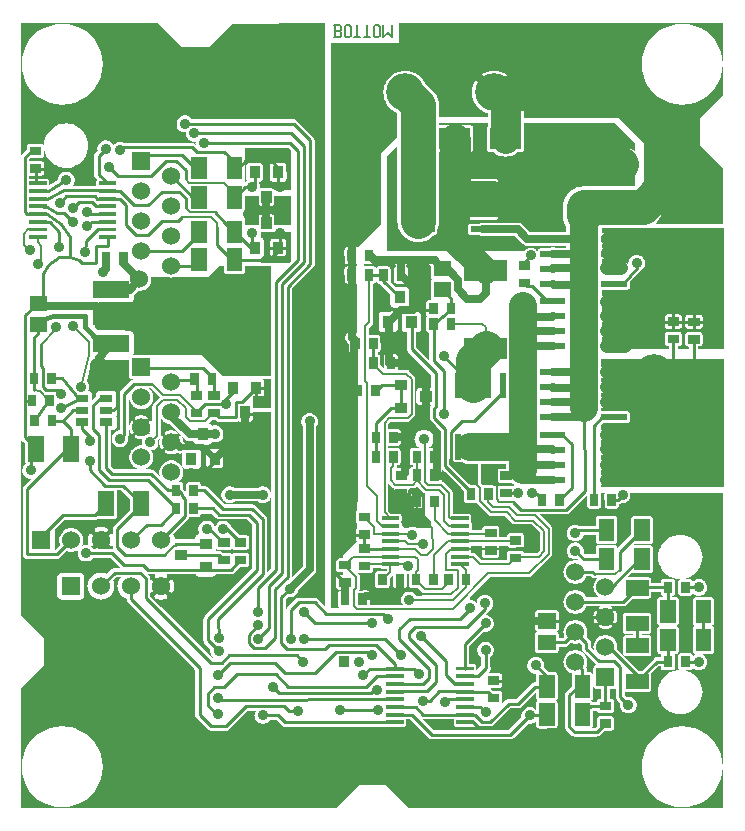
<source format=gbr>
G04 start of page 3 for group 1 idx 1 *
G04 Title: (unknown), solder *
G04 Creator: pcb 1.99z *
G04 CreationDate: Wed Aug 11 12:07:57 2010 UTC *
G04 For: rbarlow *
G04 Format: Gerber/RS-274X *
G04 PCB-Dimensions: 236220 263780 *
G04 PCB-Coordinate-Origin: lower left *
%MOIN*%
%FSLAX25Y25*%
%LNBACK*%
%ADD11C,0.0200*%
%ADD12C,0.0100*%
%ADD13C,0.0079*%
%ADD14C,0.0150*%
%ADD15C,0.0250*%
%ADD16C,0.0098*%
%ADD19C,0.0600*%
%ADD20C,0.0354*%
%ADD21C,0.1260*%
%ADD22C,0.0360*%
%ADD23C,0.0360*%
%ADD25R,0.0283X0.0283*%
%ADD29R,0.0200X0.0200*%
%ADD30R,0.0530X0.0530*%
%ADD31R,0.0512X0.0512*%
%ADD32R,0.0340X0.0340*%
%ADD34C,0.0350*%
%ADD35C,0.1280*%
%ADD36C,0.0197*%
%ADD37C,0.0866*%
%ADD38C,0.1024*%
%ADD39C,0.1181*%
%ADD40C,0.1000*%
%ADD41C,0.0400*%
%ADD42C,0.0450*%
%ADD43C,0.0945*%
%ADD44R,0.0689X0.0689*%
%ADD45R,0.0709X0.0709*%
%ADD46R,0.0240X0.0240*%
%ADD47R,0.0560X0.0560*%
%ADD48R,0.0130X0.0130*%
%ADD49R,0.1220X0.1220*%
G54D11*G36*
X102362Y180907D02*Y68343D01*
X100103Y70721D01*
X100090Y70732D01*
X100077Y70748D01*
X99980Y70831D01*
X99929Y70877D01*
X99917Y70885D01*
X99898Y70901D01*
X99811Y70954D01*
X99732Y71006D01*
X99712Y71015D01*
X99697Y71024D01*
X99583Y71072D01*
X99516Y71101D01*
X99503Y71105D01*
X99480Y71114D01*
X99364Y71142D01*
X99289Y71162D01*
X99273Y71164D01*
X99251Y71169D01*
X99155Y71176D01*
X99055Y71187D01*
X99032Y71186D01*
X99016Y71187D01*
X93701D01*
X93466Y71169D01*
X93237Y71114D01*
X93020Y71024D01*
X92819Y70901D01*
X92640Y70748D01*
X89884Y67992D01*
X89731Y67813D01*
X89608Y67612D01*
X89518Y67395D01*
X89463Y67166D01*
X89445Y66931D01*
Y66734D01*
X89295D01*
Y70640D01*
X90142Y71487D01*
X90310Y71447D01*
X90748Y71413D01*
X91186Y71447D01*
X91613Y71550D01*
X92019Y71718D01*
X92394Y71948D01*
X92728Y72233D01*
X93013Y72567D01*
X93243Y72942D01*
X93411Y73348D01*
X93514Y73775D01*
X93516Y73801D01*
X98821Y79106D01*
X98835Y79118D01*
X99064Y79386D01*
X99249Y79688D01*
X99384Y80014D01*
X99466Y80357D01*
X99494Y80709D01*
Y128259D01*
X99509Y128277D01*
X99739Y128652D01*
X99907Y129058D01*
X100010Y129485D01*
X100044Y129923D01*
X100010Y130361D01*
X99907Y130788D01*
X99739Y131194D01*
X99509Y131569D01*
X99224Y131903D01*
X98890Y132188D01*
X98515Y132418D01*
X98109Y132586D01*
X97682Y132689D01*
X97244Y132723D01*
X96806Y132689D01*
X96379Y132586D01*
X95973Y132418D01*
X95598Y132188D01*
X95264Y131903D01*
X94979Y131569D01*
X94749Y131194D01*
X94581Y130788D01*
X94478Y130361D01*
X94444Y129923D01*
X94478Y129485D01*
X94581Y129058D01*
X94749Y128652D01*
X94979Y128277D01*
X94994Y128259D01*
Y81641D01*
X91458Y78105D01*
X91461Y78150D01*
Y174185D01*
X98183Y180907D01*
X102362D01*
G37*
G36*
X51115Y118959D02*X51357Y118961D01*
X51717Y118997D01*
X52072Y119065D01*
X52420Y119165D01*
X52757Y119296D01*
X53004Y119419D01*
X53243Y119320D01*
X53586Y119237D01*
X53938Y119210D01*
X54290Y119237D01*
X54633Y119320D01*
X54650Y115243D01*
X54705Y115014D01*
X54795Y114797D01*
X54918Y114596D01*
X55071Y114417D01*
X55250Y114264D01*
X55451Y114141D01*
X55668Y114051D01*
X55897Y113996D01*
X56132Y113978D01*
X59767Y113996D01*
X59996Y114051D01*
X60213Y114141D01*
X60414Y114264D01*
X60593Y114417D01*
X60746Y114596D01*
X60869Y114797D01*
X60959Y115014D01*
X61014Y115243D01*
X61024Y115374D01*
Y108391D01*
X60980D01*
X60978Y108944D01*
X60942Y109094D01*
X60883Y109237D01*
X60802Y109368D01*
X60702Y109486D01*
X60584Y109586D01*
X60453Y109667D01*
X60310Y109726D01*
X60160Y109762D01*
X60006Y109774D01*
X57020Y109762D01*
X56870Y109726D01*
X56727Y109667D01*
X56596Y109586D01*
X56478Y109486D01*
X56378Y109368D01*
X56297Y109237D01*
X56238Y109094D01*
X56202Y108944D01*
X56190Y108790D01*
X56199Y105981D01*
X56152Y106175D01*
X56062Y106392D01*
X55939Y106593D01*
X55786Y106772D01*
X55779Y106778D01*
X55149Y107408D01*
X55144Y108944D01*
X55108Y109094D01*
X55049Y109237D01*
X54968Y109368D01*
X54868Y109486D01*
X54750Y109586D01*
X54619Y109667D01*
X54476Y109726D01*
X54326Y109762D01*
X54172Y109774D01*
X53554Y109772D01*
X53970Y110127D01*
X54378Y110604D01*
X54706Y111139D01*
X54946Y111719D01*
X55093Y112329D01*
X55142Y112955D01*
X55093Y113581D01*
X54946Y114191D01*
X54706Y114771D01*
X54378Y115306D01*
X53970Y115783D01*
X53493Y116191D01*
X52958Y116519D01*
X52378Y116759D01*
X51768Y116906D01*
X51142Y116955D01*
X51115Y116953D01*
Y118959D01*
G37*
G36*
Y120707D02*X51142Y120705D01*
X51510D01*
X52101Y120114D01*
X52100Y120113D01*
X51840Y120038D01*
X51573Y119987D01*
X51303Y119960D01*
X51115Y119958D01*
Y120707D01*
G37*
G36*
Y128619D02*X55640Y124094D01*
X55646Y124087D01*
X55914Y123858D01*
X56216Y123673D01*
X56542Y123538D01*
X56885Y123456D01*
X57237Y123428D01*
X58554D01*
X58605Y123214D01*
X58695Y122997D01*
X58818Y122796D01*
X58971Y122617D01*
X59150Y122464D01*
X59351Y122341D01*
X59568Y122251D01*
X59797Y122196D01*
X60032Y122178D01*
X61024Y122183D01*
Y117360D01*
X61014Y119713D01*
X60959Y119942D01*
X60869Y120159D01*
X60746Y120360D01*
X60593Y120539D01*
X60414Y120692D01*
X60213Y120815D01*
X59996Y120905D01*
X59767Y120960D01*
X59532Y120978D01*
X56123Y120961D01*
X56159Y121108D01*
X56186Y121460D01*
X56159Y121812D01*
X56076Y122155D01*
X55941Y122481D01*
X55756Y122782D01*
X55527Y123050D01*
X55106Y123471D01*
X55100Y123531D01*
X55032Y123886D01*
X54932Y124234D01*
X54801Y124571D01*
X54640Y124895D01*
X54598Y124960D01*
X54545Y125018D01*
X54483Y125066D01*
X54415Y125105D01*
X54342Y125133D01*
X54265Y125149D01*
X54186Y125152D01*
X54108Y125143D01*
X54032Y125122D01*
X53961Y125090D01*
X53895Y125047D01*
X53837Y124994D01*
X53789Y124932D01*
X53750Y124864D01*
X53725Y124799D01*
X53462Y124960D01*
X53136Y125095D01*
X52876Y125157D01*
X52794Y125177D01*
X52766Y125179D01*
X52441Y125205D01*
X51142D01*
X51115Y125203D01*
Y125952D01*
X51251Y125954D01*
X51521Y125931D01*
X51788Y125885D01*
X52050Y125814D01*
X52305Y125721D01*
X52550Y125604D01*
X52623Y125574D01*
X52699Y125554D01*
X52777Y125547D01*
X52855Y125552D01*
X52931Y125569D01*
X53004Y125597D01*
X53072Y125637D01*
X53132Y125687D01*
X53184Y125746D01*
X53226Y125812D01*
X53257Y125884D01*
X53277Y125960D01*
X53284Y126038D01*
X53279Y126116D01*
X53262Y126192D01*
X53234Y126265D01*
X53194Y126333D01*
X53144Y126393D01*
X53085Y126445D01*
X53019Y126487D01*
X52693Y126642D01*
X52353Y126767D01*
X52004Y126861D01*
X51648Y126923D01*
X51287Y126953D01*
X51115Y126952D01*
Y128619D01*
G37*
G36*
X41115Y113957D02*X41142Y113955D01*
X41768Y114004D01*
X42378Y114151D01*
X42958Y114391D01*
X43493Y114719D01*
X43970Y115127D01*
X44378Y115604D01*
X44706Y116139D01*
X44946Y116719D01*
X45093Y117329D01*
X45142Y117955D01*
X45093Y118581D01*
X44946Y119191D01*
X44706Y119771D01*
X44407Y120259D01*
X44533Y120269D01*
X44960Y120372D01*
X45366Y120540D01*
X45740Y120770D01*
X46074Y121055D01*
X46359Y121389D01*
X46589Y121763D01*
X46757Y122169D01*
X46860Y122596D01*
X46894Y123034D01*
X46860Y123472D01*
X46791Y123760D01*
X47233Y124202D01*
X47246Y124213D01*
X47343Y124327D01*
X47388Y124379D01*
X47438Y124461D01*
X47330Y124167D01*
X47236Y123818D01*
X47174Y123462D01*
X47144Y123101D01*
X47147Y122740D01*
X47183Y122380D01*
X47251Y122025D01*
X47351Y121677D01*
X47482Y121340D01*
X47643Y121016D01*
X47685Y120951D01*
X47738Y120893D01*
X47800Y120845D01*
X47868Y120806D01*
X47941Y120778D01*
X48018Y120762D01*
X48097Y120759D01*
X48175Y120768D01*
X48251Y120789D01*
X48322Y120821D01*
X48388Y120864D01*
X48446Y120917D01*
X48494Y120979D01*
X48533Y121047D01*
X48561Y121120D01*
X48577Y121197D01*
X48580Y121276D01*
X48571Y121354D01*
X48550Y121430D01*
X48518Y121501D01*
X48397Y121744D01*
X48299Y121997D01*
X48224Y122257D01*
X48173Y122524D01*
X48146Y122794D01*
X48143Y123065D01*
X48166Y123335D01*
X48212Y123602D01*
X48283Y123864D01*
X48376Y124119D01*
X48493Y124364D01*
X48523Y124437D01*
X48543Y124513D01*
X48550Y124591D01*
X48545Y124669D01*
X48528Y124745D01*
X48500Y124818D01*
X48460Y124886D01*
X48410Y124946D01*
X48351Y124998D01*
X48285Y125040D01*
X48213Y125071D01*
X48137Y125091D01*
X48059Y125098D01*
X47981Y125093D01*
X47905Y125076D01*
X47832Y125048D01*
X47764Y125008D01*
X47704Y124958D01*
X47652Y124899D01*
X47610Y124833D01*
X47593Y124797D01*
X47637Y124981D01*
X47654Y125199D01*
Y131015D01*
X47906Y130604D01*
X48314Y130127D01*
X48791Y129719D01*
X49326Y129391D01*
X49906Y129151D01*
X50516Y129004D01*
X50748Y128986D01*
X51115Y128619D01*
Y126952D01*
X50926Y126950D01*
X50566Y126914D01*
X50211Y126846D01*
X49863Y126746D01*
X49526Y126615D01*
X49202Y126454D01*
X49137Y126412D01*
X49079Y126359D01*
X49031Y126297D01*
X48992Y126229D01*
X48964Y126156D01*
X48948Y126079D01*
X48945Y126000D01*
X48954Y125922D01*
X48975Y125846D01*
X49007Y125775D01*
X49050Y125709D01*
X49103Y125651D01*
X49165Y125603D01*
X49233Y125564D01*
X49306Y125536D01*
X49383Y125520D01*
X49462Y125517D01*
X49540Y125526D01*
X49616Y125547D01*
X49687Y125579D01*
X49930Y125700D01*
X50183Y125798D01*
X50443Y125873D01*
X50710Y125924D01*
X50980Y125951D01*
X51115Y125952D01*
Y125203D01*
X50790Y125177D01*
X50447Y125095D01*
X50121Y124960D01*
X49819Y124775D01*
X49551Y124546D01*
X49322Y124278D01*
X49137Y123976D01*
X49002Y123650D01*
X48920Y123307D01*
X48892Y122955D01*
X48920Y122603D01*
X49002Y122260D01*
X49137Y121934D01*
X49322Y121632D01*
X49551Y121364D01*
X49819Y121135D01*
X50121Y120950D01*
X50447Y120815D01*
X50790Y120733D01*
X51115Y120707D01*
Y119958D01*
X51032Y119957D01*
X50762Y119980D01*
X50495Y120026D01*
X50233Y120097D01*
X49978Y120190D01*
X49733Y120307D01*
X49660Y120337D01*
X49584Y120357D01*
X49506Y120364D01*
X49428Y120359D01*
X49352Y120342D01*
X49279Y120314D01*
X49211Y120274D01*
X49151Y120224D01*
X49099Y120165D01*
X49057Y120099D01*
X49026Y120027D01*
X49006Y119951D01*
X48999Y119873D01*
X49004Y119795D01*
X49021Y119719D01*
X49049Y119646D01*
X49089Y119578D01*
X49139Y119518D01*
X49198Y119466D01*
X49264Y119424D01*
X49590Y119269D01*
X49930Y119144D01*
X50279Y119050D01*
X50635Y118988D01*
X50996Y118958D01*
X51115Y118959D01*
Y116953D01*
X50516Y116906D01*
X49906Y116759D01*
X49326Y116519D01*
X48791Y116191D01*
X48314Y115783D01*
X47906Y115306D01*
X47578Y114771D01*
X47338Y114191D01*
X47191Y113581D01*
X47142Y112955D01*
X47191Y112329D01*
X47338Y111719D01*
X47369Y111644D01*
X45555Y113458D01*
X45549Y113465D01*
X45370Y113618D01*
X45169Y113741D01*
X44952Y113831D01*
X44723Y113886D01*
X44506Y113903D01*
X44489Y113904D01*
X41115D01*
Y113957D01*
G37*
G36*
Y123959D02*X41357Y123961D01*
X41463Y123972D01*
X41433Y123899D01*
X41330Y123472D01*
X41296Y123034D01*
X41330Y122596D01*
X41433Y122169D01*
X41534Y121924D01*
X41142Y121955D01*
X41115Y121953D01*
Y123959D01*
G37*
G36*
X47300Y137936D02*X45274Y135909D01*
X45132Y135742D01*
X45018Y135556D01*
X44934Y135354D01*
X44883Y135141D01*
X44866Y134923D01*
Y129404D01*
X44801Y129571D01*
X44640Y129895D01*
X44598Y129960D01*
X44545Y130018D01*
X44483Y130066D01*
X44415Y130105D01*
X44342Y130133D01*
X44265Y130149D01*
X44186Y130152D01*
X44108Y130143D01*
X44032Y130122D01*
X43961Y130090D01*
X43895Y130047D01*
X43837Y129994D01*
X43789Y129932D01*
X43750Y129864D01*
X43722Y129791D01*
X43706Y129714D01*
X43703Y129635D01*
X43712Y129557D01*
X43733Y129481D01*
X43765Y129410D01*
X43886Y129167D01*
X43984Y128914D01*
X44059Y128654D01*
X44110Y128387D01*
X44137Y128117D01*
X44140Y127846D01*
X44117Y127576D01*
X44071Y127309D01*
X44000Y127047D01*
X43907Y126792D01*
X43790Y126547D01*
X43760Y126474D01*
X43740Y126398D01*
X43733Y126320D01*
X43738Y126242D01*
X43755Y126166D01*
X43783Y126093D01*
X43823Y126025D01*
X43873Y125965D01*
X43932Y125913D01*
X43998Y125871D01*
X44070Y125840D01*
X44097Y125833D01*
X44095D01*
X43657Y125799D01*
X43230Y125696D01*
X42824Y125528D01*
X42450Y125298D01*
X42344Y125207D01*
X42100Y125113D01*
X41840Y125038D01*
X41573Y124987D01*
X41303Y124960D01*
X41115Y124958D01*
Y130952D01*
X41251Y130954D01*
X41521Y130931D01*
X41788Y130885D01*
X42050Y130814D01*
X42305Y130721D01*
X42550Y130604D01*
X42623Y130574D01*
X42699Y130554D01*
X42777Y130547D01*
X42855Y130552D01*
X42931Y130569D01*
X43004Y130597D01*
X43072Y130637D01*
X43132Y130687D01*
X43184Y130746D01*
X43226Y130812D01*
X43257Y130884D01*
X43277Y130960D01*
X43284Y131038D01*
X43279Y131116D01*
X43262Y131192D01*
X43234Y131265D01*
X43194Y131333D01*
X43144Y131393D01*
X43085Y131445D01*
X43019Y131487D01*
X42693Y131642D01*
X42353Y131767D01*
X42004Y131861D01*
X41648Y131923D01*
X41287Y131953D01*
X41115Y131952D01*
Y133957D01*
X41142Y133955D01*
X41768Y134004D01*
X42378Y134151D01*
X42958Y134391D01*
X43493Y134719D01*
X43970Y135127D01*
X44378Y135604D01*
X44706Y136139D01*
X44946Y136719D01*
X45093Y137329D01*
X45142Y137955D01*
X45093Y138581D01*
X44946Y139191D01*
X44706Y139771D01*
X44378Y140306D01*
X43970Y140783D01*
X43681Y141030D01*
X44206D01*
X47300Y137936D01*
G37*
G36*
X37862Y143997D02*X37986Y143967D01*
X38142Y143955D01*
X38375D01*
X38319Y143942D01*
X38102Y143853D01*
X37902Y143730D01*
X37862Y143696D01*
Y143997D01*
G37*
G36*
Y115676D02*X37906Y115604D01*
X38314Y115127D01*
X38791Y114719D01*
X39326Y114391D01*
X39906Y114151D01*
X40516Y114004D01*
X41115Y113957D01*
Y113904D01*
X37862D01*
Y115676D01*
G37*
G36*
X41115Y124958D02*X41032Y124957D01*
X40762Y124980D01*
X40495Y125026D01*
X40233Y125097D01*
X39978Y125190D01*
X39733Y125307D01*
X39660Y125337D01*
X39584Y125357D01*
X39506Y125364D01*
X39428Y125359D01*
X39352Y125342D01*
X39279Y125314D01*
X39211Y125274D01*
X39151Y125224D01*
X39099Y125165D01*
X39057Y125099D01*
X39026Y125027D01*
X39006Y124951D01*
X38999Y124873D01*
X39004Y124795D01*
X39021Y124719D01*
X39049Y124646D01*
X39089Y124578D01*
X39139Y124518D01*
X39198Y124466D01*
X39264Y124424D01*
X39590Y124269D01*
X39930Y124144D01*
X40279Y124050D01*
X40635Y123988D01*
X40996Y123958D01*
X41115Y123959D01*
Y121953D01*
X40516Y121906D01*
X39906Y121759D01*
X39326Y121519D01*
X38791Y121191D01*
X38314Y120783D01*
X37906Y120306D01*
X37862Y120234D01*
Y125809D01*
X37868Y125806D01*
X37941Y125778D01*
X38018Y125762D01*
X38097Y125759D01*
X38175Y125768D01*
X38251Y125789D01*
X38322Y125821D01*
X38388Y125864D01*
X38446Y125917D01*
X38494Y125979D01*
X38533Y126047D01*
X38561Y126120D01*
X38577Y126197D01*
X38580Y126276D01*
X38571Y126354D01*
X38550Y126430D01*
X38518Y126501D01*
X38397Y126744D01*
X38299Y126997D01*
X38224Y127257D01*
X38173Y127524D01*
X38146Y127794D01*
X38143Y128065D01*
X38166Y128335D01*
X38212Y128602D01*
X38283Y128864D01*
X38376Y129119D01*
X38493Y129364D01*
X38523Y129437D01*
X38543Y129513D01*
X38550Y129591D01*
X38545Y129669D01*
X38528Y129745D01*
X38500Y129818D01*
X38460Y129886D01*
X38410Y129946D01*
X38351Y129998D01*
X38285Y130040D01*
X38213Y130071D01*
X38137Y130091D01*
X38059Y130098D01*
X37981Y130093D01*
X37905Y130076D01*
X37862Y130060D01*
Y135676D01*
X37906Y135604D01*
X38314Y135127D01*
X38791Y134719D01*
X39326Y134391D01*
X39906Y134151D01*
X40516Y134004D01*
X41115Y133957D01*
Y131952D01*
X40926Y131950D01*
X40566Y131914D01*
X40211Y131846D01*
X39863Y131746D01*
X39526Y131615D01*
X39202Y131454D01*
X39137Y131412D01*
X39079Y131359D01*
X39031Y131297D01*
X38992Y131229D01*
X38964Y131156D01*
X38948Y131079D01*
X38945Y131000D01*
X38954Y130922D01*
X38975Y130846D01*
X39007Y130775D01*
X39050Y130709D01*
X39103Y130651D01*
X39165Y130603D01*
X39233Y130564D01*
X39306Y130536D01*
X39383Y130520D01*
X39462Y130517D01*
X39540Y130526D01*
X39616Y130547D01*
X39687Y130579D01*
X39930Y130700D01*
X40183Y130798D01*
X40443Y130873D01*
X40710Y130924D01*
X40980Y130951D01*
X41115Y130952D01*
Y124958D01*
G37*
G36*
X37862Y120234D02*X37578Y119771D01*
X37338Y119191D01*
X37191Y118581D01*
X37142Y117955D01*
X37191Y117329D01*
X37338Y116719D01*
X37578Y116139D01*
X37862Y115676D01*
Y113904D01*
X32117D01*
X31028Y114993D01*
X31039Y127010D01*
X31777Y127013D01*
X32006Y127068D01*
X32223Y127158D01*
X32424Y127281D01*
X32603Y127434D01*
X32756Y127613D01*
X32879Y127814D01*
X32969Y128031D01*
X33024Y128260D01*
X33042Y128495D01*
X33024Y131130D01*
X32969Y131359D01*
X32879Y131576D01*
X32837Y131645D01*
X32879Y131714D01*
X32969Y131931D01*
X33024Y132160D01*
X33042Y132395D01*
X33024Y135030D01*
X32969Y135259D01*
X32879Y135476D01*
X32837Y135545D01*
X32879Y135614D01*
X32969Y135831D01*
X33024Y136060D01*
X33042Y136295D01*
X33024Y138930D01*
X32969Y139159D01*
X32879Y139376D01*
X32756Y139577D01*
X32603Y139756D01*
X32424Y139909D01*
X32223Y140032D01*
X32006Y140122D01*
X31777Y140177D01*
X31542Y140195D01*
X27307Y140177D01*
X27078Y140122D01*
X26861Y140032D01*
X26660Y139909D01*
X26481Y139756D01*
X26328Y139577D01*
X26205Y139376D01*
X26115Y139159D01*
X26060Y138930D01*
X26042Y138695D01*
X26045Y138208D01*
X24837Y137000D01*
X24824Y138930D01*
X24769Y139159D01*
X24679Y139376D01*
X24556Y139577D01*
X24403Y139756D01*
X24224Y139909D01*
X24023Y140032D01*
X23806Y140122D01*
X23577Y140177D01*
X23506Y140182D01*
X23558Y140267D01*
X23726Y140673D01*
X23829Y141100D01*
X23863Y141538D01*
X23829Y141976D01*
X23726Y142403D01*
X23558Y142809D01*
X23328Y143184D01*
X23043Y143518D01*
X23030Y143529D01*
X24844Y150396D01*
X24916D01*
Y148230D01*
X24944Y147878D01*
X25026Y147535D01*
X25161Y147209D01*
X25346Y146907D01*
X25575Y146639D01*
X25843Y146410D01*
X26145Y146225D01*
X26471Y146090D01*
X26814Y146008D01*
X27166Y145980D01*
X27518Y146008D01*
X27861Y146090D01*
X28187Y146225D01*
X28489Y146410D01*
X28757Y146639D01*
X28986Y146907D01*
X29171Y147209D01*
X29306Y147535D01*
X29388Y147878D01*
X29416Y148230D01*
Y150396D01*
X37143D01*
X37154Y144799D01*
X37191Y144646D01*
X37251Y144501D01*
X37333Y144367D01*
X37435Y144248D01*
X37554Y144146D01*
X37688Y144064D01*
X37833Y144004D01*
X37862Y143997D01*
Y143696D01*
X37724Y143578D01*
X34377Y140231D01*
X34226Y140052D01*
X34104Y139852D01*
X34014Y139636D01*
X33959Y139408D01*
X33941Y139175D01*
Y127005D01*
X33617Y126980D01*
X33190Y126877D01*
X32784Y126709D01*
X32410Y126479D01*
X32076Y126194D01*
X31791Y125860D01*
X31561Y125486D01*
X31393Y125080D01*
X31290Y124653D01*
X31256Y124215D01*
X31290Y123777D01*
X31393Y123350D01*
X31561Y122944D01*
X31791Y122570D01*
X32076Y122236D01*
X32410Y121951D01*
X32784Y121721D01*
X33190Y121553D01*
X33617Y121450D01*
X34055Y121416D01*
X34493Y121450D01*
X34920Y121553D01*
X35326Y121721D01*
X35700Y121951D01*
X36034Y122236D01*
X36319Y122570D01*
X36549Y122944D01*
X36717Y123350D01*
X36820Y123777D01*
X36854Y124215D01*
X36820Y124653D01*
X36759Y124907D01*
X36764Y124915D01*
X36853Y125132D01*
X36908Y125359D01*
X36926Y125593D01*
X36925Y125606D01*
Y138557D01*
X37268Y138900D01*
X37191Y138581D01*
X37142Y137955D01*
X37191Y137329D01*
X37338Y136719D01*
X37578Y136139D01*
X37862Y135676D01*
Y130060D01*
X37832Y130048D01*
X37764Y130008D01*
X37704Y129958D01*
X37652Y129899D01*
X37610Y129833D01*
X37455Y129507D01*
X37330Y129167D01*
X37236Y128818D01*
X37174Y128462D01*
X37144Y128101D01*
X37147Y127740D01*
X37183Y127380D01*
X37251Y127025D01*
X37351Y126677D01*
X37482Y126340D01*
X37643Y126016D01*
X37685Y125951D01*
X37738Y125893D01*
X37800Y125845D01*
X37862Y125809D01*
Y120234D01*
G37*
G36*
X37487Y100438D02*X32010Y94961D01*
X31857Y94782D01*
X31734Y94581D01*
X31644Y94364D01*
X31589Y94135D01*
X31571Y93900D01*
Y92448D01*
X31566Y92451D01*
X31454Y92488D01*
X31338Y92508D01*
X31221Y92509D01*
X31104Y92491D01*
X30992Y92456D01*
X30887Y92403D01*
X30791Y92335D01*
X30707Y92253D01*
X30637Y92158D01*
X30583Y92054D01*
X30546Y91942D01*
X30526Y91826D01*
X30525Y91709D01*
X30543Y91592D01*
X30578Y91480D01*
X30673Y91209D01*
X30741Y90929D01*
X30783Y90644D01*
X30797Y90356D01*
X30783Y90069D01*
X30741Y89784D01*
X30673Y89504D01*
X30578Y89233D01*
X30542Y89121D01*
X30524Y89004D01*
X30525Y88886D01*
X30545Y88770D01*
X30582Y88659D01*
X30637Y88554D01*
X30707Y88459D01*
X30791Y88377D01*
X30887Y88309D01*
X30992Y88256D01*
X31104Y88221D01*
X31221Y88203D01*
X31339Y88204D01*
X31455Y88224D01*
X31566Y88261D01*
X31571Y88264D01*
Y87994D01*
X31589Y87759D01*
X31644Y87530D01*
X31651Y87513D01*
X31498Y87525D01*
X29581D01*
X29494Y87570D01*
X29382Y87607D01*
X29266Y87627D01*
X29149Y87628D01*
X29032Y87610D01*
X28920Y87575D01*
X28779Y87525D01*
X27797D01*
Y93356D01*
X28084Y93343D01*
X28369Y93301D01*
X28649Y93233D01*
X28920Y93138D01*
X29032Y93102D01*
X29149Y93084D01*
X29267Y93085D01*
X29383Y93105D01*
X29494Y93142D01*
X29599Y93197D01*
X29694Y93267D01*
X29776Y93351D01*
X29844Y93447D01*
X29897Y93552D01*
X29932Y93664D01*
X29950Y93781D01*
X29949Y93899D01*
X29929Y94015D01*
X29892Y94126D01*
X29837Y94231D01*
X29767Y94326D01*
X29683Y94408D01*
X29587Y94476D01*
X29482Y94529D01*
X29075Y94671D01*
X28655Y94774D01*
X28228Y94836D01*
X27797Y94856D01*
Y97313D01*
X32334Y97323D01*
X32487Y97360D01*
X32632Y97420D01*
X32766Y97502D01*
X32885Y97604D01*
X32987Y97723D01*
X33069Y97857D01*
X33129Y98002D01*
X33166Y98155D01*
X33178Y98311D01*
X33166Y106967D01*
X34432D01*
X37482Y104009D01*
X37487Y100438D01*
G37*
G36*
X27797Y87525D02*X26814Y87526D01*
X26673Y87575D01*
X26561Y87611D01*
X26444Y87629D01*
X26326Y87628D01*
X26210Y87608D01*
X26099Y87571D01*
X26013Y87526D01*
X25190D01*
X25100Y87672D01*
X24815Y88006D01*
X24542Y88239D01*
X24601Y88257D01*
X24706Y88310D01*
X24802Y88378D01*
X24886Y88460D01*
X24956Y88555D01*
X25010Y88659D01*
X25047Y88771D01*
X25067Y88887D01*
X25068Y89004D01*
X25050Y89121D01*
X25015Y89233D01*
X24920Y89504D01*
X24852Y89784D01*
X24810Y90069D01*
X24797Y90357D01*
X24810Y90644D01*
X24852Y90929D01*
X24920Y91209D01*
X25015Y91480D01*
X25051Y91592D01*
X25069Y91709D01*
X25068Y91827D01*
X25048Y91943D01*
X25011Y92054D01*
X24956Y92159D01*
X24886Y92254D01*
X24802Y92336D01*
X24706Y92404D01*
X24601Y92457D01*
X24489Y92492D01*
X24372Y92510D01*
X24254Y92509D01*
X24138Y92489D01*
X24027Y92452D01*
X23922Y92397D01*
X23827Y92327D01*
X23745Y92243D01*
X23677Y92147D01*
X23624Y92042D01*
X23482Y91635D01*
X23379Y91215D01*
X23317Y90788D01*
X23297Y90357D01*
X23317Y89925D01*
X23379Y89498D01*
X23482Y89078D01*
X23610Y88711D01*
X23273Y88792D01*
X22835Y88826D01*
X22397Y88792D01*
X21970Y88689D01*
X21564Y88521D01*
X21197Y88296D01*
X21350Y88545D01*
X21590Y89124D01*
X21736Y89732D01*
X21785Y90356D01*
X21736Y90980D01*
X21590Y91588D01*
X21350Y92167D01*
X21023Y92700D01*
X20617Y93176D01*
X20141Y93582D01*
X19608Y93909D01*
X19029Y94149D01*
X18421Y94295D01*
X17797Y94344D01*
X17173Y94295D01*
X16565Y94149D01*
X15986Y93909D01*
X15453Y93582D01*
X14977Y93176D01*
X14571Y92700D01*
X14244Y92167D01*
X14004Y91588D01*
X13858Y90980D01*
X13809Y90356D01*
X13858Y89732D01*
X14004Y89124D01*
X14133Y88814D01*
X12451Y87132D01*
X12280D01*
X12297Y87356D01*
X12279Y93591D01*
X12234Y93777D01*
X15581Y97124D01*
X25591D01*
X25826Y97142D01*
X26055Y97197D01*
X26272Y97287D01*
X26463Y97404D01*
X26569Y97360D01*
X26722Y97323D01*
X26878Y97311D01*
X27797Y97313D01*
Y94856D01*
X27365Y94836D01*
X26938Y94774D01*
X26518Y94671D01*
X26111Y94529D01*
X26006Y94475D01*
X25910Y94407D01*
X25826Y94325D01*
X25756Y94230D01*
X25702Y94126D01*
X25665Y94014D01*
X25645Y93898D01*
X25644Y93781D01*
X25662Y93664D01*
X25697Y93552D01*
X25750Y93447D01*
X25818Y93351D01*
X25900Y93267D01*
X25995Y93197D01*
X26099Y93143D01*
X26211Y93106D01*
X26327Y93086D01*
X26444Y93085D01*
X26561Y93103D01*
X26673Y93138D01*
X26944Y93233D01*
X27224Y93301D01*
X27509Y93343D01*
X27797Y93356D01*
Y87525D01*
G37*
G36*
X51331Y79012D02*X59253D01*
X59261Y78993D01*
X59384Y78792D01*
X59537Y78613D01*
X59716Y78460D01*
X59917Y78337D01*
X60134Y78247D01*
X60363Y78192D01*
X60598Y78174D01*
X64833Y78192D01*
X65062Y78247D01*
X65279Y78337D01*
X65480Y78460D01*
X65659Y78613D01*
X65812Y78792D01*
X65935Y78993D01*
X65943Y79012D01*
X71063D01*
X71078Y79013D01*
X71080D01*
X71092Y79014D01*
X71298Y79030D01*
X71527Y79085D01*
X71744Y79175D01*
X71758Y79184D01*
X71759D01*
X71792Y79205D01*
X71945Y79298D01*
X71958Y79309D01*
X72124Y79451D01*
X72136Y79465D01*
X73968Y81338D01*
X76267Y81345D01*
X76417Y81381D01*
X76560Y81440D01*
X76691Y81521D01*
X76809Y81621D01*
X76909Y81739D01*
X76990Y81870D01*
X77049Y82013D01*
X77085Y82163D01*
X77097Y82317D01*
X77085Y85303D01*
X77049Y85453D01*
X76990Y85596D01*
X76909Y85727D01*
X76809Y85845D01*
X76691Y85945D01*
X76560Y86026D01*
X76417Y86085D01*
X76267Y86121D01*
X76113Y86133D01*
X72159Y86121D01*
X72009Y86085D01*
X71866Y86026D01*
X71735Y85945D01*
X71617Y85845D01*
X71517Y85727D01*
X71457Y85630D01*
X71397Y85727D01*
X71297Y85845D01*
X71179Y85945D01*
X71048Y86026D01*
X70905Y86085D01*
X70755Y86121D01*
X70601Y86133D01*
X68429Y86126D01*
X68227Y86328D01*
X68221Y86335D01*
X68042Y86488D01*
X67841Y86611D01*
X67624Y86701D01*
X67395Y86756D01*
X67161Y86774D01*
X65923D01*
X65935Y86793D01*
X66025Y87010D01*
X66080Y87239D01*
X66097Y87464D01*
X66105Y87455D01*
X66223Y87355D01*
X66354Y87274D01*
X66497Y87215D01*
X66647Y87179D01*
X66801Y87167D01*
X70755Y87179D01*
X70905Y87215D01*
X71048Y87274D01*
X71179Y87355D01*
X71297Y87455D01*
X71397Y87573D01*
X71457Y87670D01*
X71517Y87573D01*
X71617Y87455D01*
X71735Y87355D01*
X71866Y87274D01*
X72009Y87215D01*
X72159Y87179D01*
X72313Y87167D01*
X76267Y87179D01*
X76417Y87215D01*
X76560Y87274D01*
X76691Y87355D01*
X76809Y87455D01*
X76909Y87573D01*
X76990Y87704D01*
X77049Y87847D01*
X77085Y87997D01*
X77097Y88151D01*
X77085Y91137D01*
X77049Y91287D01*
X76990Y91430D01*
X76909Y91561D01*
X76809Y91679D01*
X76691Y91779D01*
X76560Y91860D01*
X76417Y91919D01*
X76267Y91955D01*
X76113Y91967D01*
X73941Y91960D01*
X71239Y94662D01*
X71167Y94960D01*
X70999Y95366D01*
X70769Y95741D01*
X70484Y96075D01*
X70150Y96360D01*
X69775Y96590D01*
X69369Y96758D01*
X68942Y96861D01*
X68504Y96895D01*
X68066Y96861D01*
X67639Y96758D01*
X67233Y96590D01*
X66858Y96360D01*
X66524Y96075D01*
X66239Y95741D01*
X66009Y95366D01*
X65841Y94960D01*
X65748Y94574D01*
X65655Y94960D01*
X65487Y95366D01*
X65257Y95741D01*
X64972Y96075D01*
X64638Y96360D01*
X64263Y96590D01*
X63857Y96758D01*
X63430Y96861D01*
X62992Y96895D01*
X62554Y96861D01*
X62127Y96758D01*
X61721Y96590D01*
X61346Y96360D01*
X61012Y96075D01*
X60727Y95741D01*
X60497Y95366D01*
X60329Y94960D01*
X60226Y94533D01*
X60192Y94095D01*
X60226Y93657D01*
X60329Y93230D01*
X60497Y92824D01*
X60727Y92449D01*
X60805Y92358D01*
X60363Y92356D01*
X60134Y92301D01*
X59917Y92211D01*
X59716Y92088D01*
X59537Y91935D01*
X59384Y91756D01*
X59261Y91555D01*
X59171Y91338D01*
X59116Y91109D01*
X59098Y90874D01*
X59099Y90674D01*
X52756D01*
X52521Y90656D01*
X52292Y90601D01*
X52278Y90595D01*
X52242Y91060D01*
X52077Y91747D01*
X51856Y92280D01*
X56763Y97162D01*
X56770Y97168D01*
X56866Y97281D01*
X56921Y97344D01*
X56922Y97346D01*
X56923Y97347D01*
X56948Y97388D01*
X57045Y97544D01*
X57136Y97762D01*
X57191Y97991D01*
X57200Y98102D01*
X60160Y98114D01*
X60310Y98150D01*
X60453Y98209D01*
X60584Y98290D01*
X60702Y98390D01*
X60802Y98508D01*
X60883Y98639D01*
X60942Y98782D01*
X60978Y98932D01*
X60990Y99086D01*
Y99214D01*
X64613D01*
X66059Y97767D01*
X66065Y97760D01*
X66244Y97607D01*
X66445Y97484D01*
X66662Y97394D01*
X66891Y97339D01*
X67126Y97321D01*
X76346D01*
X78224Y95442D01*
Y80937D01*
X62325Y65038D01*
X62172Y64859D01*
X62049Y64658D01*
X61959Y64441D01*
X61904Y64212D01*
X61886Y63977D01*
Y56891D01*
X61904Y56656D01*
X61959Y56427D01*
X62049Y56210D01*
X62172Y56009D01*
X62325Y55830D01*
X62332Y55824D01*
X64203Y53953D01*
X64163Y53786D01*
X64129Y53348D01*
X64163Y52910D01*
X64266Y52483D01*
X64434Y52077D01*
X64664Y51702D01*
X64949Y51368D01*
X65283Y51083D01*
X65563Y50911D01*
X64992D01*
X51331Y64571D01*
Y72862D01*
X51375Y72870D01*
X51486Y72907D01*
X51591Y72962D01*
X51686Y73032D01*
X51768Y73116D01*
X51836Y73212D01*
X51889Y73317D01*
X52031Y73724D01*
X52134Y74144D01*
X52196Y74571D01*
X52217Y75002D01*
X52196Y75434D01*
X52134Y75861D01*
X52031Y76281D01*
X51889Y76688D01*
X51835Y76793D01*
X51767Y76889D01*
X51685Y76973D01*
X51590Y77043D01*
X51486Y77097D01*
X51374Y77134D01*
X51331Y77141D01*
Y79012D01*
G37*
G36*
X47716Y78002D02*X47717D01*
X48004Y77989D01*
X48289Y77947D01*
X48569Y77879D01*
X48840Y77784D01*
X48952Y77748D01*
X49069Y77730D01*
X49187Y77731D01*
X49303Y77751D01*
X49414Y77788D01*
X49519Y77843D01*
X49614Y77913D01*
X49696Y77997D01*
X49764Y78093D01*
X49817Y78198D01*
X49852Y78310D01*
X49870Y78427D01*
X49869Y78545D01*
X49849Y78661D01*
X49812Y78772D01*
X49757Y78877D01*
X49687Y78972D01*
X49646Y79012D01*
X51331D01*
Y77141D01*
X51258Y77154D01*
X51141Y77155D01*
X51024Y77137D01*
X50912Y77102D01*
X50807Y77049D01*
X50711Y76981D01*
X50627Y76899D01*
X50557Y76804D01*
X50503Y76700D01*
X50466Y76588D01*
X50446Y76472D01*
X50445Y76355D01*
X50463Y76238D01*
X50498Y76126D01*
X50593Y75855D01*
X50661Y75575D01*
X50703Y75290D01*
X50717Y75002D01*
X50703Y74715D01*
X50661Y74430D01*
X50593Y74150D01*
X50498Y73879D01*
X50462Y73767D01*
X50444Y73650D01*
X50445Y73532D01*
X50465Y73416D01*
X50502Y73305D01*
X50557Y73200D01*
X50627Y73105D01*
X50711Y73023D01*
X50807Y72955D01*
X50912Y72902D01*
X51024Y72867D01*
X51141Y72849D01*
X51259Y72850D01*
X51331Y72862D01*
Y64571D01*
X47716Y68186D01*
Y70502D01*
X48148Y70523D01*
X48575Y70585D01*
X48995Y70688D01*
X49402Y70830D01*
X49507Y70884D01*
X49603Y70952D01*
X49687Y71034D01*
X49757Y71129D01*
X49811Y71233D01*
X49848Y71345D01*
X49868Y71461D01*
X49869Y71578D01*
X49851Y71695D01*
X49816Y71807D01*
X49763Y71912D01*
X49695Y72008D01*
X49613Y72092D01*
X49518Y72162D01*
X49414Y72216D01*
X49302Y72253D01*
X49186Y72273D01*
X49069Y72274D01*
X48952Y72256D01*
X48840Y72221D01*
X48569Y72126D01*
X48289Y72058D01*
X48004Y72016D01*
X47716Y72002D01*
Y78002D01*
G37*
G36*
X43386Y79012D02*X45788D01*
X45746Y78971D01*
X45676Y78876D01*
X45622Y78772D01*
X45585Y78660D01*
X45565Y78544D01*
X45564Y78427D01*
X45582Y78310D01*
X45617Y78198D01*
X45670Y78093D01*
X45738Y77997D01*
X45820Y77913D01*
X45915Y77843D01*
X46019Y77789D01*
X46131Y77752D01*
X46247Y77732D01*
X46364Y77731D01*
X46481Y77749D01*
X46593Y77784D01*
X46864Y77879D01*
X47144Y77947D01*
X47429Y77989D01*
X47716Y78002D01*
Y72002D01*
X47429Y72016D01*
X47144Y72058D01*
X46864Y72126D01*
X46593Y72221D01*
X46481Y72257D01*
X46364Y72275D01*
X46246Y72274D01*
X46130Y72254D01*
X46019Y72217D01*
X45914Y72162D01*
X45819Y72092D01*
X45737Y72008D01*
X45669Y71912D01*
X45616Y71807D01*
X45581Y71695D01*
X45563Y71578D01*
X45564Y71460D01*
X45584Y71344D01*
X45621Y71233D01*
X45676Y71128D01*
X45746Y71033D01*
X45830Y70951D01*
X45926Y70883D01*
X46031Y70830D01*
X46438Y70688D01*
X46858Y70585D01*
X47285Y70523D01*
X47716Y70502D01*
Y68186D01*
X44216Y71686D01*
Y72851D01*
X44292Y72850D01*
X44409Y72868D01*
X44521Y72903D01*
X44626Y72956D01*
X44722Y73024D01*
X44806Y73106D01*
X44876Y73201D01*
X44930Y73305D01*
X44967Y73417D01*
X44987Y73533D01*
X44988Y73650D01*
X44970Y73767D01*
X44935Y73879D01*
X44840Y74150D01*
X44772Y74430D01*
X44730Y74715D01*
X44717Y75003D01*
X44730Y75290D01*
X44772Y75575D01*
X44840Y75855D01*
X44935Y76126D01*
X44971Y76238D01*
X44989Y76355D01*
X44988Y76473D01*
X44968Y76589D01*
X44931Y76700D01*
X44876Y76805D01*
X44806Y76900D01*
X44722Y76982D01*
X44626Y77050D01*
X44521Y77103D01*
X44409Y77138D01*
X44292Y77156D01*
X44216Y77155D01*
Y77562D01*
X44215Y77579D01*
X44198Y77796D01*
X44143Y78025D01*
X44053Y78242D01*
X43930Y78443D01*
X43777Y78622D01*
X43770Y78628D01*
X43386Y79012D01*
G37*
G36*
X51115Y120707D02*X51142Y120705D01*
X51510D01*
X52101Y120114D01*
X52100Y120113D01*
X51840Y120038D01*
X51573Y119987D01*
X51303Y119960D01*
X51115Y119958D01*
Y120707D01*
G37*
G36*
X76181Y124735D02*X76492Y124810D01*
X76898Y124978D01*
X77273Y125208D01*
X77338Y125264D01*
X77318Y125002D01*
X77352Y124564D01*
X77455Y124137D01*
X77623Y123731D01*
X77853Y123356D01*
X78138Y123022D01*
X78472Y122737D01*
X78847Y122507D01*
X79253Y122339D01*
X79680Y122236D01*
X80118Y122202D01*
X80556Y122236D01*
X80983Y122339D01*
X81389Y122507D01*
X81764Y122737D01*
X82098Y123022D01*
X82383Y123356D01*
X82613Y123731D01*
X82781Y124137D01*
X82884Y124564D01*
X82918Y125002D01*
X82884Y125440D01*
X82781Y125867D01*
X82613Y126273D01*
X82383Y126648D01*
X82098Y126982D01*
X81764Y127267D01*
X81389Y127497D01*
X80983Y127665D01*
X80556Y127768D01*
X80118Y127802D01*
X79680Y127768D01*
X79253Y127665D01*
X78847Y127497D01*
X78472Y127267D01*
X78407Y127211D01*
X78427Y127473D01*
X78393Y127911D01*
X78290Y128338D01*
X78122Y128744D01*
X77892Y129119D01*
X77607Y129453D01*
X77273Y129738D01*
X77080Y129856D01*
X77499Y129858D01*
X77667Y129898D01*
X77826Y129964D01*
X77974Y130054D01*
X78105Y130166D01*
X78217Y130297D01*
X78307Y130445D01*
X78373Y130604D01*
X78413Y130772D01*
X78427Y130944D01*
X78421Y132679D01*
X84524D01*
Y80937D01*
X83193Y79606D01*
Y97245D01*
X83192Y97262D01*
X83175Y97479D01*
X83120Y97708D01*
X83030Y97925D01*
X82907Y98126D01*
X82754Y98305D01*
X82747Y98311D01*
X79209Y101849D01*
X79030Y102002D01*
X78953Y102049D01*
X78831Y102124D01*
X78830D01*
X78829Y102125D01*
X78612Y102215D01*
X78383Y102270D01*
X78168Y102287D01*
X78150Y102288D01*
X76181D01*
Y103264D01*
X80029D01*
X80047Y103249D01*
X80422Y103019D01*
X80828Y102851D01*
X81255Y102748D01*
X81693Y102714D01*
X82131Y102748D01*
X82558Y102851D01*
X82964Y103019D01*
X83339Y103249D01*
X83673Y103534D01*
X83958Y103868D01*
X84188Y104243D01*
X84356Y104649D01*
X84459Y105076D01*
X84493Y105514D01*
X84459Y105952D01*
X84356Y106379D01*
X84188Y106785D01*
X83958Y107160D01*
X83673Y107494D01*
X83339Y107779D01*
X82964Y108009D01*
X82558Y108177D01*
X82131Y108280D01*
X81693Y108314D01*
X81255Y108280D01*
X80828Y108177D01*
X80422Y108009D01*
X80047Y107779D01*
X80029Y107764D01*
X76181D01*
Y124735D01*
G37*
G36*
X65632Y122998D02*X65748Y122989D01*
X66186Y123023D01*
X66613Y123126D01*
X67019Y123294D01*
X67394Y123524D01*
X67728Y123809D01*
X68013Y124143D01*
X68243Y124518D01*
X68411Y124924D01*
X68514Y125351D01*
X68548Y125789D01*
X68514Y126227D01*
X68411Y126654D01*
X68243Y127060D01*
X68013Y127435D01*
X67728Y127769D01*
X67394Y128054D01*
X67019Y128284D01*
X66613Y128452D01*
X66186Y128555D01*
X65748Y128589D01*
X65632Y128580D01*
Y130356D01*
X65950Y130357D01*
X66060Y130247D01*
X66066Y130240D01*
X66245Y130087D01*
X66446Y129964D01*
X66663Y129874D01*
X66892Y129819D01*
X67127Y129801D01*
X72638D01*
X72873Y129819D01*
X73102Y129874D01*
X73319Y129964D01*
X73373Y129997D01*
X73428Y129964D01*
X73587Y129898D01*
X73755Y129858D01*
X73927Y129844D01*
X74155Y129845D01*
X73981Y129738D01*
X73647Y129453D01*
X73362Y129119D01*
X73132Y128744D01*
X72964Y128338D01*
X72861Y127911D01*
X72827Y127473D01*
X72861Y127035D01*
X72964Y126608D01*
X73125Y126220D01*
X73032Y126227D01*
X72594Y126193D01*
X72167Y126090D01*
X71761Y125922D01*
X71386Y125692D01*
X71052Y125407D01*
X70767Y125073D01*
X70537Y124698D01*
X70369Y124292D01*
X70266Y123865D01*
X70232Y123427D01*
X70266Y122989D01*
X70369Y122562D01*
X70537Y122156D01*
X70767Y121781D01*
X71052Y121447D01*
X71386Y121162D01*
X71761Y120932D01*
X72167Y120764D01*
X72594Y120661D01*
X73032Y120627D01*
X73470Y120661D01*
X73897Y120764D01*
X74303Y120932D01*
X74678Y121162D01*
X75012Y121447D01*
X75297Y121781D01*
X75527Y122156D01*
X75695Y122562D01*
X75798Y122989D01*
X75832Y123427D01*
X75798Y123865D01*
X75695Y124292D01*
X75534Y124680D01*
X75627Y124673D01*
X76065Y124707D01*
X76181Y124735D01*
Y107764D01*
X72333D01*
X72315Y107779D01*
X71940Y108009D01*
X71534Y108177D01*
X71107Y108280D01*
X70669Y108314D01*
X70231Y108280D01*
X69804Y108177D01*
X69398Y108009D01*
X69023Y107779D01*
X68689Y107494D01*
X68404Y107160D01*
X68174Y106785D01*
X68006Y106379D01*
X67903Y105952D01*
X67869Y105514D01*
X67903Y105076D01*
X68006Y104649D01*
X68174Y104243D01*
X68404Y103868D01*
X68689Y103534D01*
X69023Y103249D01*
X69398Y103019D01*
X69804Y102851D01*
X70231Y102748D01*
X70669Y102714D01*
X71107Y102748D01*
X71534Y102851D01*
X71940Y103019D01*
X72315Y103249D01*
X72333Y103264D01*
X76181D01*
Y102288D01*
X68927Y102287D01*
X65632Y105583D01*
Y114385D01*
X67504Y114392D01*
X67672Y114432D01*
X67831Y114498D01*
X67979Y114588D01*
X68110Y114700D01*
X68222Y114831D01*
X68312Y114979D01*
X68378Y115138D01*
X68418Y115306D01*
X68432Y115478D01*
X68418Y119650D01*
X68378Y119818D01*
X68312Y119977D01*
X68222Y120125D01*
X68110Y120256D01*
X67979Y120368D01*
X67831Y120458D01*
X67672Y120524D01*
X67504Y120564D01*
X67332Y120578D01*
X65632Y120571D01*
Y122998D01*
G37*
G36*
Y128580D02*X65310Y128555D01*
X64883Y128452D01*
X64747Y128396D01*
X64646Y128560D01*
X64493Y128739D01*
X64314Y128892D01*
X64113Y129015D01*
X63896Y129105D01*
X63667Y129160D01*
X63613Y129164D01*
X64802Y130353D01*
X65632Y130356D01*
Y128580D01*
G37*
G36*
X51115Y128619D02*X55640Y124094D01*
X55646Y124087D01*
X55914Y123858D01*
X56216Y123673D01*
X56542Y123538D01*
X56885Y123456D01*
X57237Y123428D01*
X58554D01*
X58605Y123214D01*
X58695Y122997D01*
X58818Y122796D01*
X58971Y122617D01*
X59150Y122464D01*
X59351Y122341D01*
X59568Y122251D01*
X59797Y122196D01*
X60032Y122178D01*
X63667Y122196D01*
X63896Y122251D01*
X64113Y122341D01*
X64314Y122464D01*
X64493Y122617D01*
X64646Y122796D01*
X64769Y122997D01*
X64831Y123147D01*
X64883Y123126D01*
X65310Y123023D01*
X65632Y122998D01*
Y120571D01*
X63760Y120564D01*
X63592Y120524D01*
X63433Y120458D01*
X63285Y120368D01*
X63154Y120256D01*
X63042Y120125D01*
X62952Y119977D01*
X62886Y119818D01*
X62846Y119650D01*
X62832Y119478D01*
X62846Y115306D01*
X62886Y115138D01*
X62952Y114979D01*
X63042Y114831D01*
X63154Y114700D01*
X63285Y114588D01*
X63433Y114498D01*
X63592Y114432D01*
X63760Y114392D01*
X63932Y114378D01*
X65632Y114385D01*
Y105583D01*
X63270Y107945D01*
X63264Y107952D01*
X63085Y108105D01*
X62884Y108228D01*
X62667Y108318D01*
X62438Y108373D01*
X62204Y108391D01*
X60980D01*
X60978Y108944D01*
X60942Y109094D01*
X60883Y109237D01*
X60802Y109368D01*
X60702Y109486D01*
X60584Y109586D01*
X60453Y109667D01*
X60310Y109726D01*
X60160Y109762D01*
X60006Y109774D01*
X57020Y109762D01*
X56870Y109726D01*
X56727Y109667D01*
X56596Y109586D01*
X56478Y109486D01*
X56378Y109368D01*
X56297Y109237D01*
X56238Y109094D01*
X56202Y108944D01*
X56190Y108790D01*
X56199Y105981D01*
X56152Y106175D01*
X56062Y106392D01*
X55939Y106593D01*
X55786Y106772D01*
X55779Y106778D01*
X55149Y107408D01*
X55144Y108944D01*
X55108Y109094D01*
X55049Y109237D01*
X54968Y109368D01*
X54868Y109486D01*
X54750Y109586D01*
X54619Y109667D01*
X54476Y109726D01*
X54326Y109762D01*
X54172Y109774D01*
X53554Y109772D01*
X53970Y110127D01*
X54378Y110604D01*
X54706Y111139D01*
X54946Y111719D01*
X55093Y112329D01*
X55142Y112955D01*
X55093Y113581D01*
X54946Y114191D01*
X54706Y114771D01*
X54378Y115306D01*
X53970Y115783D01*
X53493Y116191D01*
X52958Y116519D01*
X52378Y116759D01*
X51768Y116906D01*
X51142Y116955D01*
X51115Y116953D01*
Y118959D01*
X51357Y118961D01*
X51717Y118997D01*
X52072Y119065D01*
X52420Y119165D01*
X52757Y119296D01*
X53004Y119419D01*
X53243Y119320D01*
X53586Y119237D01*
X53938Y119210D01*
X54290Y119237D01*
X54633Y119320D01*
X54650Y115243D01*
X54705Y115014D01*
X54795Y114797D01*
X54918Y114596D01*
X55071Y114417D01*
X55250Y114264D01*
X55451Y114141D01*
X55668Y114051D01*
X55897Y113996D01*
X56132Y113978D01*
X59767Y113996D01*
X59996Y114051D01*
X60213Y114141D01*
X60414Y114264D01*
X60593Y114417D01*
X60746Y114596D01*
X60869Y114797D01*
X60959Y115014D01*
X61014Y115243D01*
X61032Y115478D01*
X61014Y119713D01*
X60959Y119942D01*
X60869Y120159D01*
X60746Y120360D01*
X60593Y120539D01*
X60414Y120692D01*
X60213Y120815D01*
X59996Y120905D01*
X59767Y120960D01*
X59532Y120978D01*
X56123Y120961D01*
X56159Y121108D01*
X56186Y121460D01*
X56159Y121812D01*
X56076Y122155D01*
X55941Y122481D01*
X55756Y122782D01*
X55527Y123050D01*
X55106Y123471D01*
X55100Y123531D01*
X55032Y123886D01*
X54932Y124234D01*
X54801Y124571D01*
X54640Y124895D01*
X54598Y124960D01*
X54545Y125018D01*
X54483Y125066D01*
X54415Y125105D01*
X54342Y125133D01*
X54265Y125149D01*
X54186Y125152D01*
X54108Y125143D01*
X54032Y125122D01*
X53961Y125090D01*
X53895Y125047D01*
X53837Y124994D01*
X53789Y124932D01*
X53750Y124864D01*
X53725Y124799D01*
X53462Y124960D01*
X53136Y125095D01*
X52876Y125157D01*
X52794Y125177D01*
X52766Y125179D01*
X52441Y125205D01*
X51142D01*
X51115Y125203D01*
Y125952D01*
X51251Y125954D01*
X51521Y125931D01*
X51788Y125885D01*
X52050Y125814D01*
X52305Y125721D01*
X52550Y125604D01*
X52623Y125574D01*
X52699Y125554D01*
X52777Y125547D01*
X52855Y125552D01*
X52931Y125569D01*
X53004Y125597D01*
X53072Y125637D01*
X53132Y125687D01*
X53184Y125746D01*
X53226Y125812D01*
X53257Y125884D01*
X53277Y125960D01*
X53284Y126038D01*
X53279Y126116D01*
X53262Y126192D01*
X53234Y126265D01*
X53194Y126333D01*
X53144Y126393D01*
X53085Y126445D01*
X53019Y126487D01*
X52693Y126642D01*
X52353Y126767D01*
X52004Y126861D01*
X51648Y126923D01*
X51287Y126953D01*
X51115Y126952D01*
Y128619D01*
G37*
G36*
X37862Y115676D02*X37906Y115604D01*
X38314Y115127D01*
X38791Y114719D01*
X39326Y114391D01*
X39906Y114151D01*
X40516Y114004D01*
X41142Y113955D01*
X41768Y114004D01*
X42378Y114151D01*
X42958Y114391D01*
X43493Y114719D01*
X43970Y115127D01*
X44378Y115604D01*
X44706Y116139D01*
X44946Y116719D01*
X45093Y117329D01*
X45142Y117955D01*
X45093Y118581D01*
X44946Y119191D01*
X44706Y119771D01*
X44407Y120259D01*
X44533Y120269D01*
X44960Y120372D01*
X45366Y120540D01*
X45740Y120770D01*
X46074Y121055D01*
X46359Y121389D01*
X46589Y121763D01*
X46757Y122169D01*
X46860Y122596D01*
X46894Y123034D01*
X46860Y123472D01*
X46791Y123760D01*
X47233Y124202D01*
X47246Y124213D01*
X47343Y124327D01*
X47388Y124379D01*
X47438Y124461D01*
X47330Y124167D01*
X47236Y123818D01*
X47174Y123462D01*
X47144Y123101D01*
X47147Y122740D01*
X47183Y122380D01*
X47251Y122025D01*
X47351Y121677D01*
X47482Y121340D01*
X47643Y121016D01*
X47685Y120951D01*
X47738Y120893D01*
X47800Y120845D01*
X47868Y120806D01*
X47941Y120778D01*
X48018Y120762D01*
X48097Y120759D01*
X48175Y120768D01*
X48251Y120789D01*
X48322Y120821D01*
X48388Y120864D01*
X48446Y120917D01*
X48494Y120979D01*
X48533Y121047D01*
X48561Y121120D01*
X48577Y121197D01*
X48580Y121276D01*
X48571Y121354D01*
X48550Y121430D01*
X48518Y121501D01*
X48397Y121744D01*
X48299Y121997D01*
X48224Y122257D01*
X48173Y122524D01*
X48146Y122794D01*
X48143Y123065D01*
X48166Y123335D01*
X48212Y123602D01*
X48283Y123864D01*
X48376Y124119D01*
X48493Y124364D01*
X48523Y124437D01*
X48543Y124513D01*
X48550Y124591D01*
X48545Y124669D01*
X48528Y124745D01*
X48500Y124818D01*
X48460Y124886D01*
X48410Y124946D01*
X48351Y124998D01*
X48285Y125040D01*
X48213Y125071D01*
X48137Y125091D01*
X48059Y125098D01*
X47981Y125093D01*
X47905Y125076D01*
X47832Y125048D01*
X47764Y125008D01*
X47704Y124958D01*
X47652Y124899D01*
X47610Y124833D01*
X47593Y124797D01*
X47637Y124981D01*
X47654Y125199D01*
Y131015D01*
X47906Y130604D01*
X48314Y130127D01*
X48791Y129719D01*
X49326Y129391D01*
X49906Y129151D01*
X50516Y129004D01*
X50748Y128986D01*
X51115Y128619D01*
Y126952D01*
X50926Y126950D01*
X50566Y126914D01*
X50211Y126846D01*
X49863Y126746D01*
X49526Y126615D01*
X49202Y126454D01*
X49137Y126412D01*
X49079Y126359D01*
X49031Y126297D01*
X48992Y126229D01*
X48964Y126156D01*
X48948Y126079D01*
X48945Y126000D01*
X48954Y125922D01*
X48975Y125846D01*
X49007Y125775D01*
X49050Y125709D01*
X49103Y125651D01*
X49165Y125603D01*
X49233Y125564D01*
X49306Y125536D01*
X49383Y125520D01*
X49462Y125517D01*
X49540Y125526D01*
X49616Y125547D01*
X49687Y125579D01*
X49930Y125700D01*
X50183Y125798D01*
X50443Y125873D01*
X50710Y125924D01*
X50980Y125951D01*
X51115Y125952D01*
Y125203D01*
X50790Y125177D01*
X50447Y125095D01*
X50121Y124960D01*
X49819Y124775D01*
X49551Y124546D01*
X49322Y124278D01*
X49137Y123976D01*
X49002Y123650D01*
X48920Y123307D01*
X48892Y122955D01*
X48920Y122603D01*
X49002Y122260D01*
X49137Y121934D01*
X49322Y121632D01*
X49551Y121364D01*
X49819Y121135D01*
X50121Y120950D01*
X50447Y120815D01*
X50790Y120733D01*
X51115Y120707D01*
Y119958D01*
X51032Y119957D01*
X50762Y119980D01*
X50495Y120026D01*
X50233Y120097D01*
X49978Y120190D01*
X49733Y120307D01*
X49660Y120337D01*
X49584Y120357D01*
X49506Y120364D01*
X49428Y120359D01*
X49352Y120342D01*
X49279Y120314D01*
X49211Y120274D01*
X49151Y120224D01*
X49099Y120165D01*
X49057Y120099D01*
X49026Y120027D01*
X49006Y119951D01*
X48999Y119873D01*
X49004Y119795D01*
X49021Y119719D01*
X49049Y119646D01*
X49089Y119578D01*
X49139Y119518D01*
X49198Y119466D01*
X49264Y119424D01*
X49590Y119269D01*
X49930Y119144D01*
X50279Y119050D01*
X50635Y118988D01*
X50996Y118958D01*
X51115Y118959D01*
Y116953D01*
X50516Y116906D01*
X49906Y116759D01*
X49326Y116519D01*
X48791Y116191D01*
X48314Y115783D01*
X47906Y115306D01*
X47578Y114771D01*
X47338Y114191D01*
X47191Y113581D01*
X47142Y112955D01*
X47191Y112329D01*
X47338Y111719D01*
X47369Y111644D01*
X45555Y113458D01*
X45549Y113465D01*
X45370Y113618D01*
X45169Y113741D01*
X44952Y113831D01*
X44723Y113886D01*
X44506Y113903D01*
X44489Y113904D01*
X37862D01*
Y115676D01*
G37*
G36*
X41115Y123959D02*X41357Y123961D01*
X41463Y123972D01*
X41433Y123899D01*
X41330Y123472D01*
X41296Y123034D01*
X41330Y122596D01*
X41433Y122169D01*
X41534Y121924D01*
X41142Y121955D01*
X41115Y121953D01*
Y123959D01*
G37*
G36*
Y132679D02*X44866D01*
Y129404D01*
X44801Y129571D01*
X44640Y129895D01*
X44598Y129960D01*
X44545Y130018D01*
X44483Y130066D01*
X44415Y130105D01*
X44342Y130133D01*
X44265Y130149D01*
X44186Y130152D01*
X44108Y130143D01*
X44032Y130122D01*
X43961Y130090D01*
X43895Y130047D01*
X43837Y129994D01*
X43789Y129932D01*
X43750Y129864D01*
X43722Y129791D01*
X43706Y129714D01*
X43703Y129635D01*
X43712Y129557D01*
X43733Y129481D01*
X43765Y129410D01*
X43886Y129167D01*
X43984Y128914D01*
X44059Y128654D01*
X44110Y128387D01*
X44137Y128117D01*
X44140Y127846D01*
X44117Y127576D01*
X44071Y127309D01*
X44000Y127047D01*
X43907Y126792D01*
X43790Y126547D01*
X43760Y126474D01*
X43740Y126398D01*
X43733Y126320D01*
X43738Y126242D01*
X43755Y126166D01*
X43783Y126093D01*
X43823Y126025D01*
X43873Y125965D01*
X43932Y125913D01*
X43998Y125871D01*
X44070Y125840D01*
X44097Y125833D01*
X44095D01*
X43657Y125799D01*
X43230Y125696D01*
X42824Y125528D01*
X42450Y125298D01*
X42344Y125207D01*
X42100Y125113D01*
X41840Y125038D01*
X41573Y124987D01*
X41303Y124960D01*
X41115Y124958D01*
Y130952D01*
X41251Y130954D01*
X41521Y130931D01*
X41788Y130885D01*
X42050Y130814D01*
X42305Y130721D01*
X42550Y130604D01*
X42623Y130574D01*
X42699Y130554D01*
X42777Y130547D01*
X42855Y130552D01*
X42931Y130569D01*
X43004Y130597D01*
X43072Y130637D01*
X43132Y130687D01*
X43184Y130746D01*
X43226Y130812D01*
X43257Y130884D01*
X43277Y130960D01*
X43284Y131038D01*
X43279Y131116D01*
X43262Y131192D01*
X43234Y131265D01*
X43194Y131333D01*
X43144Y131393D01*
X43085Y131445D01*
X43019Y131487D01*
X42693Y131642D01*
X42353Y131767D01*
X42004Y131861D01*
X41648Y131923D01*
X41287Y131953D01*
X41115Y131952D01*
Y132679D01*
G37*
G36*
X37862D02*X41115D01*
Y131952D01*
X40926Y131950D01*
X40566Y131914D01*
X40211Y131846D01*
X39863Y131746D01*
X39526Y131615D01*
X39202Y131454D01*
X39137Y131412D01*
X39079Y131359D01*
X39031Y131297D01*
X38992Y131229D01*
X38964Y131156D01*
X38948Y131079D01*
X38945Y131000D01*
X38954Y130922D01*
X38975Y130846D01*
X39007Y130775D01*
X39050Y130709D01*
X39103Y130651D01*
X39165Y130603D01*
X39233Y130564D01*
X39306Y130536D01*
X39383Y130520D01*
X39462Y130517D01*
X39540Y130526D01*
X39616Y130547D01*
X39687Y130579D01*
X39930Y130700D01*
X40183Y130798D01*
X40443Y130873D01*
X40710Y130924D01*
X40980Y130951D01*
X41115Y130952D01*
Y124958D01*
X41032Y124957D01*
X40762Y124980D01*
X40495Y125026D01*
X40233Y125097D01*
X39978Y125190D01*
X39733Y125307D01*
X39660Y125337D01*
X39584Y125357D01*
X39506Y125364D01*
X39428Y125359D01*
X39352Y125342D01*
X39279Y125314D01*
X39211Y125274D01*
X39151Y125224D01*
X39099Y125165D01*
X39057Y125099D01*
X39026Y125027D01*
X39006Y124951D01*
X38999Y124873D01*
X39004Y124795D01*
X39021Y124719D01*
X39049Y124646D01*
X39089Y124578D01*
X39139Y124518D01*
X39198Y124466D01*
X39264Y124424D01*
X39590Y124269D01*
X39930Y124144D01*
X40279Y124050D01*
X40635Y123988D01*
X40996Y123958D01*
X41115Y123959D01*
Y121953D01*
X40516Y121906D01*
X39906Y121759D01*
X39326Y121519D01*
X38791Y121191D01*
X38314Y120783D01*
X37906Y120306D01*
X37862Y120234D01*
Y125809D01*
X37868Y125806D01*
X37941Y125778D01*
X38018Y125762D01*
X38097Y125759D01*
X38175Y125768D01*
X38251Y125789D01*
X38322Y125821D01*
X38388Y125864D01*
X38446Y125917D01*
X38494Y125979D01*
X38533Y126047D01*
X38561Y126120D01*
X38577Y126197D01*
X38580Y126276D01*
X38571Y126354D01*
X38550Y126430D01*
X38518Y126501D01*
X38397Y126744D01*
X38299Y126997D01*
X38224Y127257D01*
X38173Y127524D01*
X38146Y127794D01*
X38143Y128065D01*
X38166Y128335D01*
X38212Y128602D01*
X38283Y128864D01*
X38376Y129119D01*
X38493Y129364D01*
X38523Y129437D01*
X38543Y129513D01*
X38550Y129591D01*
X38545Y129669D01*
X38528Y129745D01*
X38500Y129818D01*
X38460Y129886D01*
X38410Y129946D01*
X38351Y129998D01*
X38285Y130040D01*
X38213Y130071D01*
X38137Y130091D01*
X38059Y130098D01*
X37981Y130093D01*
X37905Y130076D01*
X37862Y130060D01*
Y132679D01*
G37*
G36*
X32480Y113904D02*Y121908D01*
X32784Y121721D01*
X33190Y121553D01*
X33617Y121450D01*
X34055Y121416D01*
X34493Y121450D01*
X34920Y121553D01*
X35326Y121721D01*
X35700Y121951D01*
X36034Y122236D01*
X36319Y122570D01*
X36549Y122944D01*
X36717Y123350D01*
X36820Y123777D01*
X36854Y124215D01*
X36820Y124653D01*
X36759Y124907D01*
X36764Y124915D01*
X36853Y125132D01*
X36908Y125359D01*
X36926Y125593D01*
X36925Y125606D01*
Y132679D01*
X37862D01*
Y130060D01*
X37832Y130048D01*
X37764Y130008D01*
X37704Y129958D01*
X37652Y129899D01*
X37610Y129833D01*
X37455Y129507D01*
X37330Y129167D01*
X37236Y128818D01*
X37174Y128462D01*
X37144Y128101D01*
X37147Y127740D01*
X37183Y127380D01*
X37251Y127025D01*
X37351Y126677D01*
X37482Y126340D01*
X37643Y126016D01*
X37685Y125951D01*
X37738Y125893D01*
X37800Y125845D01*
X37862Y125809D01*
Y120234D01*
X37578Y119771D01*
X37338Y119191D01*
X37191Y118581D01*
X37142Y117955D01*
X37191Y117329D01*
X37338Y116719D01*
X37578Y116139D01*
X37862Y115676D01*
Y113904D01*
X32480D01*
G37*
G36*
X17717Y86374D02*X17797Y86368D01*
X18421Y86417D01*
X19029Y86563D01*
X19608Y86803D01*
X20141Y87130D01*
X20344Y87303D01*
X20340Y87297D01*
X20172Y86891D01*
X20069Y86464D01*
X20035Y86026D01*
X20069Y85588D01*
X20172Y85161D01*
X20340Y84755D01*
X20570Y84380D01*
X20855Y84046D01*
X21189Y83761D01*
X21564Y83531D01*
X21970Y83363D01*
X22397Y83260D01*
X22835Y83226D01*
X23273Y83260D01*
X23700Y83363D01*
X24106Y83531D01*
X24481Y83761D01*
X24815Y84046D01*
X25100Y84380D01*
X25190Y84527D01*
X30875Y84526D01*
X34367Y81035D01*
X34372Y81029D01*
X32244D01*
X32009Y81011D01*
X31780Y80956D01*
X31563Y80866D01*
X31362Y80743D01*
X31183Y80590D01*
X29650Y79057D01*
X29108Y79282D01*
X28421Y79447D01*
X27717Y79502D01*
X27013Y79447D01*
X26326Y79282D01*
X25674Y79012D01*
X25072Y78643D01*
X24535Y78184D01*
X24076Y77647D01*
X23707Y77045D01*
X23437Y76393D01*
X23272Y75706D01*
X23217Y75002D01*
X23272Y74298D01*
X23437Y73611D01*
X23707Y72959D01*
X24076Y72357D01*
X24535Y71820D01*
X25072Y71361D01*
X25674Y70992D01*
X26326Y70722D01*
X27013Y70557D01*
X27717Y70502D01*
X28421Y70557D01*
X29108Y70722D01*
X29760Y70992D01*
X30362Y71361D01*
X30899Y71820D01*
X31358Y72357D01*
X31727Y72959D01*
X31997Y73611D01*
X32162Y74298D01*
X32217Y75002D01*
X32162Y75706D01*
X31997Y76393D01*
X31772Y76937D01*
X32864Y78029D01*
X34403D01*
X34076Y77647D01*
X33707Y77045D01*
X33437Y76393D01*
X33272Y75706D01*
X33217Y75002D01*
X33272Y74298D01*
X33437Y73611D01*
X33707Y72959D01*
X34076Y72357D01*
X34535Y71820D01*
X35072Y71361D01*
X35674Y70992D01*
X36295Y70735D01*
Y70671D01*
X36313Y70436D01*
X36368Y70207D01*
X36458Y69990D01*
X36581Y69789D01*
X36734Y69610D01*
X36741Y69604D01*
X59130Y47215D01*
Y32088D01*
X59148Y31853D01*
X59203Y31624D01*
X59293Y31407D01*
X59416Y31206D01*
X59569Y31027D01*
X59576Y31021D01*
X63303Y27294D01*
X63309Y27287D01*
X63488Y27134D01*
X63689Y27011D01*
X63906Y26921D01*
X64135Y26866D01*
X64370Y26848D01*
X69488D01*
X69723Y26866D01*
X69952Y26921D01*
X70169Y27011D01*
X70370Y27134D01*
X70549Y27287D01*
X70561Y27301D01*
X76801Y33541D01*
X79431D01*
X79428Y33538D01*
X79198Y33163D01*
X79030Y32757D01*
X78927Y32330D01*
X78893Y31892D01*
X78927Y31454D01*
X79030Y31027D01*
X79198Y30621D01*
X79428Y30246D01*
X79713Y29912D01*
X80047Y29627D01*
X80422Y29397D01*
X80828Y29229D01*
X81255Y29126D01*
X81693Y29092D01*
X82131Y29126D01*
X82558Y29229D01*
X82964Y29397D01*
X83339Y29627D01*
X83673Y29912D01*
X83958Y30246D01*
X84048Y30392D01*
X86190D01*
X88008Y28574D01*
X88014Y28567D01*
X88193Y28414D01*
X88394Y28291D01*
X88611Y28201D01*
X88840Y28146D01*
X89075Y28128D01*
X100394D01*
Y22443D01*
X25843D01*
X25686Y22699D01*
X24310Y24310D01*
X22699Y25686D01*
X20893Y26793D01*
X18936Y27603D01*
X17717Y27896D01*
Y70511D01*
X20952Y70520D01*
X21181Y70575D01*
X21398Y70665D01*
X21599Y70788D01*
X21778Y70941D01*
X21931Y71120D01*
X22054Y71321D01*
X22144Y71538D01*
X22199Y71767D01*
X22217Y72002D01*
X22199Y78237D01*
X22144Y78466D01*
X22054Y78683D01*
X21931Y78884D01*
X21778Y79063D01*
X21599Y79216D01*
X21398Y79339D01*
X21181Y79429D01*
X20952Y79484D01*
X20717Y79502D01*
X17717Y79493D01*
Y86374D01*
G37*
G36*
X984Y65356D02*Y123981D01*
X1044Y123836D01*
X1184Y123609D01*
X1357Y123406D01*
X1560Y123233D01*
X1787Y123093D01*
X1978Y123014D01*
X2470Y122469D01*
X2479Y116265D01*
X2516Y116112D01*
X2576Y115967D01*
X2658Y115833D01*
X2661Y115830D01*
X2351Y115565D01*
X2066Y115231D01*
X1836Y114856D01*
X1668Y114450D01*
X1565Y114023D01*
X1531Y113585D01*
X1565Y113147D01*
X1668Y112720D01*
X1836Y112314D01*
X2066Y111939D01*
X2351Y111605D01*
X2685Y111320D01*
X3060Y111090D01*
X3466Y110922D01*
X3893Y110819D01*
X4331Y110785D01*
X4543Y110801D01*
X2089Y108347D01*
X1936Y108168D01*
X1813Y107967D01*
X1723Y107750D01*
X1668Y107521D01*
X1650Y107286D01*
Y85632D01*
X1668Y85397D01*
X1723Y85168D01*
X1813Y84951D01*
X1936Y84750D01*
X2089Y84571D01*
X2268Y84418D01*
X2469Y84295D01*
X2686Y84205D01*
X2915Y84150D01*
X3150Y84132D01*
X13073D01*
X13308Y84150D01*
X13537Y84205D01*
X13754Y84295D01*
X13955Y84418D01*
X14134Y84571D01*
X14146Y84585D01*
X16253Y86692D01*
X16565Y86563D01*
X17173Y86417D01*
X17717Y86374D01*
Y79493D01*
X14482Y79484D01*
X14253Y79429D01*
X14036Y79339D01*
X13835Y79216D01*
X13656Y79063D01*
X13503Y78884D01*
X13380Y78683D01*
X13290Y78466D01*
X13235Y78237D01*
X13217Y78002D01*
X13235Y71767D01*
X13290Y71538D01*
X13380Y71321D01*
X13503Y71120D01*
X13656Y70941D01*
X13835Y70788D01*
X14036Y70665D01*
X14253Y70575D01*
X14482Y70520D01*
X14717Y70502D01*
X17717Y70511D01*
Y27896D01*
X16876Y28098D01*
X14764Y28264D01*
X12652Y28098D01*
X10592Y27603D01*
X8635Y26793D01*
X6829Y25686D01*
X5218Y24310D01*
X3842Y22699D01*
X3685Y22443D01*
X984D01*
X985Y40946D01*
X8858Y48820D01*
Y57482D01*
X984Y65356D01*
G37*
G36*
X235236Y238584D02*X227362Y230710D01*
Y222049D01*
X235236Y213978D01*
Y195671D01*
X223150D01*
Y211849D01*
X226385Y211858D01*
X226614Y211913D01*
X226831Y212003D01*
X227032Y212126D01*
X227211Y212279D01*
X227364Y212458D01*
X227487Y212659D01*
X227577Y212876D01*
X227632Y213105D01*
X227650Y213340D01*
X227632Y219575D01*
X227577Y219804D01*
X227487Y220021D01*
X227364Y220222D01*
X227211Y220401D01*
X227032Y220554D01*
X226831Y220677D01*
X226614Y220767D01*
X226385Y220822D01*
X226150Y220840D01*
X223150Y220831D01*
Y235649D01*
X223569Y235682D01*
X225629Y236177D01*
X227586Y236987D01*
X229392Y238094D01*
X231003Y239470D01*
X232379Y241081D01*
X233486Y242887D01*
X234296Y244844D01*
X234791Y246904D01*
X234957Y249016D01*
X234791Y251128D01*
X234296Y253188D01*
X233486Y255145D01*
X232379Y256951D01*
X231003Y258562D01*
X229392Y259938D01*
X227586Y261045D01*
X225629Y261855D01*
X223569Y262350D01*
X223150Y262383D01*
Y262796D01*
X235236D01*
Y238584D01*
G37*
G36*
X223150Y262383D02*X221457Y262516D01*
X219345Y262350D01*
X217285Y261855D01*
X215328Y261045D01*
X213522Y259938D01*
X211911Y258562D01*
X210535Y256951D01*
X209428Y255145D01*
X208661Y253292D01*
Y262796D01*
X223150D01*
Y262383D01*
G37*
G36*
Y195671D02*X212128D01*
X212327Y195793D01*
X213151Y196497D01*
X213855Y197321D01*
X214421Y198245D01*
X214836Y199246D01*
X215089Y200300D01*
X215174Y201380D01*
X215089Y202460D01*
X214836Y203514D01*
X214421Y204515D01*
X213855Y205439D01*
X213151Y206263D01*
X212327Y206967D01*
X211403Y207533D01*
X210402Y207948D01*
X209348Y208201D01*
X208661Y208255D01*
Y244740D01*
X209428Y242887D01*
X210535Y241081D01*
X211911Y239470D01*
X213522Y238094D01*
X215328Y236987D01*
X217285Y236177D01*
X219345Y235682D01*
X221457Y235516D01*
X223150Y235649D01*
Y220831D01*
X219915Y220822D01*
X219686Y220767D01*
X219469Y220677D01*
X219268Y220554D01*
X219089Y220401D01*
X218936Y220222D01*
X218813Y220021D01*
X218723Y219804D01*
X218668Y219575D01*
X218650Y219340D01*
X218668Y213105D01*
X218723Y212876D01*
X218813Y212659D01*
X218936Y212458D01*
X219089Y212279D01*
X219268Y212126D01*
X219469Y212003D01*
X219686Y211913D01*
X219915Y211858D01*
X220150Y211840D01*
X223150Y211849D01*
Y195671D01*
G37*
G36*
X210630Y262796D02*Y257062D01*
X210535Y256951D01*
X209428Y255145D01*
X208618Y253188D01*
X208123Y251128D01*
X207957Y249016D01*
X208123Y246904D01*
X208618Y244844D01*
X209428Y242887D01*
X210535Y241081D01*
X210630Y240970D01*
Y231104D01*
X168598Y231203D01*
Y235631D01*
X168524Y236570D01*
X168304Y237485D01*
X167944Y238355D01*
X167452Y239158D01*
X166841Y239874D01*
X166125Y240485D01*
X165878Y240637D01*
X165872Y240709D01*
X165605Y241823D01*
X165166Y242881D01*
X164568Y243858D01*
X163824Y244729D01*
X162953Y245473D01*
X161976Y246071D01*
X160918Y246510D01*
X159804Y246777D01*
X158662Y246867D01*
X157520Y246777D01*
X156406Y246510D01*
X155348Y246071D01*
X154371Y245473D01*
X153500Y244729D01*
X152756Y243858D01*
X152158Y242881D01*
X151719Y241823D01*
X151452Y240709D01*
X151362Y239567D01*
X151452Y238425D01*
X151719Y237311D01*
X152158Y236253D01*
X152756Y235276D01*
X153500Y234405D01*
X154371Y233661D01*
X155348Y233063D01*
X156406Y232624D01*
X156598Y232578D01*
Y231231D01*
X140369Y231269D01*
Y235225D01*
X140370Y235238D01*
X140285Y236318D01*
X140032Y237372D01*
X139617Y238373D01*
X139051Y239297D01*
X138347Y240121D01*
X135674Y242794D01*
X135638Y242881D01*
X135040Y243858D01*
X134296Y244729D01*
X133425Y245473D01*
X132448Y246071D01*
X131390Y246510D01*
X130276Y246777D01*
X129134Y246867D01*
X127992Y246777D01*
X126969Y246532D01*
Y262796D01*
X210630D01*
G37*
G36*
X155165Y191693D02*X155203Y191690D01*
X165799Y191652D01*
X168267Y189195D01*
X168274Y189189D01*
X168297Y189166D01*
X168303Y189159D01*
X168571Y188930D01*
X168873Y188745D01*
X169199Y188610D01*
X169542Y188528D01*
X169894Y188500D01*
X182858D01*
Y187882D01*
X179126D01*
X179015Y187928D01*
X178672Y188011D01*
X178320Y188038D01*
X177968Y188011D01*
X177625Y187928D01*
X177298Y187793D01*
X176997Y187609D01*
X176952Y187570D01*
X173946Y187567D01*
X173825Y187538D01*
X173711Y187491D01*
X173606Y187427D01*
X173512Y187346D01*
X173431Y187252D01*
X173367Y187147D01*
X173320Y187033D01*
X173291Y186912D01*
X173283Y186813D01*
X173110D01*
X172892Y187067D01*
X172584Y187331D01*
X172237Y187543D01*
X171862Y187698D01*
X171468Y187793D01*
X171063Y187825D01*
X170658Y187793D01*
X170264Y187698D01*
X169889Y187543D01*
X169542Y187331D01*
X169234Y187067D01*
X169016Y186813D01*
X155165D01*
Y191693D01*
G37*
G36*
X205709Y222835D02*Y220034D01*
X205193Y220350D01*
X204541Y220620D01*
X203854Y220785D01*
X203150Y220840D01*
X202446Y220785D01*
X201759Y220620D01*
X201107Y220350D01*
X200505Y219981D01*
X199968Y219522D01*
X199509Y218985D01*
X199140Y218383D01*
X198870Y217731D01*
X198705Y217044D01*
X198650Y216340D01*
X198705Y215636D01*
X198870Y214949D01*
X199140Y214297D01*
X199509Y213695D01*
X199968Y213158D01*
X200505Y212699D01*
X201107Y212330D01*
X201759Y212060D01*
X202446Y211895D01*
X203150Y211840D01*
X203854Y211895D01*
X204541Y212060D01*
X205193Y212330D01*
X205709Y212646D01*
Y208286D01*
X188583D01*
X187503Y208201D01*
X186449Y207948D01*
X185448Y207533D01*
X184524Y206967D01*
X183700Y206263D01*
X182996Y205439D01*
X182430Y204515D01*
X182015Y203514D01*
X181762Y202460D01*
X181677Y201380D01*
Y198624D01*
X181762Y197544D01*
X182015Y196490D01*
X182430Y195489D01*
X182858Y194790D01*
Y193000D01*
X170823D01*
X168319Y195493D01*
X168176Y195615D01*
X168061Y195714D01*
X168055Y195718D01*
X168051Y195721D01*
X167893Y195818D01*
X167761Y195899D01*
X167757Y195901D01*
X167750Y195905D01*
X167615Y195960D01*
X167435Y196035D01*
X167429Y196036D01*
X167423Y196039D01*
X167252Y196080D01*
X167092Y196119D01*
X167086D01*
X167080Y196121D01*
X166869Y196137D01*
X166740Y196148D01*
X155220Y196189D01*
X155165Y196185D01*
Y197135D01*
X159538Y197140D01*
X159659Y197169D01*
X159773Y197216D01*
X159878Y197280D01*
X159972Y197361D01*
X160053Y197455D01*
X160117Y197560D01*
X160164Y197674D01*
X160193Y197795D01*
X160203Y197918D01*
X160193Y200041D01*
X160164Y200162D01*
X160117Y200276D01*
X160053Y200381D01*
X159972Y200475D01*
X159878Y200556D01*
X159773Y200620D01*
X159659Y200667D01*
X159538Y200696D01*
X159415Y200706D01*
X155165Y200701D01*
Y202135D01*
X159538Y202140D01*
X159659Y202169D01*
X159773Y202216D01*
X159878Y202280D01*
X159972Y202361D01*
X160053Y202455D01*
X160117Y202560D01*
X160164Y202674D01*
X160193Y202795D01*
X160203Y202918D01*
X160193Y205041D01*
X160164Y205162D01*
X160117Y205276D01*
X160053Y205381D01*
X159972Y205475D01*
X159878Y205556D01*
X159773Y205620D01*
X159659Y205667D01*
X159538Y205696D01*
X159415Y205706D01*
X155165Y205701D01*
Y207135D01*
X159538Y207140D01*
X159659Y207169D01*
X159773Y207216D01*
X159878Y207280D01*
X159972Y207361D01*
X160053Y207455D01*
X160117Y207560D01*
X160164Y207674D01*
X160193Y207795D01*
X160203Y207918D01*
X160193Y210041D01*
X160164Y210162D01*
X160117Y210276D01*
X160053Y210381D01*
X159972Y210475D01*
X159878Y210556D01*
X159773Y210620D01*
X159659Y210667D01*
X159538Y210696D01*
X159415Y210706D01*
X155165Y210701D01*
Y229528D01*
X156598D01*
Y228275D01*
X156573Y228246D01*
X156491Y228112D01*
X156431Y227967D01*
X156394Y227814D01*
X156382Y227658D01*
X156394Y220612D01*
X156431Y220459D01*
X156491Y220314D01*
X156573Y220180D01*
X156675Y220061D01*
X156794Y219959D01*
X156928Y219877D01*
X157073Y219817D01*
X157226Y219780D01*
X157382Y219768D01*
X158590Y219769D01*
X159071Y219359D01*
X159874Y218867D01*
X160744Y218507D01*
X161659Y218287D01*
X162598Y218213D01*
X163537Y218287D01*
X164452Y218507D01*
X165322Y218867D01*
X166125Y219359D01*
X166616Y219778D01*
X167971Y219780D01*
X168124Y219817D01*
X168269Y219877D01*
X168403Y219959D01*
X168522Y220061D01*
X168624Y220180D01*
X168706Y220314D01*
X168766Y220459D01*
X168803Y220612D01*
X168815Y220768D01*
X168803Y227814D01*
X168766Y227967D01*
X168706Y228112D01*
X168624Y228246D01*
X168598Y228276D01*
Y229528D01*
X199016D01*
X205709Y222835D01*
G37*
G36*
X155165Y196185D02*X154869Y196162D01*
X154526Y196081D01*
X154199Y195947D01*
X153897Y195764D01*
X153821Y195700D01*
X150792Y195696D01*
X150671Y195667D01*
X150557Y195620D01*
X150452Y195556D01*
X150358Y195475D01*
X150277Y195381D01*
X150213Y195276D01*
X150166Y195162D01*
X150137Y195041D01*
X150127Y194918D01*
X150137Y192795D01*
X150166Y192674D01*
X150213Y192560D01*
X150277Y192455D01*
X150358Y192361D01*
X150452Y192280D01*
X150557Y192216D01*
X150671Y192169D01*
X150792Y192140D01*
X150915Y192130D01*
X153873Y192133D01*
X153883Y192125D01*
X154183Y191939D01*
X154508Y191803D01*
X154851Y191719D01*
X155165Y191693D01*
Y186813D01*
X123031D01*
Y218309D01*
X126558Y221836D01*
X126559Y196654D01*
X126645Y195573D01*
X126898Y194519D01*
X127313Y193518D01*
X127879Y192595D01*
X128583Y191771D01*
X129407Y191067D01*
X130331Y190501D01*
X131332Y190087D01*
X132386Y189834D01*
X133466Y189749D01*
X134546Y189834D01*
X135600Y190087D01*
X136601Y190502D01*
X137524Y191068D01*
X138348Y191772D01*
X138662Y192140D01*
X139038D01*
X139159Y192169D01*
X139273Y192216D01*
X139378Y192280D01*
X139472Y192361D01*
X139553Y192455D01*
X139617Y192560D01*
X139664Y192674D01*
X139693Y192795D01*
X139703Y192918D01*
X139699Y193716D01*
X140032Y194521D01*
X140285Y195575D01*
X140370Y196655D01*
X140369Y219774D01*
X140453Y219768D01*
X151042Y219780D01*
X151195Y219817D01*
X151340Y219877D01*
X151474Y219959D01*
X151593Y220061D01*
X151695Y220180D01*
X151777Y220314D01*
X151837Y220459D01*
X151874Y220612D01*
X151886Y220768D01*
X151874Y227814D01*
X151837Y227967D01*
X151777Y228112D01*
X151695Y228246D01*
X151593Y228365D01*
X151474Y228467D01*
X151340Y228549D01*
X151195Y228609D01*
X151042Y228646D01*
X150886Y228658D01*
X140369Y228646D01*
Y229528D01*
X155165D01*
Y210701D01*
X150792Y210696D01*
X150671Y210667D01*
X150557Y210620D01*
X150452Y210556D01*
X150358Y210475D01*
X150277Y210381D01*
X150213Y210276D01*
X150166Y210162D01*
X150137Y210041D01*
X150127Y209918D01*
X150137Y207795D01*
X150166Y207674D01*
X150213Y207560D01*
X150277Y207455D01*
X150358Y207361D01*
X150452Y207280D01*
X150557Y207216D01*
X150671Y207169D01*
X150792Y207140D01*
X150915Y207130D01*
X155165Y207135D01*
Y205701D01*
X150792Y205696D01*
X150671Y205667D01*
X150557Y205620D01*
X150452Y205556D01*
X150358Y205475D01*
X150277Y205381D01*
X150213Y205276D01*
X150166Y205162D01*
X150137Y205041D01*
X150127Y204918D01*
X150137Y202795D01*
X150166Y202674D01*
X150213Y202560D01*
X150277Y202455D01*
X150358Y202361D01*
X150452Y202280D01*
X150557Y202216D01*
X150671Y202169D01*
X150792Y202140D01*
X150915Y202130D01*
X155165Y202135D01*
Y200701D01*
X150792Y200696D01*
X150671Y200667D01*
X150557Y200620D01*
X150452Y200556D01*
X150358Y200475D01*
X150277Y200381D01*
X150213Y200276D01*
X150166Y200162D01*
X150137Y200041D01*
X150127Y199918D01*
X150137Y197795D01*
X150166Y197674D01*
X150213Y197560D01*
X150277Y197455D01*
X150358Y197361D01*
X150452Y197280D01*
X150557Y197216D01*
X150671Y197169D01*
X150792Y197140D01*
X150915Y197130D01*
X155165Y197135D01*
Y196185D01*
G37*
G36*
X14764Y262796D02*X46654D01*
X54724Y254726D01*
X63583D01*
X71751Y262502D01*
X102357Y262603D01*
X102362Y177955D01*
X95231D01*
X98501Y181225D01*
Y181226D01*
X98502D01*
X98543Y181274D01*
X98655Y181403D01*
X98778Y181604D01*
X98868Y181821D01*
X98923Y182050D01*
X98941Y182285D01*
X98940Y182298D01*
X98939Y223613D01*
X98940Y223625D01*
X98922Y223859D01*
X98867Y224088D01*
X98777Y224305D01*
X98654Y224506D01*
X98501Y224685D01*
X98494Y224691D01*
X92995Y230190D01*
X92989Y230197D01*
X92810Y230350D01*
X92609Y230473D01*
X92392Y230563D01*
X92163Y230618D01*
X91929Y230636D01*
X58064D01*
X57974Y230782D01*
X57689Y231116D01*
X57355Y231401D01*
X56980Y231631D01*
X56574Y231799D01*
X56147Y231902D01*
X55709Y231936D01*
X55271Y231902D01*
X54844Y231799D01*
X54438Y231631D01*
X54063Y231401D01*
X53729Y231116D01*
X53444Y230782D01*
X53214Y230407D01*
X53046Y230001D01*
X52943Y229574D01*
X52909Y229136D01*
X52943Y228698D01*
X53046Y228271D01*
X53214Y227865D01*
X53444Y227490D01*
X53729Y227156D01*
X54063Y226871D01*
X54438Y226641D01*
X54844Y226473D01*
X55271Y226370D01*
X55709Y226336D01*
X56088Y226365D01*
X56059Y225986D01*
X56093Y225548D01*
X56196Y225121D01*
X56364Y224715D01*
X56594Y224340D01*
X56879Y224006D01*
X57213Y223721D01*
X57588Y223491D01*
X57994Y223323D01*
X58421Y223220D01*
X58859Y223186D01*
X59237Y223215D01*
X59208Y222837D01*
X59242Y222399D01*
X59301Y222153D01*
X59138Y222316D01*
X59132Y222323D01*
X58953Y222476D01*
X58752Y222599D01*
X58535Y222689D01*
X58306Y222744D01*
X58089Y222761D01*
X58072Y222762D01*
X35344D01*
X35326Y222773D01*
X34920Y222941D01*
X34493Y223044D01*
X34055Y223078D01*
X33617Y223044D01*
X33190Y222941D01*
X32784Y222773D01*
X32409Y222543D01*
X32075Y222258D01*
X31874Y222023D01*
X31826Y222139D01*
X31596Y222514D01*
X31311Y222848D01*
X30977Y223133D01*
X30602Y223363D01*
X30196Y223531D01*
X29769Y223634D01*
X29331Y223668D01*
X28893Y223634D01*
X28466Y223531D01*
X28060Y223363D01*
X27685Y223133D01*
X27351Y222848D01*
X27066Y222514D01*
X26836Y222139D01*
X26668Y221733D01*
X26565Y221306D01*
X26531Y220868D01*
X26565Y220430D01*
X26605Y220264D01*
X25908Y219567D01*
X25755Y219388D01*
X25632Y219187D01*
X25542Y218970D01*
X25487Y218741D01*
X25469Y218506D01*
Y212208D01*
X25487Y211973D01*
X25542Y211744D01*
X25632Y211527D01*
X25755Y211326D01*
X25908Y211147D01*
X25915Y211141D01*
X26510Y210546D01*
X26505Y210543D01*
X26411Y210462D01*
X26330Y210368D01*
X26266Y210263D01*
X26219Y210149D01*
X26190Y210028D01*
X26180Y209905D01*
X26190Y208482D01*
X26211Y208394D01*
X18049Y208392D01*
X18122Y208455D01*
X18407Y208789D01*
X18637Y209164D01*
X18805Y209570D01*
X18908Y209997D01*
X18942Y210435D01*
X18908Y210873D01*
X18805Y211300D01*
X18637Y211706D01*
X18407Y212081D01*
X18122Y212415D01*
X17788Y212700D01*
X17413Y212930D01*
X17007Y213098D01*
X16580Y213201D01*
X16142Y213235D01*
X15704Y213201D01*
X15277Y213098D01*
X14871Y212930D01*
X14764Y212864D01*
Y214596D01*
X14984Y214543D01*
X16142Y214452D01*
X17300Y214543D01*
X18429Y214814D01*
X19502Y215259D01*
X20492Y215865D01*
X21375Y216619D01*
X22129Y217502D01*
X22735Y218492D01*
X23180Y219565D01*
X23451Y220694D01*
X23542Y221852D01*
X23451Y223010D01*
X23180Y224139D01*
X22735Y225212D01*
X22129Y226202D01*
X21375Y227085D01*
X20492Y227839D01*
X19502Y228445D01*
X18429Y228890D01*
X17300Y229161D01*
X16142Y229252D01*
X14984Y229161D01*
X14764Y229108D01*
Y235516D01*
X16876Y235682D01*
X18936Y236177D01*
X20893Y236987D01*
X22699Y238094D01*
X24310Y239470D01*
X25686Y241081D01*
X26793Y242887D01*
X27603Y244844D01*
X28098Y246904D01*
X28264Y249016D01*
X28098Y251128D01*
X27603Y253188D01*
X26793Y255145D01*
X25686Y256951D01*
X24310Y258562D01*
X22699Y259938D01*
X20893Y261045D01*
X18936Y261855D01*
X16876Y262350D01*
X14764Y262516D01*
Y262796D01*
G37*
G36*
Y212864D02*X14496Y212700D01*
X14162Y212415D01*
X13877Y212081D01*
X13647Y211706D01*
X13479Y211300D01*
X13376Y210873D01*
X13346Y210481D01*
X10433Y208696D01*
X10424Y210028D01*
X10395Y210149D01*
X10348Y210263D01*
X10284Y210368D01*
X10203Y210462D01*
X10109Y210543D01*
X10004Y210607D01*
X9890Y210654D01*
X9769Y210683D01*
X9646Y210693D01*
X3863Y210683D01*
Y211856D01*
X4006Y211845D01*
X7960Y211857D01*
X8110Y211893D01*
X8253Y211952D01*
X8384Y212033D01*
X8502Y212133D01*
X8602Y212251D01*
X8683Y212382D01*
X8742Y212525D01*
X8778Y212675D01*
X8790Y212829D01*
X8778Y215815D01*
X8742Y215965D01*
X8683Y216108D01*
X8602Y216239D01*
X8502Y216357D01*
X8384Y216457D01*
X8253Y216538D01*
X8110Y216597D01*
X7960Y216633D01*
X7806Y216645D01*
X3863Y216633D01*
Y217295D01*
X4247Y217680D01*
X7960Y217691D01*
X8110Y217727D01*
X8253Y217786D01*
X8384Y217867D01*
X8502Y217967D01*
X8602Y218085D01*
X8683Y218216D01*
X8742Y218359D01*
X8778Y218509D01*
X8790Y218663D01*
X8779Y221378D01*
X8833Y220694D01*
X9104Y219565D01*
X9549Y218492D01*
X10155Y217502D01*
X10909Y216619D01*
X11792Y215865D01*
X12782Y215259D01*
X13855Y214814D01*
X14764Y214596D01*
Y212864D01*
G37*
G36*
X984Y218495D02*Y262796D01*
X14764D01*
Y262516D01*
X12652Y262350D01*
X10592Y261855D01*
X8635Y261045D01*
X6829Y259938D01*
X5218Y258562D01*
X3842Y256951D01*
X2735Y255145D01*
X1925Y253188D01*
X1430Y251128D01*
X1264Y249016D01*
X1430Y246904D01*
X1925Y244844D01*
X2735Y242887D01*
X3842Y241081D01*
X5218Y239470D01*
X6829Y238094D01*
X8635Y236987D01*
X10592Y236177D01*
X12652Y235682D01*
X14764Y235516D01*
Y229108D01*
X13855Y228890D01*
X12782Y228445D01*
X11792Y227839D01*
X10909Y227085D01*
X10155Y226202D01*
X9549Y225212D01*
X9104Y224139D01*
X8833Y223010D01*
X8742Y221852D01*
X8748Y221773D01*
X8742Y221799D01*
X8683Y221942D01*
X8602Y222073D01*
X8502Y222191D01*
X8384Y222291D01*
X8253Y222372D01*
X8110Y222431D01*
X7960Y222467D01*
X7806Y222479D01*
X3852Y222467D01*
X3702Y222431D01*
X3559Y222372D01*
X3428Y222291D01*
X3310Y222191D01*
X3210Y222073D01*
X3129Y221942D01*
X3070Y221799D01*
X3034Y221649D01*
X3022Y221495D01*
X3025Y220700D01*
X1302Y218976D01*
X1149Y218797D01*
X1026Y218596D01*
X984Y218495D01*
G37*
G36*
X123463Y185042D02*X125788D01*
X125740Y184986D01*
X125555Y184685D01*
X125420Y184359D01*
X125337Y184016D01*
X125310Y183664D01*
X125337Y183312D01*
X125420Y182969D01*
X125555Y182642D01*
X125739Y182341D01*
X125968Y182073D01*
X126093Y181948D01*
X126362Y181718D01*
X126529Y181616D01*
X126114Y181614D01*
X125964Y181578D01*
X125821Y181519D01*
X125690Y181438D01*
X125572Y181338D01*
X125472Y181220D01*
X125391Y181089D01*
X125332Y180946D01*
X125296Y180796D01*
X125284Y180642D01*
X125296Y176688D01*
X125332Y176538D01*
X125391Y176395D01*
X125472Y176264D01*
X125572Y176146D01*
X125690Y176046D01*
X125821Y175965D01*
X125964Y175906D01*
X126114Y175870D01*
X126268Y175858D01*
X129254Y175870D01*
X129404Y175906D01*
X129547Y175965D01*
X129678Y176046D01*
X129796Y176146D01*
X129896Y176264D01*
X129977Y176395D01*
X130036Y176538D01*
X130072Y176688D01*
X130084Y176842D01*
X130072Y180796D01*
X130036Y180946D01*
X129977Y181089D01*
X129896Y181220D01*
X129796Y181338D01*
X129678Y181438D01*
X129547Y181519D01*
X129404Y181578D01*
X129254Y181614D01*
X129100Y181626D01*
X128854Y181625D01*
X129007Y181719D01*
X129275Y181948D01*
X129504Y182216D01*
X129688Y182517D01*
X129823Y182844D01*
X129906Y183187D01*
X129933Y183539D01*
X129906Y183891D01*
X129823Y184234D01*
X129688Y184560D01*
X129503Y184861D01*
X129348Y185042D01*
X137007D01*
X136959Y184986D01*
X136774Y184685D01*
X136639Y184359D01*
X136556Y184016D01*
X136529Y183664D01*
X136556Y183312D01*
X136639Y182969D01*
X136774Y182642D01*
X136958Y182341D01*
X137187Y182073D01*
X137587Y181673D01*
X137595Y178191D01*
X137632Y178038D01*
X137692Y177893D01*
X137774Y177759D01*
X137876Y177640D01*
X137995Y177538D01*
X138129Y177456D01*
X138274Y177396D01*
X138410Y177363D01*
X138274Y177330D01*
X138129Y177270D01*
X137995Y177188D01*
X137876Y177086D01*
X137774Y176967D01*
X137692Y176833D01*
X137632Y176688D01*
X137595Y176535D01*
X137583Y176379D01*
X137595Y171105D01*
X137632Y170952D01*
X137692Y170807D01*
X137774Y170673D01*
X137876Y170554D01*
X137995Y170452D01*
X138083Y170398D01*
X137013Y170394D01*
X136863Y170358D01*
X136720Y170299D01*
X136589Y170218D01*
X136471Y170118D01*
X136371Y170000D01*
X136290Y169869D01*
X136231Y169726D01*
X136195Y169576D01*
X136183Y169422D01*
X136195Y165468D01*
X136231Y165318D01*
X136290Y165175D01*
X136371Y165044D01*
X136440Y164963D01*
X136370Y164881D01*
X136289Y164750D01*
X136230Y164607D01*
X136194Y164457D01*
X136182Y164303D01*
X136194Y160349D01*
X136230Y160199D01*
X136289Y160056D01*
X136370Y159925D01*
X136470Y159807D01*
X136588Y159707D01*
X136719Y159626D01*
X136862Y159567D01*
X137012Y159531D01*
X137083Y159525D01*
Y150473D01*
X132763Y154793D01*
Y159577D01*
X133198Y159579D01*
X133427Y159634D01*
X133644Y159724D01*
X133845Y159847D01*
X134024Y160000D01*
X134177Y160179D01*
X134300Y160380D01*
X134390Y160597D01*
X134445Y160826D01*
X134463Y161061D01*
X134445Y165296D01*
X134390Y165525D01*
X134300Y165742D01*
X134177Y165943D01*
X134024Y166122D01*
X133845Y166275D01*
X133644Y166398D01*
X133427Y166488D01*
X133198Y166543D01*
X132963Y166561D01*
X129328Y166543D01*
X129099Y166488D01*
X128882Y166398D01*
X128681Y166275D01*
X128502Y166122D01*
X128349Y165943D01*
X128226Y165742D01*
X128136Y165525D01*
X128081Y165296D01*
X128063Y165061D01*
X128081Y160826D01*
X128136Y160597D01*
X128226Y160380D01*
X128349Y160179D01*
X128502Y160000D01*
X128681Y159847D01*
X128882Y159724D01*
X129099Y159634D01*
X129328Y159579D01*
X129563Y159561D01*
X129763Y159562D01*
Y154172D01*
X129781Y153937D01*
X129836Y153708D01*
X129926Y153491D01*
X130049Y153290D01*
X130202Y153111D01*
X130209Y153105D01*
X137870Y145444D01*
Y141028D01*
X133784Y141014D01*
X133616Y140974D01*
X133457Y140908D01*
X133309Y140818D01*
X133178Y140706D01*
X133066Y140575D01*
X132976Y140427D01*
X132910Y140268D01*
X132870Y140100D01*
X132856Y139928D01*
X132870Y136356D01*
X132910Y136188D01*
X132976Y136029D01*
X133066Y135881D01*
X133178Y135750D01*
X133309Y135638D01*
X133457Y135548D01*
X133616Y135482D01*
X133784Y135442D01*
X133956Y135428D01*
X137845Y135441D01*
X137719Y135315D01*
X137566Y135136D01*
X137443Y134935D01*
X137353Y134718D01*
X137298Y134489D01*
X137280Y134254D01*
Y130908D01*
X137298Y130673D01*
X137353Y130444D01*
X137443Y130227D01*
X137566Y130026D01*
X137719Y129847D01*
X137726Y129841D01*
X140823Y126744D01*
Y120855D01*
X140768Y120889D01*
X140625Y120948D01*
X140475Y120984D01*
X140321Y120996D01*
X137335Y120984D01*
X137185Y120948D01*
X137091Y120909D01*
Y121292D01*
X137314Y121429D01*
X137696Y121755D01*
X138022Y122137D01*
X138284Y122565D01*
X138476Y123029D01*
X138594Y123517D01*
X138633Y124018D01*
X138594Y124519D01*
X138476Y125007D01*
X138284Y125471D01*
X138022Y125899D01*
X137696Y126281D01*
X137314Y126607D01*
X136886Y126869D01*
X136422Y127061D01*
X135934Y127179D01*
X135433Y127218D01*
X134932Y127179D01*
X134444Y127061D01*
X133980Y126869D01*
X133552Y126607D01*
X133170Y126281D01*
X132844Y125899D01*
X132582Y125471D01*
X132390Y125007D01*
X132272Y124519D01*
X132233Y124018D01*
X132272Y123517D01*
X132390Y123029D01*
X132582Y122565D01*
X132844Y122137D01*
X133170Y121755D01*
X133552Y121429D01*
X133980Y121167D01*
X134394Y120996D01*
X131501Y120984D01*
X131351Y120948D01*
X131208Y120889D01*
X131077Y120808D01*
X130959Y120708D01*
X130859Y120590D01*
X130778Y120459D01*
X130719Y120316D01*
X130683Y120166D01*
X130671Y120012D01*
X130683Y116058D01*
X130719Y115908D01*
X130778Y115765D01*
X130859Y115634D01*
X130959Y115516D01*
X131077Y115416D01*
X131208Y115335D01*
X131351Y115276D01*
X131501Y115240D01*
X131655Y115228D01*
X131807Y115229D01*
Y114881D01*
X131501Y114880D01*
X131351Y114844D01*
X131208Y114785D01*
X131077Y114704D01*
X130959Y114604D01*
X130859Y114486D01*
X130778Y114355D01*
X130719Y114212D01*
X130683Y114062D01*
X130671Y113908D01*
Y113896D01*
X130649Y113932D01*
X130549Y114050D01*
X130431Y114150D01*
X130300Y114231D01*
X130157Y114290D01*
X130007Y114326D01*
X129853Y114338D01*
X126144Y114327D01*
X126160Y114345D01*
X126220Y114414D01*
X126324Y114583D01*
X126400Y114766D01*
X126446Y114959D01*
X126462Y115157D01*
X126461Y115170D01*
Y115239D01*
X126767Y115240D01*
X126917Y115276D01*
X127060Y115335D01*
X127191Y115416D01*
X127309Y115516D01*
X127409Y115634D01*
X127490Y115765D01*
X127549Y115908D01*
X127585Y116058D01*
X127597Y116212D01*
X127585Y120166D01*
X127549Y120316D01*
X127490Y120459D01*
X127409Y120590D01*
X127309Y120708D01*
X127191Y120808D01*
X127060Y120889D01*
X126917Y120948D01*
X126767Y120984D01*
X126613Y120996D01*
X123627Y120984D01*
X123507Y120955D01*
Y121766D01*
X123627Y121737D01*
X123781Y121725D01*
X126767Y121737D01*
X126917Y121773D01*
X127060Y121832D01*
X127191Y121913D01*
X127309Y122013D01*
X127409Y122131D01*
X127490Y122262D01*
X127549Y122405D01*
X127585Y122555D01*
X127597Y122709D01*
X127585Y126663D01*
X127549Y126813D01*
X127490Y126956D01*
X127409Y127087D01*
X127309Y127205D01*
X127191Y127305D01*
X127060Y127386D01*
X126917Y127445D01*
X126767Y127481D01*
X126613Y127493D01*
X123627Y127481D01*
X123506Y127452D01*
Y129005D01*
X124341Y129839D01*
X129923D01*
X130120Y129855D01*
X130313Y129901D01*
X130496Y129977D01*
X130665Y130080D01*
X130816Y130209D01*
X130822Y130216D01*
X132186Y131582D01*
X132193Y131588D01*
X132253Y131658D01*
X132323Y131739D01*
X132426Y131908D01*
X132502Y132092D01*
X132549Y132285D01*
X132564Y132483D01*
X132563Y132495D01*
Y144097D01*
X132547Y144294D01*
X132501Y144487D01*
X132425Y144670D01*
X132322Y144839D01*
X132193Y144990D01*
X132186Y144996D01*
X130427Y146755D01*
X130421Y146762D01*
X130270Y146891D01*
X130101Y146994D01*
X129918Y147070D01*
X129725Y147116D01*
X129528Y147132D01*
X126659D01*
X126690Y147207D01*
X126726Y147357D01*
X126738Y147511D01*
X126726Y151465D01*
X126690Y151615D01*
X126631Y151758D01*
X126550Y151889D01*
X126450Y152007D01*
X126332Y152107D01*
X126201Y152188D01*
X126058Y152247D01*
X125908Y152283D01*
X125754Y152295D01*
X123463Y152286D01*
Y159569D01*
X125398Y159579D01*
X125627Y159634D01*
X125844Y159724D01*
X126045Y159847D01*
X126224Y160000D01*
X126377Y160179D01*
X126500Y160380D01*
X126590Y160597D01*
X126645Y160826D01*
X126663Y161061D01*
X126645Y165296D01*
X126590Y165525D01*
X126500Y165742D01*
X126377Y165943D01*
X126224Y166122D01*
X126045Y166275D01*
X125844Y166398D01*
X125627Y166488D01*
X125398Y166543D01*
X125163Y166561D01*
X123463Y166553D01*
Y173040D01*
X124167Y172336D01*
X124181Y169026D01*
X124236Y168797D01*
X124326Y168580D01*
X124449Y168379D01*
X124602Y168200D01*
X124781Y168047D01*
X124982Y167924D01*
X125199Y167834D01*
X125428Y167779D01*
X125663Y167761D01*
X129298Y167779D01*
X129527Y167834D01*
X129744Y167924D01*
X129945Y168047D01*
X130124Y168200D01*
X130277Y168379D01*
X130400Y168580D01*
X130490Y168797D01*
X130545Y169026D01*
X130563Y169261D01*
X130545Y173496D01*
X130490Y173725D01*
X130400Y173942D01*
X130277Y174143D01*
X130124Y174322D01*
X129945Y174475D01*
X129744Y174598D01*
X129527Y174688D01*
X129298Y174743D01*
X129063Y174761D01*
X125999Y174746D01*
X124203Y176542D01*
X124238Y176688D01*
X124250Y176842D01*
X124238Y180796D01*
X124202Y180946D01*
X124143Y181089D01*
X124062Y181220D01*
X123962Y181338D01*
X123844Y181438D01*
X123713Y181519D01*
X123570Y181578D01*
X123463Y181604D01*
Y185042D01*
G37*
G36*
Y152286D02*X122768Y152283D01*
X122618Y152247D01*
X122475Y152188D01*
X122344Y152107D01*
X122226Y152007D01*
X122126Y151889D01*
X122045Y151758D01*
X121986Y151615D01*
X121950Y151465D01*
X121938Y151311D01*
X121949Y147556D01*
X120901Y148604D01*
X120892Y151465D01*
X120856Y151615D01*
X120797Y151758D01*
X120716Y151889D01*
X120616Y152007D01*
X120498Y152107D01*
X120367Y152188D01*
X120224Y152247D01*
X120074Y152283D01*
X120004Y152288D01*
Y153035D01*
X120074D01*
X120224Y153071D01*
X120367Y153130D01*
X120498Y153211D01*
X120616Y153311D01*
X120716Y153429D01*
X120797Y153560D01*
X120856Y153703D01*
X120892Y153853D01*
X120904Y154007D01*
X120892Y157961D01*
X120856Y158111D01*
X120797Y158254D01*
X120716Y158385D01*
X120616Y158503D01*
X120498Y158603D01*
X120367Y158684D01*
X120224Y158743D01*
X120074Y158779D01*
X119920Y158791D01*
X117012Y158779D01*
Y160910D01*
X118099Y161997D01*
X118112Y162008D01*
X118209Y162122D01*
X118254Y162174D01*
X118368Y162361D01*
X118452Y162563D01*
X118503Y162776D01*
X118520Y162994D01*
Y175869D01*
X118696Y175870D01*
X118846Y175906D01*
X118989Y175965D01*
X119120Y176046D01*
X119238Y176146D01*
X119338Y176264D01*
X119419Y176395D01*
X119478Y176538D01*
X119488Y176580D01*
X119498Y176538D01*
X119557Y176395D01*
X119638Y176264D01*
X119738Y176146D01*
X119856Y176046D01*
X119987Y175965D01*
X120130Y175906D01*
X120280Y175870D01*
X120434Y175858D01*
X120664Y175859D01*
X120789Y175713D01*
X120796Y175707D01*
X123463Y173040D01*
Y166553D01*
X121528Y166543D01*
X121299Y166488D01*
X121082Y166398D01*
X120881Y166275D01*
X120702Y166122D01*
X120549Y165943D01*
X120426Y165742D01*
X120336Y165525D01*
X120281Y165296D01*
X120263Y165061D01*
X120281Y160826D01*
X120336Y160597D01*
X120426Y160380D01*
X120549Y160179D01*
X120702Y160000D01*
X120881Y159847D01*
X121082Y159724D01*
X121299Y159634D01*
X121528Y159579D01*
X121763Y159561D01*
X123463Y159569D01*
Y152286D01*
G37*
G36*
X119521Y185042D02*X123463D01*
Y181604D01*
X123420Y181614D01*
X123266Y181626D01*
X120280Y181614D01*
X120130Y181578D01*
X119987Y181519D01*
X119856Y181438D01*
X119738Y181338D01*
X119638Y181220D01*
X119557Y181089D01*
X119498Y180946D01*
X119488Y180904D01*
X119478Y180946D01*
X119419Y181089D01*
X119338Y181220D01*
X119238Y181338D01*
X119120Y181438D01*
X118989Y181519D01*
X118846Y181578D01*
X118696Y181614D01*
X118542Y181626D01*
X115556Y181614D01*
X115406Y181578D01*
X115353Y181556D01*
Y182424D01*
X115406Y182402D01*
X115556Y182366D01*
X115710Y182354D01*
X118696Y182366D01*
X118846Y182402D01*
X118989Y182461D01*
X119120Y182542D01*
X119238Y182642D01*
X119338Y182760D01*
X119419Y182891D01*
X119478Y183034D01*
X119514Y183184D01*
X119526Y183338D01*
X119521Y185042D01*
G37*
G36*
X154528Y255906D02*Y245569D01*
X154371Y245473D01*
X153500Y244729D01*
X152756Y243858D01*
X152158Y242881D01*
X151719Y241823D01*
X151452Y240709D01*
X151362Y239567D01*
X151452Y238425D01*
X151719Y237311D01*
X152158Y236253D01*
X152756Y235276D01*
X153500Y234405D01*
X153907Y234057D01*
X140369D01*
Y235225D01*
X140370Y235238D01*
X140285Y236318D01*
X140032Y237372D01*
X139617Y238373D01*
X139051Y239297D01*
X138347Y240121D01*
X135674Y242794D01*
X135638Y242881D01*
X135040Y243858D01*
X134296Y244729D01*
X133425Y245473D01*
X132448Y246071D01*
X131390Y246510D01*
X130276Y246777D01*
X129134Y246867D01*
X127992Y246777D01*
X126878Y246510D01*
X125820Y246071D01*
X124843Y245473D01*
X123972Y244729D01*
X123228Y243858D01*
X122630Y242881D01*
X122191Y241823D01*
X121924Y240709D01*
X121834Y239567D01*
X121924Y238425D01*
X122191Y237311D01*
X122630Y236253D01*
X123228Y235276D01*
X123972Y234405D01*
X124843Y233661D01*
X125820Y233063D01*
X125907Y233027D01*
X126558Y232376D01*
Y224788D01*
X121063Y219293D01*
Y195671D01*
X113308Y187916D01*
X113286Y187934D01*
X113155Y188015D01*
X113012Y188074D01*
X112862Y188110D01*
X112708Y188122D01*
X109722Y188110D01*
X109572Y188074D01*
X109429Y188015D01*
X109298Y187934D01*
X109180Y187834D01*
X109080Y187716D01*
X108999Y187585D01*
X108940Y187442D01*
X108904Y187292D01*
X108892Y187138D01*
X108904Y183184D01*
X108940Y183034D01*
X108999Y182891D01*
X109080Y182760D01*
X109180Y182642D01*
X109298Y182542D01*
X109429Y182461D01*
X109572Y182402D01*
X109722Y182366D01*
X109876Y182354D01*
X112862Y182366D01*
X113012Y182402D01*
X113155Y182461D01*
X113189Y182482D01*
Y181498D01*
X113155Y181519D01*
X113012Y181578D01*
X112862Y181614D01*
X112708Y181626D01*
X109722Y181614D01*
X109572Y181578D01*
X109429Y181519D01*
X109298Y181438D01*
X109180Y181338D01*
X109080Y181220D01*
X108999Y181089D01*
X108940Y180946D01*
X108904Y180796D01*
X108892Y180642D01*
X108904Y176688D01*
X108940Y176538D01*
X108999Y176395D01*
X109080Y176264D01*
X109180Y176146D01*
X109298Y176046D01*
X109429Y175965D01*
X109572Y175906D01*
X109722Y175870D01*
X109876Y175858D01*
X112862Y175870D01*
X113012Y175906D01*
X113155Y175965D01*
X113189Y175986D01*
Y159285D01*
X113007Y159467D01*
X112740Y159695D01*
X112439Y159880D01*
X112113Y160015D01*
X111770Y160098D01*
X111418Y160125D01*
X111066Y160098D01*
X110723Y160015D01*
X110396Y159880D01*
X110095Y159696D01*
X109827Y159467D01*
X109598Y159199D01*
X109413Y158898D01*
X109278Y158572D01*
X109195Y158229D01*
X109168Y157877D01*
X109195Y157525D01*
X109278Y157182D01*
X109413Y156855D01*
X109597Y156554D01*
X109826Y156286D01*
X110276Y155836D01*
X110282Y153853D01*
X110318Y153703D01*
X110377Y153560D01*
X110458Y153429D01*
X110558Y153311D01*
X110676Y153211D01*
X110807Y153130D01*
X110950Y153071D01*
X111100Y153035D01*
X111254Y153023D01*
X113189Y153031D01*
Y143036D01*
X111887Y143031D01*
X111737Y142995D01*
X111594Y142936D01*
X111463Y142855D01*
X111345Y142755D01*
X111245Y142637D01*
X111164Y142506D01*
X111105Y142363D01*
X111069Y142213D01*
X111057Y142059D01*
X111069Y138105D01*
X111105Y137955D01*
X111164Y137812D01*
X111245Y137681D01*
X111345Y137563D01*
X111463Y137463D01*
X111594Y137382D01*
X111737Y137323D01*
X111887Y137287D01*
X112041Y137275D01*
X113189Y137280D01*
Y100317D01*
X113073Y100245D01*
X112955Y100145D01*
X112855Y100027D01*
X112774Y99896D01*
X112715Y99753D01*
X112679Y99603D01*
X112667Y99449D01*
X112679Y96463D01*
X112715Y96313D01*
X112774Y96170D01*
X112855Y96039D01*
X112955Y95921D01*
X113073Y95821D01*
X113189Y95749D01*
Y94483D01*
X113073Y94411D01*
X112955Y94311D01*
X112855Y94193D01*
X112774Y94062D01*
X112715Y93919D01*
X112679Y93769D01*
X112667Y93615D01*
X112679Y90629D01*
X112715Y90479D01*
X112774Y90336D01*
X112855Y90205D01*
X112939Y90106D01*
X108268Y85435D01*
Y84409D01*
X107001Y84405D01*
X106851Y84369D01*
X106708Y84310D01*
X106577Y84229D01*
X106459Y84129D01*
X106359Y84011D01*
X106278Y83880D01*
X106219Y83737D01*
X106183Y83587D01*
X106171Y83433D01*
X106183Y80447D01*
X106219Y80297D01*
X106278Y80154D01*
X106359Y80023D01*
X106459Y79905D01*
X106577Y79805D01*
X106708Y79724D01*
X106851Y79665D01*
X107001Y79629D01*
X107155Y79617D01*
X108268Y79620D01*
Y78575D01*
X107001Y78571D01*
X106851Y78535D01*
X106708Y78476D01*
X106577Y78395D01*
X106459Y78295D01*
X106359Y78177D01*
X106278Y78046D01*
X106219Y77903D01*
X106183Y77753D01*
X106171Y77599D01*
X106183Y74613D01*
X106219Y74463D01*
X106278Y74320D01*
X106359Y74189D01*
X106459Y74071D01*
X106577Y73971D01*
X106708Y73890D01*
X106851Y73831D01*
X107001Y73795D01*
X107155Y73783D01*
X108268Y73786D01*
Y73546D01*
X107485Y73543D01*
X107335Y73507D01*
X107192Y73448D01*
X107061Y73367D01*
X106943Y73267D01*
X106843Y73149D01*
X106762Y73018D01*
X106703Y72875D01*
X106667Y72725D01*
X106655Y72571D01*
X106667Y68617D01*
X106703Y68467D01*
X106762Y68324D01*
X106843Y68193D01*
X106943Y68075D01*
X107061Y67975D01*
X107192Y67894D01*
X107335Y67835D01*
X107485Y67799D01*
X107639Y67787D01*
X108268Y67790D01*
Y67718D01*
X104331D01*
Y255906D01*
X154528D01*
G37*
G36*
X221457Y32374D02*X222023Y32418D01*
X223152Y32689D01*
X224225Y33134D01*
X225215Y33740D01*
X226098Y34494D01*
X226852Y35377D01*
X227458Y36367D01*
X227903Y37440D01*
X228174Y38569D01*
X228265Y39727D01*
X228174Y40885D01*
X227903Y42014D01*
X227458Y43087D01*
X226852Y44077D01*
X226098Y44960D01*
X225215Y45714D01*
X224225Y46320D01*
X223152Y46765D01*
X222480Y46926D01*
X224136Y46933D01*
X224286Y46969D01*
X224429Y47028D01*
X224560Y47109D01*
X224678Y47209D01*
X224778Y47327D01*
X224859Y47458D01*
X224918Y47601D01*
X224954Y47751D01*
X224962Y47855D01*
X224988Y47825D01*
X225322Y47540D01*
X225697Y47310D01*
X226103Y47142D01*
X226530Y47039D01*
X226968Y47005D01*
X227406Y47039D01*
X227833Y47142D01*
X228239Y47310D01*
X228614Y47540D01*
X228948Y47825D01*
X229233Y48159D01*
X229463Y48534D01*
X229631Y48940D01*
X229734Y49367D01*
X229768Y49805D01*
X229734Y50243D01*
X229631Y50670D01*
X229463Y51076D01*
X229233Y51451D01*
X228948Y51785D01*
X228614Y52070D01*
X228239Y52300D01*
X228111Y52353D01*
X231257Y52360D01*
X231410Y52397D01*
X231555Y52457D01*
X231689Y52539D01*
X231808Y52641D01*
X231910Y52760D01*
X231992Y52894D01*
X232052Y53039D01*
X232089Y53192D01*
X232101Y53348D01*
X232089Y60984D01*
X232052Y61137D01*
X231992Y61282D01*
X231910Y61416D01*
X231808Y61535D01*
X231689Y61637D01*
X231555Y61719D01*
X231410Y61779D01*
X231271Y61812D01*
X231410Y61846D01*
X231555Y61906D01*
X231689Y61988D01*
X231808Y62090D01*
X231910Y62209D01*
X231992Y62343D01*
X232052Y62488D01*
X232089Y62641D01*
X232101Y62797D01*
X232096Y65750D01*
X235236D01*
Y985D01*
X221457D01*
Y1264D01*
X223569Y1430D01*
X225629Y1925D01*
X227586Y2735D01*
X229392Y3842D01*
X231003Y5218D01*
X232379Y6829D01*
X233486Y8635D01*
X234296Y10592D01*
X234791Y12652D01*
X234957Y14764D01*
X234791Y16876D01*
X234296Y18936D01*
X233486Y20893D01*
X232379Y22699D01*
X231003Y24310D01*
X229392Y25686D01*
X227586Y26793D01*
X225629Y27603D01*
X223569Y28098D01*
X221457Y28264D01*
Y32374D01*
G37*
G36*
Y65750D02*X224990D01*
X224995Y62641D01*
X225032Y62488D01*
X225092Y62343D01*
X225174Y62209D01*
X225276Y62090D01*
X225395Y61988D01*
X225529Y61906D01*
X225674Y61846D01*
X225813Y61813D01*
X225674Y61779D01*
X225529Y61719D01*
X225395Y61637D01*
X225276Y61535D01*
X225174Y61416D01*
X225092Y61282D01*
X225032Y61137D01*
X224995Y60984D01*
X224983Y60828D01*
X224995Y53192D01*
X225032Y53039D01*
X225092Y52894D01*
X225174Y52760D01*
X225276Y52641D01*
X225395Y52539D01*
X225529Y52457D01*
X225674Y52397D01*
X225827Y52360D01*
X225840Y52359D01*
X225697Y52300D01*
X225322Y52070D01*
X224988Y51785D01*
X224954Y51746D01*
Y51859D01*
X224918Y52009D01*
X224859Y52152D01*
X224778Y52283D01*
X224678Y52401D01*
X224560Y52501D01*
X224429Y52582D01*
X224286Y52641D01*
X224136Y52677D01*
X223982Y52689D01*
X221457Y52679D01*
Y65750D01*
G37*
G36*
X97441Y985D02*Y28128D01*
X125787D01*
X126022Y28146D01*
X126229Y28196D01*
X128863Y28200D01*
X128984Y28229D01*
X129098Y28276D01*
X129203Y28340D01*
X129297Y28421D01*
X129378Y28515D01*
X129442Y28620D01*
X129489Y28734D01*
X129518Y28855D01*
X129528Y28978D01*
X129518Y30401D01*
X129489Y30522D01*
X129442Y30636D01*
X129411Y30687D01*
X130776D01*
X137122Y24342D01*
X137128Y24335D01*
X137307Y24182D01*
X137508Y24059D01*
X137725Y23969D01*
X137954Y23914D01*
X138189Y23896D01*
X164173D01*
X164408Y23914D01*
X164637Y23969D01*
X164854Y24059D01*
X165055Y24182D01*
X165234Y24335D01*
X165246Y24349D01*
X170063Y29166D01*
X170231Y29126D01*
X170669Y29092D01*
X171107Y29126D01*
X171534Y29229D01*
X171940Y29397D01*
X172315Y29627D01*
X172649Y29912D01*
X172828Y30122D01*
X172831Y28390D01*
X172868Y28237D01*
X172928Y28092D01*
X173010Y27958D01*
X173112Y27839D01*
X173231Y27737D01*
X173365Y27655D01*
X173510Y27595D01*
X173663Y27558D01*
X173819Y27546D01*
X179093Y27558D01*
X179246Y27595D01*
X179391Y27655D01*
X179525Y27737D01*
X179644Y27839D01*
X179746Y27958D01*
X179828Y28092D01*
X179888Y28237D01*
X179925Y28390D01*
X179937Y28546D01*
X179925Y36182D01*
X179888Y36335D01*
X179828Y36480D01*
X179746Y36614D01*
X179644Y36733D01*
X179525Y36835D01*
X179399Y36912D01*
X179525Y36989D01*
X179644Y37091D01*
X179746Y37210D01*
X179828Y37344D01*
X179888Y37489D01*
X179925Y37642D01*
X179937Y37798D01*
X179925Y45434D01*
X179888Y45587D01*
X179828Y45732D01*
X179746Y45866D01*
X179644Y45985D01*
X179525Y46087D01*
X179391Y46169D01*
X179246Y46229D01*
X179093Y46266D01*
X178937Y46278D01*
X177109Y46274D01*
X175364Y48019D01*
X175404Y48186D01*
X175438Y48624D01*
X175404Y49062D01*
X175301Y49489D01*
X175133Y49895D01*
X174903Y50270D01*
X174618Y50604D01*
X174284Y50889D01*
X173909Y51119D01*
X173503Y51287D01*
X173076Y51390D01*
X172638Y51424D01*
X172200Y51390D01*
X171773Y51287D01*
X171367Y51119D01*
X170992Y50889D01*
X170658Y50604D01*
X170373Y50270D01*
X170143Y49895D01*
X169975Y49489D01*
X169872Y49062D01*
X169838Y48624D01*
X169872Y48186D01*
X169975Y47759D01*
X170143Y47353D01*
X170373Y46978D01*
X170658Y46644D01*
X170992Y46359D01*
X171367Y46129D01*
X171773Y45961D01*
X172200Y45858D01*
X172638Y45824D01*
X173002Y45852D01*
X172928Y45732D01*
X172868Y45587D01*
X172831Y45434D01*
X172819Y45278D01*
X172823Y43037D01*
X172441D01*
X172206Y43019D01*
X171977Y42964D01*
X171760Y42874D01*
X171559Y42751D01*
X171380Y42598D01*
X166110Y37329D01*
X163582D01*
X163347Y37311D01*
X163118Y37256D01*
X162901Y37166D01*
X162700Y37043D01*
X162521Y36890D01*
X161434Y35803D01*
X161438Y35809D01*
X161497Y35952D01*
X161533Y36102D01*
X161545Y36256D01*
X161533Y39242D01*
X161497Y39392D01*
X161438Y39535D01*
X161357Y39666D01*
X161257Y39784D01*
X161139Y39884D01*
X161008Y39965D01*
X160865Y40024D01*
X160715Y40060D01*
X160561Y40072D01*
X158471Y40066D01*
X157786Y40794D01*
X157772Y40806D01*
X157766Y40814D01*
X157699Y40873D01*
X157613Y40951D01*
X157599Y40960D01*
X157589Y40969D01*
X157512Y41018D01*
X157416Y41081D01*
X157397Y41090D01*
X157390Y41094D01*
X157358Y41108D01*
X160715Y41118D01*
X160865Y41154D01*
X161008Y41213D01*
X161139Y41294D01*
X161257Y41394D01*
X161357Y41512D01*
X161438Y41643D01*
X161497Y41786D01*
X161533Y41936D01*
X161545Y42090D01*
X161533Y45076D01*
X161497Y45226D01*
X161438Y45369D01*
X161357Y45500D01*
X161257Y45618D01*
X161139Y45718D01*
X161008Y45799D01*
X160865Y45858D01*
X160715Y45894D01*
X160561Y45906D01*
X156607Y45894D01*
X156550Y45880D01*
X157108Y46438D01*
X157282Y46640D01*
X157422Y46868D01*
X157524Y47114D01*
X157586Y47374D01*
X157607Y47640D01*
X157586Y47906D01*
X157524Y48166D01*
X157422Y48412D01*
X157406Y48438D01*
Y51387D01*
X157552Y51477D01*
X157886Y51762D01*
X158171Y52096D01*
X158401Y52471D01*
X158569Y52877D01*
X158672Y53304D01*
X158706Y53742D01*
X158672Y54180D01*
X158569Y54607D01*
X158401Y55013D01*
X158171Y55388D01*
X157886Y55722D01*
X157552Y56007D01*
X157177Y56237D01*
X156771Y56405D01*
X156344Y56508D01*
X155906Y56542D01*
X155468Y56508D01*
X155041Y56405D01*
X154635Y56237D01*
X154260Y56007D01*
X153926Y55722D01*
X153641Y55388D01*
X153411Y55013D01*
X153243Y54607D01*
X153140Y54180D01*
X153106Y53742D01*
X153140Y53304D01*
X153243Y52877D01*
X153411Y52471D01*
X153641Y52096D01*
X153926Y51762D01*
X154260Y51477D01*
X154406Y51387D01*
Y48546D01*
X152756Y46896D01*
X152746Y48313D01*
X152717Y48434D01*
X152670Y48548D01*
X152606Y48653D01*
X152525Y48747D01*
X152431Y48828D01*
X152326Y48892D01*
X152212Y48939D01*
X152091Y48968D01*
X151968Y48978D01*
X150515Y48976D01*
Y55089D01*
X155300Y59874D01*
X155468Y59834D01*
X155906Y59800D01*
X156344Y59834D01*
X156771Y59937D01*
X157177Y60105D01*
X157552Y60335D01*
X157886Y60620D01*
X158171Y60954D01*
X158401Y61329D01*
X158569Y61735D01*
X158672Y62162D01*
X158706Y62600D01*
X158672Y63038D01*
X158569Y63465D01*
X158401Y63871D01*
X158171Y64246D01*
X157886Y64580D01*
X157552Y64865D01*
X157177Y65095D01*
X156771Y65263D01*
X156344Y65366D01*
X155906Y65400D01*
X155690Y65383D01*
X156057Y65750D01*
X172426D01*
X172438Y60673D01*
X172475Y60520D01*
X172535Y60375D01*
X172617Y60241D01*
X172719Y60122D01*
X172838Y60020D01*
X172972Y59938D01*
X173117Y59878D01*
X173253Y59845D01*
X173117Y59812D01*
X172972Y59752D01*
X172838Y59670D01*
X172719Y59568D01*
X172617Y59449D01*
X172535Y59315D01*
X172475Y59170D01*
X172438Y59017D01*
X172426Y58861D01*
X172438Y53587D01*
X172475Y53434D01*
X172535Y53289D01*
X172617Y53155D01*
X172719Y53036D01*
X172838Y52934D01*
X172972Y52852D01*
X173117Y52792D01*
X173270Y52755D01*
X173426Y52743D01*
X179486Y52755D01*
X179639Y52792D01*
X179784Y52852D01*
X179918Y52934D01*
X180037Y53036D01*
X180139Y53155D01*
X180221Y53289D01*
X180281Y53434D01*
X180318Y53587D01*
X180330Y53743D01*
X180328Y54802D01*
X182440D01*
X182675Y54820D01*
X182904Y54875D01*
X183121Y54965D01*
X183322Y55088D01*
X183501Y55241D01*
X183513Y55255D01*
X184312Y56054D01*
X184629Y55923D01*
X185239Y55776D01*
X185865Y55727D01*
X186491Y55776D01*
X187101Y55923D01*
X187417Y56054D01*
X188067Y55404D01*
Y54136D01*
X188085Y53901D01*
X188140Y53672D01*
X188230Y53455D01*
X188353Y53254D01*
X188506Y53075D01*
X188513Y53069D01*
X192634Y48948D01*
X192640Y48941D01*
X192819Y48788D01*
X192938Y48715D01*
X192709D01*
X192556Y48678D01*
X192411Y48618D01*
X192277Y48536D01*
X192158Y48434D01*
X192056Y48315D01*
X191974Y48181D01*
X191914Y48036D01*
X191877Y47883D01*
X191865Y47727D01*
X191877Y41571D01*
X191914Y41418D01*
X191974Y41273D01*
X192056Y41139D01*
X192158Y41020D01*
X192277Y40918D01*
X192411Y40836D01*
X192556Y40776D01*
X192709Y40739D01*
X192865Y40727D01*
X194366Y40730D01*
Y37431D01*
X193812Y37429D01*
X193662Y37393D01*
X193519Y37334D01*
X193388Y37253D01*
X193270Y37153D01*
X193170Y37035D01*
X193089Y36904D01*
X193030Y36761D01*
X192994Y36611D01*
X192989Y36541D01*
X191601D01*
X191556Y36614D01*
X191454Y36733D01*
X191335Y36835D01*
X191209Y36912D01*
X191335Y36989D01*
X191454Y37091D01*
X191556Y37210D01*
X191638Y37344D01*
X191698Y37489D01*
X191735Y37642D01*
X191747Y37798D01*
X191735Y45434D01*
X191698Y45587D01*
X191638Y45732D01*
X191556Y45866D01*
X191454Y45985D01*
X191335Y46087D01*
X191201Y46169D01*
X191056Y46229D01*
X190903Y46266D01*
X190747Y46278D01*
X189688Y46276D01*
Y47405D01*
X189670Y47639D01*
X189615Y47868D01*
X189525Y48085D01*
X189510Y48109D01*
X189669Y48491D01*
X189816Y49101D01*
X189865Y49727D01*
X189816Y50353D01*
X189669Y50963D01*
X189429Y51543D01*
X189101Y52078D01*
X188693Y52555D01*
X188216Y52963D01*
X187681Y53291D01*
X187101Y53531D01*
X186491Y53678D01*
X185865Y53727D01*
X185239Y53678D01*
X184629Y53531D01*
X184049Y53291D01*
X183514Y52963D01*
X183037Y52555D01*
X182629Y52078D01*
X182301Y51543D01*
X182061Y50963D01*
X181914Y50353D01*
X181865Y49727D01*
X181914Y49101D01*
X182061Y48491D01*
X182301Y47911D01*
X182629Y47376D01*
X183037Y46899D01*
X183514Y46491D01*
X184049Y46163D01*
X184629Y45923D01*
X184828Y45875D01*
X184820Y45866D01*
X184738Y45732D01*
X184678Y45587D01*
X184641Y45434D01*
X184629Y45278D01*
X184635Y41484D01*
X182797Y39646D01*
X182644Y39467D01*
X182521Y39266D01*
X182431Y39049D01*
X182376Y38820D01*
X182358Y38585D01*
Y28152D01*
X182376Y27917D01*
X182431Y27688D01*
X182521Y27471D01*
X182644Y27270D01*
X182797Y27091D01*
X182804Y27085D01*
X184563Y25326D01*
X184569Y25319D01*
X184748Y25166D01*
X184949Y25043D01*
X185166Y24953D01*
X185395Y24898D01*
X185630Y24880D01*
X193110D01*
X193119Y24881D01*
X193129Y24880D01*
X193218Y24888D01*
X193345Y24898D01*
X193361Y24902D01*
X193363D01*
X193400Y24911D01*
X193574Y24953D01*
X193589Y24959D01*
X193592Y24960D01*
X193613Y24969D01*
X193791Y25043D01*
X193800Y25049D01*
X193808Y25052D01*
X193879Y25097D01*
X193992Y25166D01*
X194003Y25176D01*
X194007Y25178D01*
X194072Y25235D01*
X194171Y25319D01*
X194180Y25329D01*
X194184Y25333D01*
X195626Y26812D01*
X197920Y26819D01*
X198070Y26855D01*
X198213Y26914D01*
X198344Y26995D01*
X198462Y27095D01*
X198562Y27213D01*
X198643Y27344D01*
X198702Y27487D01*
X198738Y27637D01*
X198750Y27791D01*
X198738Y30777D01*
X198702Y30927D01*
X198643Y31070D01*
X198562Y31201D01*
X198462Y31319D01*
X198344Y31419D01*
X198213Y31500D01*
X198070Y31559D01*
X197920Y31595D01*
X197766Y31607D01*
X193812Y31595D01*
X193662Y31559D01*
X193519Y31500D01*
X193388Y31419D01*
X193270Y31319D01*
X193170Y31201D01*
X193089Y31070D01*
X193030Y30927D01*
X192994Y30777D01*
X192982Y30623D01*
X192991Y28408D01*
X192476Y27880D01*
X191489D01*
X191556Y27958D01*
X191638Y28092D01*
X191698Y28237D01*
X191735Y28390D01*
X191747Y28546D01*
X191739Y33541D01*
X192994D01*
Y33471D01*
X193030Y33321D01*
X193089Y33178D01*
X193170Y33047D01*
X193270Y32929D01*
X193388Y32829D01*
X193519Y32748D01*
X193662Y32689D01*
X193812Y32653D01*
X193966Y32641D01*
X197920Y32653D01*
X198070Y32689D01*
X198213Y32748D01*
X198344Y32829D01*
X198462Y32929D01*
X198562Y33047D01*
X198643Y33178D01*
X198702Y33321D01*
X198738Y33471D01*
X198750Y33625D01*
X198738Y36611D01*
X198702Y36761D01*
X198643Y36904D01*
X198562Y37035D01*
X198462Y37153D01*
X198344Y37253D01*
X198213Y37334D01*
X198070Y37393D01*
X197920Y37429D01*
X197766Y37441D01*
X197366Y37440D01*
Y40736D01*
X199021Y40739D01*
X199174Y40776D01*
X199287Y40823D01*
Y38191D01*
X199305Y37956D01*
X199360Y37727D01*
X199450Y37510D01*
X199573Y37309D01*
X199726Y37130D01*
X199733Y37124D01*
X200817Y36040D01*
X200777Y35873D01*
X200743Y35435D01*
X200777Y34997D01*
X200880Y34570D01*
X201048Y34164D01*
X201278Y33789D01*
X201563Y33455D01*
X201897Y33170D01*
X202272Y32940D01*
X202678Y32772D01*
X203105Y32669D01*
X203543Y32635D01*
X203981Y32669D01*
X204408Y32772D01*
X204814Y32940D01*
X205189Y33170D01*
X205523Y33455D01*
X205808Y33789D01*
X206038Y34164D01*
X206206Y34570D01*
X206309Y34997D01*
X206343Y35435D01*
X206309Y35873D01*
X206206Y36300D01*
X206038Y36706D01*
X205808Y37081D01*
X205523Y37415D01*
X205189Y37700D01*
X204814Y37930D01*
X204408Y38098D01*
X203981Y38201D01*
X203543Y38235D01*
X203105Y38201D01*
X202938Y38161D01*
X202287Y38812D01*
Y39869D01*
X202302Y39860D01*
X202447Y39800D01*
X202600Y39763D01*
X202756Y39751D01*
X210392Y39763D01*
X210545Y39800D01*
X210690Y39860D01*
X210824Y39942D01*
X210943Y40044D01*
X211045Y40163D01*
X211127Y40297D01*
X211187Y40442D01*
X211224Y40595D01*
X211236Y40751D01*
X211224Y45918D01*
X213611Y48305D01*
X214342D01*
X214344Y47751D01*
X214380Y47601D01*
X214439Y47458D01*
X214520Y47327D01*
X214620Y47209D01*
X214738Y47109D01*
X214869Y47028D01*
X215012Y46969D01*
X215162Y46933D01*
X215316Y46921D01*
X218302Y46933D01*
X218452Y46969D01*
X218595Y47028D01*
X218726Y47109D01*
X218844Y47209D01*
X218944Y47327D01*
X219025Y47458D01*
X219084Y47601D01*
X219120Y47751D01*
X219132Y47905D01*
X219120Y51859D01*
X219084Y52009D01*
X219025Y52152D01*
X218944Y52283D01*
X218880Y52359D01*
X219447Y52360D01*
X219600Y52397D01*
X219745Y52457D01*
X219879Y52539D01*
X219998Y52641D01*
X220100Y52760D01*
X220182Y52894D01*
X220242Y53039D01*
X220279Y53192D01*
X220291Y53348D01*
X220279Y60984D01*
X220242Y61137D01*
X220182Y61282D01*
X220100Y61416D01*
X219998Y61535D01*
X219879Y61637D01*
X219745Y61719D01*
X219600Y61779D01*
X219461Y61812D01*
X219600Y61846D01*
X219745Y61906D01*
X219879Y61988D01*
X219998Y62090D01*
X220100Y62209D01*
X220182Y62343D01*
X220242Y62488D01*
X220279Y62641D01*
X220291Y62797D01*
X220286Y65750D01*
X221457D01*
Y52679D01*
X220996Y52677D01*
X220846Y52641D01*
X220703Y52582D01*
X220572Y52501D01*
X220454Y52401D01*
X220354Y52283D01*
X220273Y52152D01*
X220214Y52009D01*
X220178Y51859D01*
X220166Y51705D01*
X220178Y47751D01*
X220214Y47601D01*
X220273Y47458D01*
X220354Y47327D01*
X220454Y47209D01*
X220572Y47109D01*
X220579Y47105D01*
X219707Y47036D01*
X218578Y46765D01*
X217505Y46320D01*
X216515Y45714D01*
X215632Y44960D01*
X214878Y44077D01*
X214272Y43087D01*
X213827Y42014D01*
X213556Y40885D01*
X213465Y39727D01*
X213556Y38569D01*
X213827Y37440D01*
X214272Y36367D01*
X214878Y35377D01*
X215632Y34494D01*
X216515Y33740D01*
X217505Y33134D01*
X218578Y32689D01*
X219707Y32418D01*
X220865Y32327D01*
X221457Y32374D01*
Y28264D01*
X219345Y28098D01*
X217285Y27603D01*
X215328Y26793D01*
X213522Y25686D01*
X211911Y24310D01*
X210535Y22699D01*
X209428Y20893D01*
X208618Y18936D01*
X208123Y16876D01*
X207957Y14764D01*
X208123Y12652D01*
X208618Y10592D01*
X209428Y8635D01*
X210535Y6829D01*
X211911Y5218D01*
X213522Y3842D01*
X215328Y2735D01*
X217285Y1925D01*
X219345Y1430D01*
X221457Y1264D01*
Y985D01*
X130315D01*
X122441Y8859D01*
X113780D01*
X105906Y985D01*
X97441D01*
G37*
G36*
X135236Y30588D02*X145340D01*
X145313Y30522D01*
X145284Y30401D01*
X145274Y30278D01*
X145284Y28855D01*
X145313Y28734D01*
X145360Y28620D01*
X145424Y28515D01*
X145505Y28421D01*
X145599Y28340D01*
X145704Y28276D01*
X145818Y28229D01*
X145939Y28200D01*
X146062Y28190D01*
X148579Y28194D01*
X148780Y28146D01*
X149015Y28128D01*
X151870D01*
X152105Y28146D01*
X152334Y28201D01*
X152551Y28291D01*
X152752Y28414D01*
X152931Y28567D01*
X153084Y28746D01*
X153207Y28947D01*
X153258Y29071D01*
X153657Y28672D01*
X153663Y28665D01*
X153842Y28512D01*
X154043Y28389D01*
X154260Y28299D01*
X154489Y28244D01*
X154724Y28226D01*
X157480D01*
X157715Y28244D01*
X157944Y28299D01*
X158161Y28389D01*
X158362Y28512D01*
X158541Y28665D01*
X158553Y28679D01*
X164202Y34329D01*
X166732D01*
X166967Y34347D01*
X167196Y34402D01*
X167413Y34492D01*
X167614Y34615D01*
X167793Y34768D01*
X167805Y34782D01*
X172828Y39804D01*
X172831Y37642D01*
X172868Y37489D01*
X172928Y37344D01*
X173010Y37210D01*
X173112Y37091D01*
X173228Y36992D01*
Y36832D01*
X173112Y36733D01*
X173010Y36614D01*
X172928Y36480D01*
X172868Y36335D01*
X172831Y36182D01*
X172819Y36026D01*
X172823Y33668D01*
X172649Y33872D01*
X172315Y34157D01*
X171940Y34387D01*
X171534Y34555D01*
X171107Y34658D01*
X170669Y34692D01*
X170231Y34658D01*
X169804Y34555D01*
X169398Y34387D01*
X169023Y34157D01*
X168689Y33872D01*
X168404Y33538D01*
X168174Y33163D01*
X168006Y32757D01*
X167903Y32330D01*
X167869Y31892D01*
X167903Y31454D01*
X167943Y31288D01*
X163551Y26896D01*
X138810D01*
X135108Y30598D01*
X135236Y30588D01*
G37*
G36*
X101378Y24607D02*Y985D01*
X984D01*
Y24607D01*
X5566D01*
X5218Y24310D01*
X3842Y22699D01*
X2735Y20893D01*
X1925Y18936D01*
X1430Y16876D01*
X1264Y14764D01*
X1430Y12652D01*
X1925Y10592D01*
X2735Y8635D01*
X3842Y6829D01*
X5218Y5218D01*
X6829Y3842D01*
X8635Y2735D01*
X10592Y1925D01*
X12652Y1430D01*
X14764Y1264D01*
X16876Y1430D01*
X18936Y1925D01*
X20893Y2735D01*
X22699Y3842D01*
X24310Y5218D01*
X25686Y6829D01*
X26793Y8635D01*
X27603Y10592D01*
X28098Y12652D01*
X28264Y14764D01*
X28098Y16876D01*
X27603Y18936D01*
X26793Y20893D01*
X25686Y22699D01*
X24310Y24310D01*
X23962Y24607D01*
X101378D01*
G37*
G36*
X206496Y70857D02*X210392Y70863D01*
X210545Y70900D01*
X210690Y70960D01*
X210824Y71042D01*
X210943Y71144D01*
X211045Y71263D01*
X211127Y71397D01*
X211187Y71542D01*
X211224Y71695D01*
X211236Y71851D01*
X211233Y73108D01*
X214342D01*
X214344Y72554D01*
X214380Y72404D01*
X214439Y72261D01*
X214520Y72130D01*
X214620Y72012D01*
X214738Y71912D01*
X214869Y71831D01*
X215012Y71772D01*
X215162Y71736D01*
X215232Y71731D01*
Y71268D01*
X214017Y71265D01*
X213864Y71228D01*
X213719Y71168D01*
X213585Y71086D01*
X213466Y70984D01*
X213364Y70865D01*
X213282Y70731D01*
X213222Y70586D01*
X213185Y70433D01*
X213173Y70277D01*
X213185Y62641D01*
X213222Y62488D01*
X213282Y62343D01*
X213364Y62209D01*
X213466Y62090D01*
X213585Y61988D01*
X213719Y61906D01*
X213864Y61846D01*
X214003Y61813D01*
X213864Y61779D01*
X213719Y61719D01*
X213585Y61637D01*
X213466Y61535D01*
X213364Y61416D01*
X213282Y61282D01*
X213222Y61137D01*
X213185Y60984D01*
X213173Y60828D01*
X213185Y53192D01*
X213222Y53039D01*
X213282Y52894D01*
X213364Y52760D01*
X213466Y52641D01*
X213585Y52539D01*
X213719Y52457D01*
X213864Y52397D01*
X214017Y52360D01*
X214173Y52348D01*
X214576Y52349D01*
X214520Y52283D01*
X214439Y52152D01*
X214380Y52009D01*
X214344Y51859D01*
X214332Y51705D01*
X214333Y51305D01*
X212991D01*
X212756Y51287D01*
X212527Y51232D01*
X212310Y51142D01*
X212109Y51019D01*
X211930Y50866D01*
X207930Y46865D01*
X207031Y46864D01*
X206496Y47399D01*
Y51567D01*
X210392Y51573D01*
X210545Y51610D01*
X210690Y51670D01*
X210824Y51752D01*
X210943Y51854D01*
X211045Y51973D01*
X211127Y52107D01*
X211187Y52252D01*
X211224Y52405D01*
X211236Y52561D01*
X211224Y57835D01*
X211187Y57988D01*
X211127Y58133D01*
X211045Y58267D01*
X210943Y58386D01*
X210824Y58488D01*
X210690Y58570D01*
X210545Y58630D01*
X210392Y58667D01*
X210236Y58679D01*
X207996Y58676D01*
Y59049D01*
X210392Y59053D01*
X210545Y59090D01*
X210690Y59150D01*
X210824Y59232D01*
X210943Y59334D01*
X211045Y59453D01*
X211127Y59587D01*
X211187Y59732D01*
X211224Y59885D01*
X211236Y60041D01*
X211224Y65315D01*
X211187Y65468D01*
X211127Y65613D01*
X211045Y65747D01*
X210943Y65866D01*
X210824Y65968D01*
X210690Y66050D01*
X210545Y66110D01*
X210392Y66147D01*
X210236Y66159D01*
X206496Y66153D01*
Y70857D01*
G37*
G36*
X199144Y68227D02*X201813D01*
X202048Y68245D01*
X202277Y68300D01*
X202494Y68390D01*
X202695Y68513D01*
X202874Y68666D01*
X202886Y68680D01*
X205061Y70855D01*
X206496Y70857D01*
Y66153D01*
X202600Y66147D01*
X202447Y66110D01*
X202302Y66050D01*
X202168Y65968D01*
X202049Y65866D01*
X201947Y65747D01*
X201865Y65613D01*
X201805Y65468D01*
X201768Y65315D01*
X201756Y65159D01*
X201768Y59885D01*
X201805Y59732D01*
X201865Y59587D01*
X201947Y59453D01*
X202049Y59334D01*
X202168Y59232D01*
X202302Y59150D01*
X202447Y59090D01*
X202600Y59053D01*
X202756Y59041D01*
X204996Y59044D01*
Y58671D01*
X202600Y58667D01*
X202447Y58630D01*
X202302Y58570D01*
X202168Y58488D01*
X202049Y58386D01*
X201947Y58267D01*
X201865Y58133D01*
X201805Y57988D01*
X201768Y57835D01*
X201756Y57679D01*
X201768Y52405D01*
X201805Y52252D01*
X201865Y52107D01*
X201947Y51973D01*
X202049Y51854D01*
X202168Y51752D01*
X202302Y51670D01*
X202447Y51610D01*
X202600Y51573D01*
X202756Y51561D01*
X206496Y51567D01*
Y47399D01*
X199812Y54083D01*
X199816Y54101D01*
X199865Y54727D01*
X199816Y55353D01*
X199669Y55963D01*
X199429Y56543D01*
X199144Y57008D01*
Y62623D01*
X199174Y62635D01*
X199242Y62675D01*
X199302Y62725D01*
X199354Y62784D01*
X199396Y62850D01*
X199551Y63176D01*
X199676Y63516D01*
X199770Y63865D01*
X199832Y64221D01*
X199862Y64582D01*
X199859Y64943D01*
X199823Y65303D01*
X199755Y65658D01*
X199655Y66006D01*
X199524Y66343D01*
X199363Y66667D01*
X199321Y66732D01*
X199268Y66790D01*
X199206Y66838D01*
X199144Y66874D01*
Y68227D01*
G37*
G36*
X195787Y67724D02*X195974Y67726D01*
X196244Y67703D01*
X196511Y67657D01*
X196773Y67586D01*
X197028Y67493D01*
X197273Y67376D01*
X197346Y67346D01*
X197422Y67326D01*
X197500Y67319D01*
X197578Y67324D01*
X197654Y67341D01*
X197727Y67369D01*
X197795Y67409D01*
X197855Y67459D01*
X197907Y67518D01*
X197949Y67584D01*
X197980Y67656D01*
X198000Y67732D01*
X198007Y67810D01*
X198002Y67888D01*
X197985Y67964D01*
X197957Y68037D01*
X197917Y68105D01*
X197867Y68165D01*
X197808Y68217D01*
X197792Y68227D01*
X199144D01*
Y66874D01*
X199138Y66877D01*
X199065Y66905D01*
X198988Y66921D01*
X198909Y66924D01*
X198831Y66915D01*
X198755Y66894D01*
X198684Y66862D01*
X198618Y66819D01*
X198560Y66766D01*
X198512Y66704D01*
X198473Y66636D01*
X198445Y66563D01*
X198429Y66486D01*
X198426Y66407D01*
X198435Y66329D01*
X198456Y66253D01*
X198488Y66182D01*
X198609Y65939D01*
X198707Y65686D01*
X198782Y65426D01*
X198833Y65159D01*
X198860Y64889D01*
X198863Y64618D01*
X198840Y64348D01*
X198794Y64081D01*
X198723Y63819D01*
X198630Y63564D01*
X198513Y63319D01*
X198483Y63246D01*
X198463Y63170D01*
X198456Y63092D01*
X198461Y63014D01*
X198478Y62938D01*
X198506Y62865D01*
X198546Y62797D01*
X198596Y62737D01*
X198655Y62685D01*
X198721Y62643D01*
X198793Y62612D01*
X198869Y62592D01*
X198947Y62585D01*
X199025Y62590D01*
X199101Y62607D01*
X199144Y62623D01*
Y57008D01*
X199101Y57078D01*
X198693Y57555D01*
X198216Y57963D01*
X197681Y58291D01*
X197101Y58531D01*
X196491Y58678D01*
X195865Y58727D01*
X195787Y58721D01*
Y60731D01*
X196080Y60733D01*
X196440Y60769D01*
X196795Y60837D01*
X197143Y60937D01*
X197480Y61068D01*
X197804Y61229D01*
X197869Y61271D01*
X197927Y61324D01*
X197975Y61386D01*
X198014Y61454D01*
X198042Y61527D01*
X198058Y61604D01*
X198061Y61683D01*
X198052Y61761D01*
X198031Y61837D01*
X197999Y61908D01*
X197956Y61974D01*
X197903Y62032D01*
X197841Y62080D01*
X197773Y62119D01*
X197700Y62147D01*
X197623Y62163D01*
X197544Y62166D01*
X197466Y62157D01*
X197390Y62136D01*
X197319Y62104D01*
X197076Y61983D01*
X196823Y61885D01*
X196563Y61810D01*
X196296Y61759D01*
X196026Y61732D01*
X195787Y61729D01*
Y63076D01*
X195942Y63088D01*
X196170Y63143D01*
X196388Y63233D01*
X196588Y63356D01*
X196767Y63509D01*
X196925Y63667D01*
X197079Y63845D01*
X197202Y64046D01*
X197292Y64263D01*
X197347Y64492D01*
X197365Y64727D01*
X197347Y64962D01*
X197292Y65191D01*
X197202Y65408D01*
X197079Y65609D01*
X196926Y65788D01*
X196747Y65941D01*
X196546Y66064D01*
X196329Y66154D01*
X196100Y66209D01*
X195865Y66227D01*
X195787Y66221D01*
Y67724D01*
G37*
G36*
X235236Y42128D02*X227856D01*
X227458Y43087D01*
X226852Y44077D01*
X226098Y44960D01*
X225215Y45714D01*
X224225Y46320D01*
X223152Y46765D01*
X222480Y46926D01*
X224136Y46933D01*
X224286Y46969D01*
X224429Y47028D01*
X224560Y47109D01*
X224678Y47209D01*
X224778Y47327D01*
X224859Y47458D01*
X224918Y47601D01*
X224954Y47751D01*
X224962Y47855D01*
X224988Y47825D01*
X225322Y47540D01*
X225697Y47310D01*
X226103Y47142D01*
X226530Y47039D01*
X226968Y47005D01*
X227406Y47039D01*
X227833Y47142D01*
X228239Y47310D01*
X228614Y47540D01*
X228948Y47825D01*
X229233Y48159D01*
X229463Y48534D01*
X229631Y48940D01*
X229734Y49367D01*
X229768Y49805D01*
X229734Y50243D01*
X229631Y50670D01*
X229463Y51076D01*
X229233Y51451D01*
X228948Y51785D01*
X228614Y52070D01*
X228239Y52300D01*
X228111Y52353D01*
X231257Y52360D01*
X231410Y52397D01*
X231555Y52457D01*
X231689Y52539D01*
X231808Y52641D01*
X231910Y52760D01*
X231992Y52894D01*
X232052Y53039D01*
X232089Y53192D01*
X232101Y53348D01*
X232089Y60984D01*
X232052Y61137D01*
X231992Y61282D01*
X231910Y61416D01*
X231808Y61535D01*
X231689Y61637D01*
X231555Y61719D01*
X231410Y61779D01*
X231271Y61812D01*
X231410Y61846D01*
X231555Y61906D01*
X231689Y61988D01*
X231808Y62090D01*
X231910Y62209D01*
X231992Y62343D01*
X232052Y62488D01*
X232089Y62641D01*
X232101Y62797D01*
X232089Y70433D01*
X232052Y70586D01*
X231992Y70731D01*
X231910Y70865D01*
X231808Y70984D01*
X231689Y71086D01*
X231555Y71168D01*
X231410Y71228D01*
X231257Y71265D01*
X231101Y71277D01*
X225827Y71265D01*
X225674Y71228D01*
X225529Y71168D01*
X225395Y71086D01*
X225276Y70984D01*
X225174Y70865D01*
X225092Y70731D01*
X225032Y70586D01*
X224995Y70433D01*
X224983Y70277D01*
X224995Y62641D01*
X225032Y62488D01*
X225092Y62343D01*
X225174Y62209D01*
X225276Y62090D01*
X225395Y61988D01*
X225529Y61906D01*
X225674Y61846D01*
X225813Y61813D01*
X225674Y61779D01*
X225529Y61719D01*
X225395Y61637D01*
X225276Y61535D01*
X225174Y61416D01*
X225092Y61282D01*
X225032Y61137D01*
X224995Y60984D01*
X224983Y60828D01*
X224995Y53192D01*
X225032Y53039D01*
X225092Y52894D01*
X225174Y52760D01*
X225276Y52641D01*
X225395Y52539D01*
X225529Y52457D01*
X225674Y52397D01*
X225827Y52360D01*
X225840Y52359D01*
X225697Y52300D01*
X225322Y52070D01*
X224988Y51785D01*
X224954Y51746D01*
Y51859D01*
X224918Y52009D01*
X224859Y52152D01*
X224778Y52283D01*
X224678Y52401D01*
X224560Y52501D01*
X224429Y52582D01*
X224286Y52641D01*
X224136Y52677D01*
X223982Y52689D01*
X221617Y52679D01*
Y71726D01*
X224136Y71736D01*
X224286Y71772D01*
X224429Y71831D01*
X224560Y71912D01*
X224678Y72012D01*
X224778Y72130D01*
X224859Y72261D01*
X224918Y72404D01*
X224954Y72554D01*
X224962Y72658D01*
X224988Y72628D01*
X225322Y72343D01*
X225697Y72113D01*
X226103Y71945D01*
X226530Y71842D01*
X226968Y71808D01*
X227406Y71842D01*
X227833Y71945D01*
X228239Y72113D01*
X228614Y72343D01*
X228948Y72628D01*
X229233Y72962D01*
X229463Y73337D01*
X229631Y73743D01*
X229734Y74170D01*
X229768Y74608D01*
X229734Y75046D01*
X229631Y75473D01*
X229463Y75879D01*
X229233Y76254D01*
X228948Y76588D01*
X228614Y76873D01*
X228239Y77103D01*
X227833Y77271D01*
X227406Y77374D01*
X226968Y77408D01*
X226530Y77374D01*
X226103Y77271D01*
X225697Y77103D01*
X225322Y76873D01*
X224988Y76588D01*
X224954Y76549D01*
Y76662D01*
X224918Y76812D01*
X224859Y76955D01*
X224778Y77086D01*
X224678Y77204D01*
X224560Y77304D01*
X224429Y77385D01*
X224286Y77444D01*
X224136Y77480D01*
X223982Y77492D01*
X222303Y77485D01*
X223152Y77689D01*
X224225Y78134D01*
X225215Y78740D01*
X226098Y79494D01*
X226852Y80377D01*
X227458Y81367D01*
X227903Y82440D01*
X228174Y83569D01*
X228265Y84727D01*
X228174Y85885D01*
X227903Y87014D01*
X227458Y88087D01*
X226852Y89077D01*
X226098Y89960D01*
X225215Y90714D01*
X224225Y91320D01*
X223152Y91765D01*
X222023Y92036D01*
X221617Y92068D01*
Y106104D01*
X235236D01*
Y42128D01*
G37*
G36*
X221617Y52679D02*X220996Y52677D01*
X220846Y52641D01*
X220703Y52582D01*
X220572Y52501D01*
X220454Y52401D01*
X220354Y52283D01*
X220273Y52152D01*
X220214Y52009D01*
X220178Y51859D01*
X220166Y51705D01*
X220178Y47751D01*
X220214Y47601D01*
X220273Y47458D01*
X220354Y47327D01*
X220454Y47209D01*
X220572Y47109D01*
X220579Y47105D01*
X219707Y47036D01*
X218578Y46765D01*
X217505Y46320D01*
X216515Y45714D01*
X215632Y44960D01*
X214878Y44077D01*
X214272Y43087D01*
X213874Y42128D01*
X211233D01*
X211224Y45918D01*
X213611Y48305D01*
X214342D01*
X214344Y47751D01*
X214380Y47601D01*
X214439Y47458D01*
X214520Y47327D01*
X214620Y47209D01*
X214738Y47109D01*
X214869Y47028D01*
X215012Y46969D01*
X215162Y46933D01*
X215316Y46921D01*
X218302Y46933D01*
X218452Y46969D01*
X218595Y47028D01*
X218726Y47109D01*
X218844Y47209D01*
X218944Y47327D01*
X219025Y47458D01*
X219084Y47601D01*
X219120Y47751D01*
X219132Y47905D01*
X219120Y51859D01*
X219084Y52009D01*
X219025Y52152D01*
X218944Y52283D01*
X218880Y52359D01*
X219447Y52360D01*
X219600Y52397D01*
X219745Y52457D01*
X219879Y52539D01*
X219998Y52641D01*
X220100Y52760D01*
X220182Y52894D01*
X220242Y53039D01*
X220279Y53192D01*
X220291Y53348D01*
X220279Y60984D01*
X220242Y61137D01*
X220182Y61282D01*
X220100Y61416D01*
X219998Y61535D01*
X219879Y61637D01*
X219745Y61719D01*
X219600Y61779D01*
X219461Y61812D01*
X219600Y61846D01*
X219745Y61906D01*
X219879Y61988D01*
X219998Y62090D01*
X220100Y62209D01*
X220182Y62343D01*
X220242Y62488D01*
X220279Y62641D01*
X220291Y62797D01*
X220279Y70433D01*
X220242Y70586D01*
X220182Y70731D01*
X220100Y70865D01*
X219998Y70984D01*
X219879Y71086D01*
X219745Y71168D01*
X219600Y71228D01*
X219447Y71265D01*
X219291Y71277D01*
X218232Y71275D01*
Y71736D01*
X218302D01*
X218452Y71772D01*
X218595Y71831D01*
X218726Y71912D01*
X218844Y72012D01*
X218944Y72130D01*
X219025Y72261D01*
X219084Y72404D01*
X219120Y72554D01*
X219132Y72708D01*
X219120Y76662D01*
X219084Y76812D01*
X219025Y76955D01*
X218944Y77086D01*
X218844Y77204D01*
X218726Y77304D01*
X218595Y77385D01*
X218452Y77444D01*
X218302Y77480D01*
X218148Y77492D01*
X215162Y77480D01*
X215012Y77444D01*
X214869Y77385D01*
X214738Y77304D01*
X214620Y77204D01*
X214520Y77086D01*
X214439Y76955D01*
X214380Y76812D01*
X214344Y76662D01*
X214332Y76508D01*
X214333Y76108D01*
X211226D01*
X211224Y77125D01*
X211187Y77278D01*
X211127Y77423D01*
X211045Y77557D01*
X210943Y77676D01*
X210824Y77778D01*
X210690Y77860D01*
X210545Y77920D01*
X210392Y77957D01*
X210236Y77969D01*
X203201Y77958D01*
X204795Y79622D01*
X204805Y79610D01*
X204924Y79508D01*
X205058Y79426D01*
X205203Y79366D01*
X205356Y79329D01*
X205512Y79317D01*
X210786Y79329D01*
X210939Y79366D01*
X211084Y79426D01*
X211218Y79508D01*
X211337Y79610D01*
X211439Y79729D01*
X211521Y79863D01*
X211581Y80008D01*
X211618Y80161D01*
X211630Y80317D01*
X211618Y87953D01*
X211581Y88106D01*
X211521Y88251D01*
X211439Y88385D01*
X211337Y88504D01*
X211218Y88606D01*
X211084Y88688D01*
X210939Y88748D01*
X210786Y88785D01*
X210630Y88797D01*
X205356Y88785D01*
X205244Y88758D01*
X205453Y88967D01*
X205510Y88963D01*
X210784Y88975D01*
X210937Y89012D01*
X211082Y89072D01*
X211216Y89154D01*
X211335Y89256D01*
X211437Y89375D01*
X211519Y89509D01*
X211579Y89654D01*
X211616Y89807D01*
X211628Y89963D01*
X211616Y97599D01*
X211579Y97752D01*
X211519Y97897D01*
X211437Y98031D01*
X211335Y98150D01*
X211216Y98252D01*
X211082Y98334D01*
X210937Y98394D01*
X210784Y98431D01*
X210628Y98443D01*
X205354Y98431D01*
X205201Y98394D01*
X205056Y98334D01*
X204922Y98252D01*
X204803Y98150D01*
X204701Y98031D01*
X204619Y97897D01*
X204559Y97752D01*
X204522Y97599D01*
X204510Y97443D01*
X204518Y92274D01*
X199809Y87565D01*
X199808Y87953D01*
X199771Y88106D01*
X199711Y88251D01*
X199629Y88385D01*
X199527Y88504D01*
X199408Y88606D01*
X199274Y88688D01*
X199129Y88748D01*
X198976Y88785D01*
X198820Y88797D01*
X195787Y88790D01*
Y88968D01*
X198974Y88975D01*
X199127Y89012D01*
X199272Y89072D01*
X199406Y89154D01*
X199525Y89256D01*
X199627Y89375D01*
X199709Y89509D01*
X199769Y89654D01*
X199806Y89807D01*
X199818Y89963D01*
X199806Y97599D01*
X199769Y97752D01*
X199709Y97897D01*
X199627Y98031D01*
X199525Y98150D01*
X199406Y98252D01*
X199272Y98334D01*
X199127Y98394D01*
X198974Y98431D01*
X198818Y98443D01*
X195787Y98436D01*
Y101218D01*
X195848Y101146D01*
X195966Y101046D01*
X196097Y100965D01*
X196240Y100906D01*
X196390Y100870D01*
X196544Y100858D01*
X199530Y100870D01*
X199680Y100906D01*
X199823Y100965D01*
X199954Y101046D01*
X200072Y101146D01*
X200172Y101264D01*
X200253Y101395D01*
X200312Y101538D01*
X200348Y101688D01*
X200360Y101842D01*
X200359Y102290D01*
X200464Y102315D01*
X200681Y102405D01*
X200882Y102528D01*
X201061Y102681D01*
X201073Y102695D01*
X201146Y102768D01*
X201170Y102762D01*
X201575Y102730D01*
X201980Y102762D01*
X202374Y102857D01*
X202749Y103012D01*
X203096Y103224D01*
X203404Y103488D01*
X203668Y103796D01*
X203880Y104143D01*
X204035Y104518D01*
X204130Y104912D01*
X204162Y105317D01*
X204130Y105722D01*
X204038Y106104D01*
X221617D01*
Y92068D01*
X220865Y92127D01*
X219707Y92036D01*
X218578Y91765D01*
X217505Y91320D01*
X216515Y90714D01*
X215632Y89960D01*
X214878Y89077D01*
X214272Y88087D01*
X213827Y87014D01*
X213556Y85885D01*
X213465Y84727D01*
X213556Y83569D01*
X213827Y82440D01*
X214272Y81367D01*
X214878Y80377D01*
X215632Y79494D01*
X216515Y78740D01*
X217505Y78134D01*
X218578Y77689D01*
X219707Y77418D01*
X220638Y77345D01*
X220572Y77304D01*
X220454Y77204D01*
X220354Y77086D01*
X220273Y76955D01*
X220214Y76812D01*
X220178Y76662D01*
X220166Y76508D01*
X220178Y72554D01*
X220214Y72404D01*
X220273Y72261D01*
X220354Y72130D01*
X220454Y72012D01*
X220572Y71912D01*
X220703Y71831D01*
X220846Y71772D01*
X220996Y71736D01*
X221150Y71724D01*
X221617Y71726D01*
Y52679D01*
G37*
G36*
X192585Y100866D02*X193696Y100870D01*
X193846Y100906D01*
X193989Y100965D01*
X194120Y101046D01*
X194238Y101146D01*
X194338Y101264D01*
X194419Y101395D01*
X194478Y101538D01*
X194514Y101688D01*
X194526Y101842D01*
X194514Y105796D01*
X194478Y105946D01*
X194419Y106089D01*
X194410Y106104D01*
X195676D01*
X195667Y106089D01*
X195608Y105946D01*
X195572Y105796D01*
X195560Y105642D01*
X195572Y101688D01*
X195608Y101538D01*
X195667Y101395D01*
X195748Y101264D01*
X195787Y101218D01*
Y98436D01*
X193544Y98431D01*
X193391Y98394D01*
X193246Y98334D01*
X193112Y98252D01*
X192993Y98150D01*
X192891Y98031D01*
X192809Y97897D01*
X192749Y97752D01*
X192712Y97599D01*
X192700Y97443D01*
X192703Y95203D01*
X192585D01*
Y100866D01*
G37*
G36*
Y48997D02*X192634Y48948D01*
X192640Y48941D01*
X192819Y48788D01*
X192938Y48715D01*
X192709D01*
X192585Y48685D01*
Y48997D01*
G37*
G36*
Y68227D02*X193927D01*
X193925Y68226D01*
X193860Y68184D01*
X193802Y68131D01*
X193754Y68069D01*
X193715Y68001D01*
X193687Y67928D01*
X193671Y67851D01*
X193668Y67772D01*
X193677Y67694D01*
X193698Y67618D01*
X193730Y67547D01*
X193773Y67481D01*
X193826Y67423D01*
X193888Y67375D01*
X193956Y67336D01*
X194029Y67308D01*
X194106Y67292D01*
X194185Y67289D01*
X194263Y67298D01*
X194339Y67319D01*
X194410Y67351D01*
X194653Y67472D01*
X194906Y67570D01*
X195166Y67645D01*
X195433Y67696D01*
X195703Y67723D01*
X195787Y67724D01*
Y66221D01*
X195630Y66209D01*
X195401Y66154D01*
X195184Y66064D01*
X194983Y65941D01*
X194804Y65788D01*
X194646Y65630D01*
X194494Y65450D01*
X194371Y65250D01*
X194281Y65032D01*
X194226Y64804D01*
X194208Y64569D01*
X194226Y64334D01*
X194281Y64106D01*
X194371Y63888D01*
X194494Y63688D01*
X194647Y63509D01*
X194826Y63356D01*
X195026Y63233D01*
X195244Y63143D01*
X195472Y63088D01*
X195707Y63070D01*
X195787Y63076D01*
Y61729D01*
X195755D01*
X195485Y61752D01*
X195218Y61798D01*
X194956Y61869D01*
X194701Y61962D01*
X194456Y62079D01*
X194383Y62109D01*
X194307Y62129D01*
X194229Y62136D01*
X194151Y62131D01*
X194075Y62114D01*
X194002Y62086D01*
X193934Y62046D01*
X193874Y61996D01*
X193822Y61937D01*
X193780Y61871D01*
X193749Y61799D01*
X193729Y61723D01*
X193722Y61645D01*
X193727Y61567D01*
X193744Y61491D01*
X193772Y61418D01*
X193812Y61350D01*
X193862Y61290D01*
X193921Y61238D01*
X193987Y61196D01*
X194313Y61041D01*
X194653Y60916D01*
X195002Y60822D01*
X195358Y60760D01*
X195719Y60730D01*
X195787Y60731D01*
Y58721D01*
X195239Y58678D01*
X194629Y58531D01*
X194049Y58291D01*
X193514Y57963D01*
X193037Y57555D01*
X192629Y57078D01*
X192585Y57006D01*
Y62581D01*
X192591Y62578D01*
X192664Y62550D01*
X192741Y62534D01*
X192820Y62531D01*
X192898Y62540D01*
X192974Y62561D01*
X193045Y62593D01*
X193111Y62636D01*
X193169Y62689D01*
X193217Y62751D01*
X193256Y62819D01*
X193284Y62892D01*
X193300Y62969D01*
X193303Y63048D01*
X193294Y63126D01*
X193273Y63202D01*
X193241Y63273D01*
X193120Y63516D01*
X193022Y63769D01*
X192947Y64029D01*
X192896Y64296D01*
X192869Y64566D01*
X192866Y64837D01*
X192889Y65107D01*
X192935Y65374D01*
X193006Y65636D01*
X193099Y65891D01*
X193216Y66136D01*
X193246Y66209D01*
X193266Y66285D01*
X193273Y66363D01*
X193268Y66441D01*
X193251Y66517D01*
X193223Y66590D01*
X193183Y66658D01*
X193133Y66718D01*
X193074Y66770D01*
X193008Y66812D01*
X192936Y66843D01*
X192860Y66863D01*
X192782Y66870D01*
X192704Y66865D01*
X192628Y66848D01*
X192585Y66832D01*
Y68227D01*
G37*
G36*
Y72448D02*X192629Y72376D01*
X193037Y71899D01*
X193514Y71491D01*
X193945Y71227D01*
X192585D01*
Y72448D01*
G37*
G36*
Y77561D02*X193044D01*
X193037Y77555D01*
X192629Y77078D01*
X192585Y77006D01*
Y77561D01*
G37*
G36*
X195787Y88790D02*X193546Y88785D01*
X193393Y88748D01*
X193248Y88688D01*
X193114Y88606D01*
X192995Y88504D01*
X192893Y88385D01*
X192811Y88251D01*
X192751Y88106D01*
X192714Y87953D01*
X192702Y87797D01*
X192705Y85557D01*
X192585D01*
Y92203D01*
X192708D01*
X192712Y89807D01*
X192749Y89654D01*
X192809Y89509D01*
X192891Y89375D01*
X192993Y89256D01*
X193112Y89154D01*
X193246Y89072D01*
X193391Y89012D01*
X193544Y88975D01*
X193700Y88963D01*
X195787Y88968D01*
Y88790D01*
G37*
G36*
X192585Y85557D02*X189204D01*
X188553Y86208D01*
X188593Y86375D01*
X188627Y86813D01*
X188593Y87251D01*
X188490Y87678D01*
X188322Y88084D01*
X188092Y88459D01*
X187807Y88793D01*
X187473Y89078D01*
X187098Y89308D01*
X186692Y89476D01*
X186265Y89579D01*
X185827Y89613D01*
X185389Y89579D01*
X184962Y89476D01*
X184556Y89308D01*
X184181Y89078D01*
X183847Y88793D01*
X183562Y88459D01*
X183332Y88084D01*
X183164Y87678D01*
X183061Y87251D01*
X183027Y86813D01*
X183061Y86375D01*
X183164Y85948D01*
X183332Y85542D01*
X183562Y85167D01*
X183847Y84833D01*
X184181Y84548D01*
X184556Y84318D01*
X184962Y84150D01*
X185389Y84047D01*
X185827Y84013D01*
X186265Y84047D01*
X186432Y84087D01*
X186952Y83567D01*
X186491Y83678D01*
X185865Y83727D01*
X185239Y83678D01*
X184629Y83531D01*
X184049Y83291D01*
X183514Y82963D01*
X183037Y82555D01*
X182629Y82078D01*
X182301Y81543D01*
X182061Y80963D01*
X181914Y80353D01*
X181865Y79727D01*
X181914Y79101D01*
X182061Y78491D01*
X182301Y77911D01*
X182629Y77376D01*
X183037Y76899D01*
X183514Y76491D01*
X184049Y76163D01*
X184629Y75923D01*
X185239Y75776D01*
X185865Y75727D01*
X186491Y75776D01*
X187101Y75923D01*
X187681Y76163D01*
X188216Y76491D01*
X188693Y76899D01*
X189101Y77376D01*
X189429Y77911D01*
X189560Y78227D01*
X191148D01*
X191208Y78129D01*
X191349Y77965D01*
X191513Y77824D01*
X191697Y77711D01*
X191897Y77628D01*
X192107Y77578D01*
X192323Y77561D01*
X192585D01*
Y77006D01*
X192301Y76543D01*
X192061Y75963D01*
X191914Y75353D01*
X191865Y74727D01*
X191914Y74101D01*
X192061Y73491D01*
X192301Y72911D01*
X192585Y72448D01*
Y71227D01*
X189560D01*
X189429Y71543D01*
X189101Y72078D01*
X188693Y72555D01*
X188216Y72963D01*
X187681Y73291D01*
X187101Y73531D01*
X186491Y73678D01*
X185865Y73727D01*
X185239Y73678D01*
X184629Y73531D01*
X184049Y73291D01*
X183514Y72963D01*
X183037Y72555D01*
X182629Y72078D01*
X182301Y71543D01*
X182061Y70963D01*
X181914Y70353D01*
X181865Y69727D01*
X181914Y69101D01*
X182061Y68491D01*
X182301Y67911D01*
X182629Y67376D01*
X183037Y66899D01*
X183514Y66491D01*
X184049Y66163D01*
X184629Y65923D01*
X185239Y65776D01*
X185865Y65727D01*
X186491Y65776D01*
X187101Y65923D01*
X187681Y66163D01*
X188216Y66491D01*
X188693Y66899D01*
X189101Y67376D01*
X189429Y67911D01*
X189560Y68227D01*
X192585D01*
Y66832D01*
X192555Y66820D01*
X192487Y66780D01*
X192427Y66730D01*
X192375Y66671D01*
X192333Y66605D01*
X192178Y66279D01*
X192053Y65939D01*
X191959Y65590D01*
X191897Y65234D01*
X191867Y64873D01*
X191870Y64512D01*
X191906Y64152D01*
X191974Y63797D01*
X192074Y63449D01*
X192205Y63112D01*
X192366Y62788D01*
X192408Y62723D01*
X192461Y62665D01*
X192523Y62617D01*
X192585Y62581D01*
Y57006D01*
X192301Y56543D01*
X192061Y55963D01*
X191914Y55353D01*
X191865Y54727D01*
X191914Y54101D01*
X191975Y53849D01*
X191067Y54757D01*
Y56026D01*
X191049Y56260D01*
X190994Y56489D01*
X190904Y56706D01*
X190781Y56907D01*
X190628Y57086D01*
X190621Y57092D01*
X189538Y58175D01*
X189669Y58491D01*
X189816Y59101D01*
X189865Y59727D01*
X189816Y60353D01*
X189669Y60963D01*
X189429Y61543D01*
X189101Y62078D01*
X188693Y62555D01*
X188216Y62963D01*
X187681Y63291D01*
X187101Y63531D01*
X186491Y63678D01*
X185865Y63727D01*
X185239Y63678D01*
X184629Y63531D01*
X184049Y63291D01*
X183514Y62963D01*
X183037Y62555D01*
X182629Y62078D01*
X182301Y61543D01*
X182061Y60963D01*
X181914Y60353D01*
X181865Y59727D01*
X181914Y59101D01*
X182061Y58491D01*
X182192Y58176D01*
X181818Y57802D01*
X180321D01*
X180318Y59017D01*
X180281Y59170D01*
X180221Y59315D01*
X180139Y59449D01*
X180037Y59568D01*
X179918Y59670D01*
X179784Y59752D01*
X179639Y59812D01*
X179503Y59845D01*
X179639Y59878D01*
X179784Y59938D01*
X179918Y60020D01*
X180037Y60122D01*
X180139Y60241D01*
X180221Y60375D01*
X180281Y60520D01*
X180318Y60673D01*
X180330Y60829D01*
X180318Y66103D01*
X180281Y66256D01*
X180221Y66401D01*
X180139Y66535D01*
X180037Y66654D01*
X179918Y66756D01*
X179784Y66838D01*
X179639Y66898D01*
X179486Y66935D01*
X179330Y66947D01*
X173270Y66935D01*
X173117Y66898D01*
X172972Y66838D01*
X172838Y66756D01*
X172719Y66654D01*
X172617Y66535D01*
X172535Y66401D01*
X172475Y66256D01*
X172438Y66103D01*
X172426Y65947D01*
X172438Y60673D01*
X172475Y60520D01*
X172535Y60375D01*
X172617Y60241D01*
X172719Y60122D01*
X172838Y60020D01*
X172972Y59938D01*
X173117Y59878D01*
X173253Y59845D01*
X173117Y59812D01*
X172972Y59752D01*
X172838Y59670D01*
X172719Y59568D01*
X172617Y59449D01*
X172535Y59315D01*
X172475Y59170D01*
X172438Y59017D01*
X172426Y58861D01*
X172438Y53587D01*
X172475Y53434D01*
X172535Y53289D01*
X172617Y53155D01*
X172719Y53036D01*
X172838Y52934D01*
X172972Y52852D01*
X173117Y52792D01*
X173270Y52755D01*
X173426Y52743D01*
X179486Y52755D01*
X179639Y52792D01*
X179784Y52852D01*
X179918Y52934D01*
X180037Y53036D01*
X180139Y53155D01*
X180221Y53289D01*
X180281Y53434D01*
X180318Y53587D01*
X180330Y53743D01*
X180328Y54802D01*
X182440D01*
X182675Y54820D01*
X182904Y54875D01*
X183121Y54965D01*
X183322Y55088D01*
X183501Y55241D01*
X183513Y55255D01*
X184312Y56054D01*
X184629Y55923D01*
X185239Y55776D01*
X185865Y55727D01*
X186491Y55776D01*
X187101Y55923D01*
X187417Y56054D01*
X188067Y55404D01*
Y54136D01*
X188085Y53901D01*
X188140Y53672D01*
X188230Y53455D01*
X188353Y53254D01*
X188506Y53075D01*
X188513Y53069D01*
X192585Y48997D01*
Y48685D01*
X192556Y48678D01*
X192411Y48618D01*
X192277Y48536D01*
X192158Y48434D01*
X192056Y48315D01*
X191974Y48181D01*
X191914Y48036D01*
X191877Y47883D01*
X191865Y47727D01*
X191876Y42128D01*
X191740D01*
X191735Y45434D01*
X191698Y45587D01*
X191638Y45732D01*
X191556Y45866D01*
X191454Y45985D01*
X191335Y46087D01*
X191201Y46169D01*
X191056Y46229D01*
X190903Y46266D01*
X190747Y46278D01*
X189688Y46276D01*
Y47405D01*
X189670Y47639D01*
X189615Y47868D01*
X189525Y48085D01*
X189510Y48109D01*
X189669Y48491D01*
X189816Y49101D01*
X189865Y49727D01*
X189816Y50353D01*
X189669Y50963D01*
X189429Y51543D01*
X189101Y52078D01*
X188693Y52555D01*
X188216Y52963D01*
X187681Y53291D01*
X187101Y53531D01*
X186491Y53678D01*
X185865Y53727D01*
X185239Y53678D01*
X184629Y53531D01*
X184049Y53291D01*
X183514Y52963D01*
X183037Y52555D01*
X182629Y52078D01*
X182301Y51543D01*
X182061Y50963D01*
X181914Y50353D01*
X181865Y49727D01*
X181914Y49101D01*
X182061Y48491D01*
X182301Y47911D01*
X182629Y47376D01*
X183037Y46899D01*
X183514Y46491D01*
X184049Y46163D01*
X184629Y45923D01*
X184828Y45875D01*
X184820Y45866D01*
X184738Y45732D01*
X184678Y45587D01*
X184641Y45434D01*
X184629Y45278D01*
X184634Y42128D01*
X179930D01*
X179925Y45434D01*
X179888Y45587D01*
X179828Y45732D01*
X179746Y45866D01*
X179644Y45985D01*
X179525Y46087D01*
X179391Y46169D01*
X179246Y46229D01*
X179093Y46266D01*
X178937Y46278D01*
X177109Y46274D01*
X175364Y48019D01*
X175404Y48186D01*
X175438Y48624D01*
X175404Y49062D01*
X175301Y49489D01*
X175133Y49895D01*
X174903Y50270D01*
X174618Y50604D01*
X174284Y50889D01*
X173909Y51119D01*
X173503Y51287D01*
X173076Y51390D01*
X172638Y51424D01*
X172200Y51390D01*
X171773Y51287D01*
X171367Y51119D01*
X170992Y50889D01*
X170658Y50604D01*
X170373Y50270D01*
X170143Y49895D01*
X169975Y49489D01*
X169872Y49062D01*
X169838Y48624D01*
X169872Y48186D01*
X169975Y47759D01*
X170143Y47353D01*
X170373Y46978D01*
X170658Y46644D01*
X170992Y46359D01*
X171367Y46129D01*
X171773Y45961D01*
X172200Y45858D01*
X172638Y45824D01*
X173002Y45852D01*
X172928Y45732D01*
X172868Y45587D01*
X172831Y45434D01*
X172819Y45278D01*
X172823Y43037D01*
X172441D01*
X172206Y43019D01*
X171977Y42964D01*
X171760Y42874D01*
X171559Y42751D01*
X171380Y42598D01*
X170910Y42128D01*
X161545D01*
X161533Y45076D01*
X161497Y45226D01*
X161438Y45369D01*
X161357Y45500D01*
X161257Y45618D01*
X161139Y45718D01*
X161008Y45799D01*
X160865Y45858D01*
X160715Y45894D01*
X160561Y45906D01*
X156607Y45894D01*
X156550Y45880D01*
X157108Y46438D01*
X157282Y46640D01*
X157422Y46868D01*
X157524Y47114D01*
X157586Y47374D01*
X157607Y47640D01*
X157586Y47906D01*
X157524Y48166D01*
X157422Y48412D01*
X157406Y48438D01*
Y51387D01*
X157552Y51477D01*
X157886Y51762D01*
X158171Y52096D01*
X158401Y52471D01*
X158569Y52877D01*
X158672Y53304D01*
X158706Y53742D01*
X158672Y54180D01*
X158569Y54607D01*
X158401Y55013D01*
X158171Y55388D01*
X157886Y55722D01*
X157552Y56007D01*
X157177Y56237D01*
X156771Y56405D01*
X156344Y56508D01*
X155906Y56542D01*
X155468Y56508D01*
X155041Y56405D01*
X154635Y56237D01*
X154260Y56007D01*
X153926Y55722D01*
X153641Y55388D01*
X153411Y55013D01*
X153243Y54607D01*
X153140Y54180D01*
X153106Y53742D01*
X153140Y53304D01*
X153243Y52877D01*
X153411Y52471D01*
X153641Y52096D01*
X153926Y51762D01*
X154260Y51477D01*
X154406Y51387D01*
Y48546D01*
X152756Y46896D01*
X152746Y48313D01*
X152717Y48434D01*
X152670Y48548D01*
X152606Y48653D01*
X152525Y48747D01*
X152431Y48828D01*
X152326Y48892D01*
X152212Y48939D01*
X152091Y48968D01*
X151968Y48978D01*
X150591Y48976D01*
Y55165D01*
X155300Y59874D01*
X155468Y59834D01*
X155906Y59800D01*
X156344Y59834D01*
X156771Y59937D01*
X157177Y60105D01*
X157552Y60335D01*
X157886Y60620D01*
X158171Y60954D01*
X158401Y61329D01*
X158569Y61735D01*
X158672Y62162D01*
X158706Y62600D01*
X158672Y63038D01*
X158569Y63465D01*
X158401Y63871D01*
X158171Y64246D01*
X157886Y64580D01*
X157552Y64865D01*
X157177Y65095D01*
X156771Y65263D01*
X156344Y65366D01*
X155906Y65400D01*
X155690Y65383D01*
X156756Y66449D01*
X156770Y66461D01*
X156923Y66640D01*
X157044Y66837D01*
X157355Y67028D01*
X157689Y67313D01*
X157974Y67647D01*
X158204Y68022D01*
X158372Y68428D01*
X158475Y68855D01*
X158509Y69293D01*
X158475Y69731D01*
X158372Y70158D01*
X158204Y70564D01*
X157974Y70939D01*
X157689Y71273D01*
X157355Y71558D01*
X156980Y71788D01*
X156574Y71956D01*
X156147Y72059D01*
X155709Y72093D01*
X155271Y72059D01*
X154844Y71956D01*
X154438Y71788D01*
X154063Y71558D01*
X153729Y71273D01*
X153444Y70939D01*
X153214Y70564D01*
X153046Y70158D01*
X152943Y69731D01*
X152926Y69512D01*
X152767Y69698D01*
X152433Y69983D01*
X152058Y70213D01*
X151652Y70381D01*
X151225Y70484D01*
X150787Y70518D01*
X150591Y70503D01*
Y71248D01*
X157412Y78069D01*
X170472D01*
X170670Y78085D01*
X170863Y78131D01*
X171046Y78207D01*
X171215Y78310D01*
X171366Y78439D01*
X171378Y78453D01*
X177848Y84922D01*
X177862Y84934D01*
X177991Y85085D01*
X178095Y85254D01*
X178170Y85437D01*
X178217Y85630D01*
X178232Y85828D01*
Y94097D01*
X178216Y94294D01*
X178170Y94487D01*
X178094Y94670D01*
X177991Y94839D01*
X177862Y94990D01*
X177855Y94996D01*
X173955Y98896D01*
X182677D01*
X182912Y98914D01*
X183141Y98969D01*
X183358Y99059D01*
X183559Y99182D01*
X183738Y99335D01*
X183750Y99349D01*
X189727Y105325D01*
X189738Y101688D01*
X189774Y101538D01*
X189833Y101395D01*
X189914Y101264D01*
X190014Y101146D01*
X190132Y101046D01*
X190263Y100965D01*
X190406Y100906D01*
X190556Y100870D01*
X190710Y100858D01*
X192585Y100866D01*
Y95203D01*
X187114D01*
X187098Y95213D01*
X186692Y95381D01*
X186265Y95484D01*
X185827Y95518D01*
X185389Y95484D01*
X184962Y95381D01*
X184556Y95213D01*
X184181Y94983D01*
X183847Y94698D01*
X183562Y94364D01*
X183332Y93989D01*
X183164Y93583D01*
X183061Y93156D01*
X183027Y92718D01*
X183061Y92280D01*
X183164Y91853D01*
X183332Y91447D01*
X183562Y91072D01*
X183847Y90738D01*
X184181Y90453D01*
X184556Y90223D01*
X184962Y90055D01*
X185389Y89952D01*
X185827Y89918D01*
X186265Y89952D01*
X186692Y90055D01*
X187098Y90223D01*
X187473Y90453D01*
X187807Y90738D01*
X188092Y91072D01*
X188322Y91447D01*
X188490Y91853D01*
X188574Y92203D01*
X192585D01*
Y85557D01*
G37*
G36*
X113777Y73545D02*X113782Y73551D01*
X113902Y73747D01*
X113990Y73960D01*
X114044Y74183D01*
X114062Y74412D01*
Y78150D01*
X114044Y78379D01*
X113990Y78602D01*
X113902Y78815D01*
X113782Y79011D01*
X113633Y79185D01*
X113422Y79396D01*
X113497Y79378D01*
X113651Y79366D01*
X117605Y79378D01*
X117755Y79414D01*
X117898Y79473D01*
X118029Y79554D01*
X118147Y79654D01*
X118247Y79772D01*
X118328Y79903D01*
X118387Y80046D01*
X118423Y80196D01*
X118435Y80350D01*
X118433Y80905D01*
X120962D01*
X121013Y80884D01*
X121134Y80855D01*
X121257Y80845D01*
X122946Y80848D01*
Y80267D01*
X122719Y80050D01*
X119958Y80039D01*
X119808Y80003D01*
X119665Y79944D01*
X119534Y79863D01*
X119416Y79763D01*
X119316Y79645D01*
X119235Y79514D01*
X119176Y79371D01*
X119140Y79221D01*
X119128Y79067D01*
X119140Y75113D01*
X119176Y74963D01*
X119235Y74820D01*
X119316Y74689D01*
X119416Y74571D01*
X119534Y74471D01*
X119665Y74390D01*
X119808Y74331D01*
X119958Y74295D01*
X120112Y74283D01*
X123098Y74295D01*
X123248Y74331D01*
X123391Y74390D01*
X123522Y74471D01*
X123640Y74571D01*
X123740Y74689D01*
X123821Y74820D01*
X123880Y74963D01*
X123916Y75113D01*
X123928Y75267D01*
X123921Y77703D01*
X124963Y78698D01*
X124974Y75113D01*
X125010Y74963D01*
X125069Y74820D01*
X125150Y74689D01*
X125250Y74571D01*
X125368Y74471D01*
X125499Y74390D01*
X125642Y74331D01*
X125792Y74295D01*
X125946Y74283D01*
X128932Y74295D01*
X129082Y74331D01*
X129225Y74390D01*
X129356Y74471D01*
X129474Y74571D01*
X129574Y74689D01*
X129655Y74820D01*
X129714Y74963D01*
X129750Y75113D01*
X129762Y75267D01*
X129751Y78923D01*
X130118Y78895D01*
X130349Y78913D01*
X130361Y75113D01*
X130397Y74963D01*
X130456Y74820D01*
X130537Y74689D01*
X130637Y74571D01*
X130755Y74471D01*
X130886Y74390D01*
X131029Y74331D01*
X131179Y74295D01*
X131333Y74283D01*
X133323Y74291D01*
X134711Y72903D01*
X134843Y72790D01*
Y71738D01*
X132960D01*
X132742Y72094D01*
X132461Y72423D01*
X132132Y72704D01*
X131763Y72930D01*
X131364Y73095D01*
X130943Y73196D01*
X130512Y73230D01*
X130081Y73196D01*
X129660Y73095D01*
X129261Y72930D01*
X128892Y72704D01*
X128563Y72423D01*
X128282Y72094D01*
X128056Y71725D01*
X127891Y71326D01*
X127790Y70905D01*
X127756Y70474D01*
X127790Y70043D01*
X127891Y69622D01*
X128056Y69223D01*
X128282Y68854D01*
X128340Y68786D01*
X117289D01*
X117277Y72725D01*
X117241Y72875D01*
X117182Y73018D01*
X117101Y73149D01*
X117001Y73267D01*
X116883Y73367D01*
X116752Y73448D01*
X116609Y73507D01*
X116459Y73543D01*
X116305Y73555D01*
X113777Y73545D01*
G37*
G36*
X144965Y106103D02*Y106104D01*
X144949Y106301D01*
X144903Y106494D01*
X144827Y106677D01*
X144724Y106846D01*
X144595Y106997D01*
X144588Y107003D01*
X141845Y109747D01*
X141839Y109754D01*
X141688Y109883D01*
X141519Y109986D01*
X141336Y110062D01*
X141302Y110070D01*
X141305Y110108D01*
X141293Y114062D01*
X141291Y114070D01*
X148659Y106702D01*
X148668Y103657D01*
X148704Y103507D01*
X148763Y103364D01*
X148844Y103233D01*
X148944Y103115D01*
X149062Y103015D01*
X149193Y102934D01*
X149336Y102875D01*
X149486Y102839D01*
X149640Y102827D01*
X152626Y102839D01*
X152776Y102875D01*
X152919Y102934D01*
X152937Y102945D01*
X153008Y102774D01*
X153111Y102605D01*
X153240Y102454D01*
X153247Y102448D01*
X156973Y98721D01*
X156979Y98714D01*
X157130Y98585D01*
X157299Y98482D01*
X157482Y98406D01*
X157675Y98360D01*
X157873Y98344D01*
X162468D01*
X164847Y95965D01*
X164853Y95958D01*
X165004Y95829D01*
X165173Y95726D01*
X165356Y95650D01*
X165549Y95604D01*
X165747Y95588D01*
X171328D01*
X173930Y92986D01*
Y86940D01*
X173098Y86108D01*
X168796D01*
X168781Y86171D01*
X168722Y86314D01*
X168641Y86445D01*
X168541Y86563D01*
X168423Y86663D01*
X168292Y86744D01*
X168149Y86803D01*
X167999Y86839D01*
X167845Y86851D01*
X163891Y86839D01*
X163741Y86803D01*
X163598Y86744D01*
X163467Y86663D01*
X163349Y86563D01*
X163249Y86445D01*
X163168Y86314D01*
X163109Y86171D01*
X163073Y86021D01*
X163061Y85867D01*
X163069Y83759D01*
X163055Y83745D01*
X154657Y83746D01*
X152674Y85729D01*
X152668Y85736D01*
X152517Y85865D01*
X152348Y85968D01*
X152165Y86044D01*
X151972Y86090D01*
X151775Y86106D01*
X150882D01*
X150864Y86122D01*
X150948Y86194D01*
X151029Y86288D01*
X151093Y86393D01*
X151140Y86507D01*
X151169Y86628D01*
X151179Y86751D01*
X151169Y88174D01*
X151140Y88295D01*
X151093Y88409D01*
X151038Y88499D01*
X154833D01*
X154805Y88383D01*
X154793Y88229D01*
X154805Y85243D01*
X154841Y85093D01*
X154900Y84950D01*
X154981Y84819D01*
X155081Y84701D01*
X155199Y84601D01*
X155330Y84520D01*
X155473Y84461D01*
X155623Y84425D01*
X155777Y84413D01*
X159731Y84425D01*
X159881Y84461D01*
X160024Y84520D01*
X160155Y84601D01*
X160273Y84701D01*
X160373Y84819D01*
X160454Y84950D01*
X160513Y85093D01*
X160549Y85243D01*
X160561Y85397D01*
X160549Y88383D01*
X160521Y88499D01*
X163136D01*
X163168Y88422D01*
X163249Y88291D01*
X163349Y88173D01*
X163467Y88073D01*
X163598Y87992D01*
X163741Y87933D01*
X163891Y87897D01*
X164045Y87885D01*
X167999Y87897D01*
X168149Y87933D01*
X168292Y87992D01*
X168423Y88073D01*
X168541Y88173D01*
X168641Y88291D01*
X168722Y88422D01*
X168781Y88565D01*
X168817Y88715D01*
X168829Y88869D01*
X168817Y91855D01*
X168781Y92005D01*
X168722Y92148D01*
X168641Y92279D01*
X168541Y92397D01*
X168423Y92497D01*
X168292Y92578D01*
X168149Y92637D01*
X167999Y92673D01*
X167845Y92685D01*
X163891Y92673D01*
X163741Y92637D01*
X163598Y92578D01*
X163467Y92497D01*
X163349Y92397D01*
X163249Y92279D01*
X163168Y92148D01*
X163109Y92005D01*
X163073Y91855D01*
X163061Y91701D01*
X163062Y91427D01*
X160560D01*
X160549Y94217D01*
X160513Y94367D01*
X160454Y94510D01*
X160373Y94641D01*
X160273Y94759D01*
X160155Y94859D01*
X160024Y94940D01*
X159881Y94999D01*
X159731Y95035D01*
X159577Y95047D01*
X155623Y95035D01*
X155473Y94999D01*
X155330Y94940D01*
X155199Y94859D01*
X155081Y94759D01*
X154981Y94641D01*
X154900Y94510D01*
X154841Y94367D01*
X154805Y94217D01*
X154793Y94063D01*
X154794Y93783D01*
X151162D01*
X151149Y93799D01*
X151190Y93847D01*
X151271Y93979D01*
X151331Y94123D01*
X151367Y94273D01*
X151379Y94428D01*
X151367Y95883D01*
X151331Y96033D01*
X151271Y96177D01*
X151190Y96309D01*
X151090Y96427D01*
X151006Y96498D01*
X151029Y96524D01*
X151093Y96629D01*
X151140Y96743D01*
X151169Y96864D01*
X151179Y96987D01*
X151169Y98410D01*
X151140Y98531D01*
X151093Y98645D01*
X151029Y98750D01*
X150948Y98844D01*
X150854Y98925D01*
X150749Y98989D01*
X150635Y99036D01*
X150514Y99065D01*
X150391Y99075D01*
X144965Y99066D01*
Y106103D01*
G37*
G36*
X55512Y178152D02*X63386D01*
X66930Y181696D01*
X68693D01*
X68696Y179964D01*
X68733Y179811D01*
X68793Y179666D01*
X68875Y179532D01*
X68977Y179413D01*
X69096Y179311D01*
X69230Y179229D01*
X69375Y179169D01*
X69528Y179132D01*
X69684Y179120D01*
X74958Y179132D01*
X75111Y179169D01*
X75256Y179229D01*
X75390Y179311D01*
X75509Y179413D01*
X75611Y179532D01*
X75693Y179666D01*
X75753Y179811D01*
X75790Y179964D01*
X75802Y180120D01*
X75800Y181696D01*
X84449D01*
Y145082D01*
X68503D01*
X61417Y152168D01*
X55512D01*
Y152675D01*
X61847Y152684D01*
X62076Y152739D01*
X62293Y152829D01*
X62494Y152952D01*
X62673Y153105D01*
X62826Y153284D01*
X62949Y153485D01*
X63039Y153702D01*
X63094Y153931D01*
X63112Y154166D01*
X63094Y175601D01*
X63039Y175830D01*
X62949Y176047D01*
X62826Y176248D01*
X62673Y176427D01*
X62494Y176580D01*
X62293Y176703D01*
X62076Y176793D01*
X61847Y176848D01*
X61612Y176866D01*
X55512Y176857D01*
Y178152D01*
G37*
G36*
X37796Y159943D02*Y160042D01*
X33577Y160478D01*
X37447Y160484D01*
X37676Y160539D01*
X37893Y160629D01*
X38094Y160752D01*
X38273Y160905D01*
X38426Y161084D01*
X38549Y161285D01*
X38639Y161502D01*
X38694Y161731D01*
X38712Y161966D01*
X38694Y167801D01*
X38639Y168030D01*
X38549Y168247D01*
X38426Y168448D01*
X38273Y168627D01*
X38094Y168780D01*
X37893Y168903D01*
X37676Y168993D01*
X37447Y169048D01*
X37212Y169066D01*
X26378Y169050D01*
Y169491D01*
X27519Y169570D01*
X37447Y169584D01*
X37676Y169639D01*
X37893Y169729D01*
X38094Y169852D01*
X38273Y170005D01*
X38426Y170184D01*
X38549Y170385D01*
X38639Y170602D01*
X38694Y170831D01*
X38712Y171066D01*
X38709Y172009D01*
X38769Y172046D01*
X38824Y172093D01*
X38874Y172128D01*
X38944Y172196D01*
X39037Y172275D01*
X39087Y172334D01*
X39128Y172373D01*
X40043Y173404D01*
X40551Y173364D01*
X41177Y173413D01*
X41787Y173560D01*
X42367Y173800D01*
X42902Y174128D01*
X43379Y174536D01*
X43787Y175013D01*
X44115Y175548D01*
X44355Y176128D01*
X44502Y176738D01*
X44551Y177364D01*
X44502Y177990D01*
X44463Y178152D01*
X49655D01*
X49906Y178048D01*
X50516Y177901D01*
X51142Y177852D01*
X51768Y177901D01*
X52378Y178048D01*
X52629Y178152D01*
X55512D01*
Y176857D01*
X49177Y176848D01*
X48948Y176793D01*
X48731Y176703D01*
X48530Y176580D01*
X48351Y176427D01*
X48198Y176248D01*
X48075Y176047D01*
X47985Y175830D01*
X47930Y175601D01*
X47912Y175366D01*
X47930Y153931D01*
X47985Y153702D01*
X48075Y153485D01*
X48198Y153284D01*
X48351Y153105D01*
X48530Y152952D01*
X48731Y152829D01*
X48948Y152739D01*
X49177Y152684D01*
X49412Y152666D01*
X55512Y152675D01*
Y152168D01*
X38477D01*
X38549Y152285D01*
X38639Y152502D01*
X38694Y152731D01*
X38712Y152966D01*
X38694Y158801D01*
X38639Y159030D01*
X38549Y159247D01*
X38426Y159448D01*
X38273Y159627D01*
X38094Y159780D01*
X37893Y159903D01*
X37796Y159943D01*
G37*
G36*
X78347Y135347D02*Y138246D01*
X81368Y138255D01*
X81505Y138288D01*
X81636Y138342D01*
X81756Y138416D01*
X81863Y138508D01*
X81955Y138615D01*
X82029Y138735D01*
X82083Y138866D01*
X82116Y139003D01*
X82127Y139144D01*
X82116Y143285D01*
X82083Y143422D01*
X82029Y143553D01*
X81955Y143673D01*
X81863Y143780D01*
X81756Y143872D01*
X81711Y143900D01*
X84449D01*
Y134254D01*
X78416D01*
X78413Y135116D01*
X78373Y135284D01*
X78347Y135347D01*
G37*
G36*
X75788Y197015D02*Y200626D01*
X75790Y200634D01*
X75802Y200790D01*
X75795Y205120D01*
X80278D01*
X80285Y202585D01*
X80318Y202448D01*
X80372Y202317D01*
X80446Y202197D01*
X80538Y202090D01*
X80645Y201998D01*
X80765Y201924D01*
X80896Y201870D01*
X81033Y201837D01*
X81174Y201826D01*
X84715Y201837D01*
X84852Y201870D01*
X84983Y201924D01*
X85103Y201998D01*
X85210Y202090D01*
X85302Y202197D01*
X85376Y202317D01*
X85430Y202448D01*
X85463Y202585D01*
X85474Y202726D01*
X85468Y205120D01*
X90945D01*
Y195475D01*
X85470D01*
X85463Y198206D01*
X85430Y198343D01*
X85376Y198474D01*
X85302Y198594D01*
X85210Y198701D01*
X85103Y198793D01*
X84983Y198867D01*
X84852Y198921D01*
X84715Y198954D01*
X84574Y198965D01*
X81033Y198954D01*
X80896Y198921D01*
X80765Y198867D01*
X80645Y198793D01*
X80538Y198701D01*
X80446Y198594D01*
X80372Y198474D01*
X80318Y198343D01*
X80285Y198206D01*
X80274Y198065D01*
X80281Y195475D01*
X78432D01*
X78391Y195485D01*
X77953Y195519D01*
X77515Y195485D01*
X77474Y195475D01*
X75792D01*
X75790Y197007D01*
X75788Y197015D01*
G37*
G36*
X90945Y206892D02*X86774D01*
Y209833D01*
X88646Y209840D01*
X88814Y209880D01*
X88973Y209946D01*
X89121Y210036D01*
X89252Y210148D01*
X89364Y210279D01*
X89454Y210427D01*
X89520Y210586D01*
X89560Y210754D01*
X89574Y210926D01*
X89560Y215098D01*
X89520Y215266D01*
X89454Y215425D01*
X89364Y215573D01*
X89252Y215704D01*
X89121Y215816D01*
X88973Y215906D01*
X88814Y215972D01*
X88646Y216012D01*
X88474Y216026D01*
X86774Y216019D01*
Y221065D01*
X90399D01*
X90945Y220519D01*
Y206892D01*
G37*
G36*
X86774D02*X85457D01*
X85430Y207004D01*
X85376Y207135D01*
X85302Y207255D01*
X85210Y207362D01*
X85103Y207454D01*
X84983Y207528D01*
X84852Y207582D01*
X84715Y207615D01*
X84574Y207626D01*
X81033Y207615D01*
X80896Y207582D01*
X80765Y207528D01*
X80681Y207476D01*
X80719Y207635D01*
X80753Y208073D01*
X80719Y208511D01*
X80616Y208938D01*
X80474Y209281D01*
Y209839D01*
X80846Y209840D01*
X81014Y209880D01*
X81173Y209946D01*
X81321Y210036D01*
X81452Y210148D01*
X81564Y210279D01*
X81654Y210427D01*
X81720Y210586D01*
X81760Y210754D01*
X81774Y210926D01*
X81760Y215098D01*
X81720Y215266D01*
X81654Y215425D01*
X81564Y215573D01*
X81452Y215704D01*
X81321Y215816D01*
X81173Y215906D01*
X81014Y215972D01*
X80846Y216012D01*
X80674Y216026D01*
X77102Y216012D01*
X76934Y215972D01*
X76775Y215906D01*
X76627Y215816D01*
X76496Y215704D01*
X76384Y215573D01*
X76294Y215425D01*
X76228Y215266D01*
X76188Y215098D01*
X76174Y214926D01*
X76188Y210754D01*
X76228Y210586D01*
X76294Y210427D01*
X76337Y210356D01*
X76307Y210338D01*
X75973Y210053D01*
X75788Y209836D01*
Y210468D01*
X75790Y210476D01*
X75802Y210632D01*
X75790Y218268D01*
X75788Y218276D01*
Y221065D01*
X86774D01*
Y216019D01*
X84902Y216012D01*
X84734Y215972D01*
X84575Y215906D01*
X84427Y215816D01*
X84296Y215704D01*
X84184Y215573D01*
X84094Y215425D01*
X84028Y215266D01*
X83988Y215098D01*
X83974Y214926D01*
X83988Y210754D01*
X84028Y210586D01*
X84094Y210427D01*
X84184Y210279D01*
X84296Y210148D01*
X84427Y210036D01*
X84575Y209946D01*
X84734Y209880D01*
X84902Y209840D01*
X85074Y209826D01*
X86774Y209833D01*
Y206892D01*
G37*
G36*
Y192915D02*X90945D01*
Y183423D01*
X90398Y182876D01*
X86774D01*
Y184970D01*
X88615Y184976D01*
X88752Y185009D01*
X88883Y185063D01*
X89003Y185137D01*
X89110Y185229D01*
X89202Y185336D01*
X89276Y185456D01*
X89330Y185587D01*
X89363Y185724D01*
X89374Y185865D01*
X89363Y190006D01*
X89330Y190143D01*
X89276Y190274D01*
X89202Y190394D01*
X89110Y190501D01*
X89003Y190593D01*
X88883Y190667D01*
X88752Y190721D01*
X88615Y190754D01*
X88474Y190765D01*
X86774Y190760D01*
Y192915D01*
G37*
G36*
X81103D02*X86774D01*
Y190760D01*
X84933Y190754D01*
X84796Y190721D01*
X84665Y190667D01*
X84545Y190593D01*
X84438Y190501D01*
X84346Y190394D01*
X84272Y190274D01*
X84218Y190143D01*
X84185Y190006D01*
X84174Y189865D01*
X84185Y185724D01*
X84218Y185587D01*
X84272Y185456D01*
X84346Y185336D01*
X84438Y185229D01*
X84545Y185137D01*
X84665Y185063D01*
X84796Y185009D01*
X84933Y184976D01*
X85074Y184965D01*
X86774Y184970D01*
Y182876D01*
X81103D01*
Y184430D01*
X81138Y184438D01*
X81355Y184528D01*
X81556Y184651D01*
X81735Y184804D01*
X81888Y184983D01*
X82011Y185184D01*
X82101Y185401D01*
X82156Y185630D01*
X82174Y185865D01*
X82156Y190100D01*
X82101Y190329D01*
X82011Y190546D01*
X81888Y190747D01*
X81735Y190926D01*
X81556Y191079D01*
X81355Y191202D01*
X81138Y191292D01*
X81103Y191300D01*
Y192915D01*
G37*
G36*
X153346Y115355D02*Y108859D01*
X153240Y108768D01*
X153111Y108617D01*
X153008Y108448D01*
X153003Y108436D01*
X152919Y108488D01*
X152776Y108547D01*
X152626Y108583D01*
X152472Y108595D01*
X151014Y108589D01*
X150279Y109324D01*
X152595Y109332D01*
X152716Y109361D01*
X152830Y109408D01*
X152935Y109472D01*
X153029Y109553D01*
X153110Y109647D01*
X153174Y109752D01*
X153221Y109866D01*
X153250Y109987D01*
X153260Y110110D01*
X153250Y114033D01*
X153221Y114154D01*
X153174Y114268D01*
X153110Y114373D01*
X153029Y114467D01*
X152935Y114548D01*
X152830Y114612D01*
X152716Y114659D01*
X152595Y114688D01*
X152472Y114698D01*
X149517Y114688D01*
X149396Y114659D01*
X149282Y114612D01*
X149177Y114548D01*
X149083Y114467D01*
X149002Y114373D01*
X148938Y114268D01*
X148891Y114154D01*
X148862Y114033D01*
X148852Y113910D01*
X148860Y110743D01*
X143823Y115780D01*
Y117323D01*
X145033D01*
Y117058D01*
X145062Y116937D01*
X145109Y116823D01*
X145173Y116718D01*
X145254Y116624D01*
X145348Y116543D01*
X145453Y116479D01*
X145567Y116432D01*
X145688Y116403D01*
X145811Y116393D01*
X147912Y116403D01*
X148052Y116317D01*
X148882Y115973D01*
X149755Y115763D01*
X150651Y115693D01*
X153346D01*
Y115355D01*
G37*
G36*
X165244Y108465D02*X158790D01*
X158753Y108488D01*
X158610Y108547D01*
X158460Y108583D01*
X158306Y108595D01*
X156890Y108589D01*
Y109327D01*
X158429Y109332D01*
X158550Y109361D01*
X158664Y109408D01*
X158769Y109472D01*
X158863Y109553D01*
X158944Y109647D01*
X159008Y109752D01*
X159055Y109866D01*
X159084Y109987D01*
X159094Y110110D01*
X159084Y114033D01*
X159055Y114154D01*
X159008Y114268D01*
X158944Y114373D01*
X158863Y114467D01*
X158769Y114548D01*
X158664Y114612D01*
X158550Y114659D01*
X158429Y114688D01*
X158306Y114698D01*
X156890Y114693D01*
Y115693D01*
X162779D01*
Y114206D01*
X160741Y114200D01*
X160591Y114164D01*
X160448Y114105D01*
X160317Y114024D01*
X160199Y113924D01*
X160099Y113806D01*
X160018Y113675D01*
X159959Y113532D01*
X159923Y113382D01*
X159911Y113228D01*
X159923Y110242D01*
X159959Y110092D01*
X160018Y109949D01*
X160099Y109818D01*
X160199Y109700D01*
X160317Y109600D01*
X160448Y109519D01*
X160591Y109460D01*
X160741Y109424D01*
X160895Y109412D01*
X164588Y109423D01*
X165139Y108952D01*
X165614Y108661D01*
X165461Y108598D01*
X165244Y108465D01*
G37*
G36*
X156890Y108589D02*X155320Y108583D01*
X155221Y108559D01*
X155122Y108658D01*
X155028Y108768D01*
X154918Y108862D01*
X154331Y109449D01*
Y115693D01*
X156890D01*
Y114693D01*
X155351Y114688D01*
X155230Y114659D01*
X155116Y114612D01*
X155011Y114548D01*
X154917Y114467D01*
X154836Y114373D01*
X154772Y114268D01*
X154725Y114154D01*
X154696Y114033D01*
X154686Y113910D01*
X154696Y109987D01*
X154725Y109866D01*
X154772Y109752D01*
X154836Y109647D01*
X154917Y109553D01*
X155011Y109472D01*
X155116Y109408D01*
X155230Y109361D01*
X155351Y109332D01*
X155474Y109322D01*
X156890Y109327D01*
Y108589D01*
G37*
G36*
X78420Y133073D02*X84449D01*
Y114372D01*
X68504D01*
Y125310D01*
X68514Y125351D01*
X68548Y125789D01*
X68514Y126227D01*
X68504Y126268D01*
Y129801D01*
X72638D01*
X72873Y129819D01*
X73102Y129874D01*
X73319Y129964D01*
X73373Y129997D01*
X73428Y129964D01*
X73587Y129898D01*
X73755Y129858D01*
X73927Y129844D01*
X77499Y129858D01*
X77667Y129898D01*
X77826Y129964D01*
X77974Y130054D01*
X78105Y130166D01*
X78217Y130297D01*
X78307Y130445D01*
X78373Y130604D01*
X78413Y130772D01*
X78427Y130944D01*
X78420Y133073D01*
G37*
G36*
X212084Y150592D02*X235433D01*
Y108073D01*
X212084D01*
Y144569D01*
X212163Y144563D01*
X212397Y144582D01*
X212626Y144637D01*
X212844Y144727D01*
X213044Y144850D01*
X213223Y145003D01*
X213376Y145182D01*
X213499Y145383D01*
X213589Y145600D01*
X213643Y145829D01*
X213662Y146064D01*
X213643Y146298D01*
X213588Y146527D01*
X213498Y146745D01*
X213375Y146945D01*
X213222Y147124D01*
X213065Y147281D01*
X212887Y147433D01*
X212687Y147556D01*
X212469Y147646D01*
X212240Y147701D01*
X212084Y147714D01*
Y150592D01*
G37*
G36*
X194488Y108073D02*Y108654D01*
X194569Y108647D01*
X203192Y108657D01*
X203313Y108686D01*
X203427Y108733D01*
X203532Y108797D01*
X203626Y108878D01*
X203707Y108972D01*
X203771Y109077D01*
X203818Y109191D01*
X203847Y109312D01*
X203857Y109435D01*
X203847Y111558D01*
X203818Y111679D01*
X203771Y111793D01*
X203707Y111898D01*
X203626Y111992D01*
X203532Y112073D01*
X203427Y112137D01*
X203313Y112184D01*
X203192Y112213D01*
X203069Y112223D01*
X194488Y112213D01*
Y113654D01*
X194569Y113647D01*
X203192Y113657D01*
X203313Y113686D01*
X203427Y113733D01*
X203532Y113797D01*
X203626Y113878D01*
X203707Y113972D01*
X203771Y114077D01*
X203818Y114191D01*
X203847Y114312D01*
X203857Y114435D01*
X203847Y116558D01*
X203818Y116679D01*
X203771Y116793D01*
X203707Y116898D01*
X203626Y116992D01*
X203532Y117073D01*
X203427Y117137D01*
X203313Y117184D01*
X203192Y117213D01*
X203069Y117223D01*
X194488Y117213D01*
Y118654D01*
X194569Y118647D01*
X203192Y118657D01*
X203313Y118686D01*
X203427Y118733D01*
X203532Y118797D01*
X203626Y118878D01*
X203707Y118972D01*
X203771Y119077D01*
X203818Y119191D01*
X203847Y119312D01*
X203857Y119435D01*
X203847Y121558D01*
X203818Y121679D01*
X203771Y121793D01*
X203707Y121898D01*
X203626Y121992D01*
X203532Y122073D01*
X203427Y122137D01*
X203313Y122184D01*
X203192Y122213D01*
X203069Y122223D01*
X194488Y122213D01*
Y123654D01*
X194569Y123647D01*
X203192Y123657D01*
X203313Y123686D01*
X203427Y123733D01*
X203532Y123797D01*
X203626Y123878D01*
X203707Y123972D01*
X203771Y124077D01*
X203818Y124191D01*
X203847Y124312D01*
X203857Y124435D01*
X203847Y126558D01*
X203818Y126679D01*
X203771Y126793D01*
X203707Y126898D01*
X203626Y126992D01*
X203532Y127073D01*
X203427Y127137D01*
X203313Y127184D01*
X203192Y127213D01*
X203069Y127223D01*
X194488Y127213D01*
Y128787D01*
X195015Y129314D01*
X203224Y129325D01*
X203374Y129361D01*
X203518Y129421D01*
X203650Y129502D01*
X203768Y129602D01*
X203868Y129720D01*
X203949Y129852D01*
X204009Y129996D01*
X204045Y130146D01*
X204057Y130301D01*
X204045Y132456D01*
X204009Y132606D01*
X203949Y132750D01*
X203868Y132882D01*
X203768Y133000D01*
X203650Y133100D01*
X203518Y133181D01*
X203374Y133241D01*
X203224Y133277D01*
X203069Y133289D01*
X194488Y133277D01*
Y134520D01*
X194569Y134513D01*
X203192Y134523D01*
X203313Y134552D01*
X203427Y134599D01*
X203532Y134663D01*
X203626Y134744D01*
X203707Y134838D01*
X203771Y134943D01*
X203818Y135057D01*
X203847Y135178D01*
X203857Y135301D01*
X203847Y137424D01*
X203818Y137545D01*
X203771Y137659D01*
X203707Y137764D01*
X203626Y137858D01*
X203532Y137939D01*
X203427Y138003D01*
X203313Y138050D01*
X203192Y138079D01*
X203069Y138089D01*
X194488Y138079D01*
Y139520D01*
X194569Y139513D01*
X203192Y139523D01*
X203313Y139552D01*
X203427Y139599D01*
X203532Y139663D01*
X203626Y139744D01*
X203707Y139838D01*
X203771Y139943D01*
X203818Y140057D01*
X203847Y140178D01*
X203857Y140301D01*
X203847Y142424D01*
X203818Y142545D01*
X203771Y142659D01*
X203707Y142764D01*
X203626Y142858D01*
X203532Y142939D01*
X203427Y143003D01*
X203313Y143050D01*
X203192Y143079D01*
X203069Y143089D01*
X194488Y143079D01*
Y144520D01*
X194569Y144513D01*
X203192Y144523D01*
X203313Y144552D01*
X203427Y144599D01*
X203532Y144663D01*
X203626Y144744D01*
X203707Y144838D01*
X203771Y144943D01*
X203818Y145057D01*
X203847Y145178D01*
X203857Y145301D01*
X203847Y147424D01*
X203818Y147545D01*
X203771Y147659D01*
X203707Y147764D01*
X203626Y147858D01*
X203532Y147939D01*
X203427Y148003D01*
X203313Y148050D01*
X203192Y148079D01*
X203069Y148089D01*
X194488Y148079D01*
Y150592D01*
X212084D01*
Y147714D01*
X212006Y147720D01*
X211771Y147701D01*
X211542Y147647D01*
X211325Y147557D01*
X211124Y147434D01*
X210945Y147281D01*
X210792Y147102D01*
X210669Y146902D01*
X210579Y146684D01*
X210524Y146455D01*
X210505Y146221D01*
X210524Y145986D01*
X210578Y145757D01*
X210668Y145540D01*
X210791Y145339D01*
X210944Y145160D01*
X211101Y145003D01*
X211281Y144849D01*
X211482Y144726D01*
X211699Y144636D01*
X211928Y144582D01*
X212084Y144569D01*
Y108073D01*
X194488D01*
G37*
G36*
X225394Y194293D02*X235433D01*
Y153939D01*
X226892D01*
Y154894D01*
X227448Y154896D01*
X227598Y154932D01*
X227741Y154991D01*
X227872Y155072D01*
X227990Y155172D01*
X228090Y155290D01*
X228171Y155421D01*
X228230Y155564D01*
X228266Y155714D01*
X228278Y155868D01*
X228266Y158854D01*
X228230Y159004D01*
X228171Y159147D01*
X228090Y159278D01*
X227990Y159396D01*
X227872Y159496D01*
X227741Y159577D01*
X227598Y159636D01*
X227448Y159672D01*
X227294Y159684D01*
X225394Y159678D01*
Y160724D01*
X227448Y160730D01*
X227598Y160766D01*
X227741Y160825D01*
X227872Y160906D01*
X227990Y161006D01*
X228090Y161124D01*
X228171Y161255D01*
X228230Y161398D01*
X228266Y161548D01*
X228278Y161702D01*
X228266Y164688D01*
X228230Y164838D01*
X228171Y164981D01*
X228090Y165112D01*
X227990Y165230D01*
X227872Y165330D01*
X227741Y165411D01*
X227598Y165470D01*
X227448Y165506D01*
X227294Y165518D01*
X225394Y165512D01*
Y194293D01*
G37*
G36*
X218504D02*X225394D01*
Y165512D01*
X223340Y165506D01*
X223190Y165470D01*
X223047Y165411D01*
X222916Y165330D01*
X222798Y165230D01*
X222698Y165112D01*
X222617Y164981D01*
X222558Y164838D01*
X222522Y164688D01*
X222510Y164534D01*
X222522Y161548D01*
X222558Y161398D01*
X222617Y161255D01*
X222698Y161124D01*
X222798Y161006D01*
X222916Y160906D01*
X223047Y160825D01*
X223190Y160766D01*
X223340Y160730D01*
X223494Y160718D01*
X225394Y160724D01*
Y159678D01*
X223340Y159672D01*
X223190Y159636D01*
X223047Y159577D01*
X222916Y159496D01*
X222798Y159396D01*
X222698Y159278D01*
X222617Y159147D01*
X222558Y159004D01*
X222522Y158854D01*
X222510Y158700D01*
X222522Y155714D01*
X222558Y155564D01*
X222617Y155421D01*
X222698Y155290D01*
X222798Y155172D01*
X222916Y155072D01*
X223047Y154991D01*
X223190Y154932D01*
X223340Y154896D01*
X223494Y154884D01*
X223893Y154885D01*
Y153939D01*
X220004D01*
Y154965D01*
X220558Y154967D01*
X220708Y155003D01*
X220851Y155062D01*
X220982Y155143D01*
X221100Y155243D01*
X221200Y155361D01*
X221281Y155492D01*
X221340Y155635D01*
X221376Y155785D01*
X221388Y155939D01*
X221376Y158925D01*
X221340Y159075D01*
X221281Y159218D01*
X221200Y159349D01*
X221100Y159467D01*
X220982Y159567D01*
X220851Y159648D01*
X220708Y159707D01*
X220558Y159743D01*
X220404Y159755D01*
X218504Y159749D01*
Y160795D01*
X220558Y160801D01*
X220708Y160837D01*
X220851Y160896D01*
X220982Y160977D01*
X221100Y161077D01*
X221200Y161195D01*
X221281Y161326D01*
X221340Y161469D01*
X221376Y161619D01*
X221388Y161773D01*
X221376Y164759D01*
X221340Y164909D01*
X221281Y165052D01*
X221200Y165183D01*
X221100Y165301D01*
X220982Y165401D01*
X220851Y165482D01*
X220708Y165541D01*
X220558Y165577D01*
X220404Y165589D01*
X218504Y165583D01*
Y194293D01*
G37*
G36*
X194882Y156702D02*Y158135D01*
X203192Y158145D01*
X203313Y158174D01*
X203427Y158221D01*
X203532Y158285D01*
X203626Y158366D01*
X203707Y158460D01*
X203771Y158565D01*
X203818Y158679D01*
X203847Y158800D01*
X203857Y158923D01*
X203847Y161046D01*
X203818Y161167D01*
X203771Y161281D01*
X203707Y161386D01*
X203626Y161480D01*
X203532Y161561D01*
X203427Y161625D01*
X203313Y161672D01*
X203192Y161701D01*
X203069Y161711D01*
X194882Y161702D01*
Y163135D01*
X203192Y163145D01*
X203313Y163174D01*
X203427Y163221D01*
X203532Y163285D01*
X203626Y163366D01*
X203707Y163460D01*
X203771Y163565D01*
X203818Y163679D01*
X203847Y163800D01*
X203857Y163923D01*
X203847Y166046D01*
X203818Y166167D01*
X203771Y166281D01*
X203707Y166386D01*
X203626Y166480D01*
X203532Y166561D01*
X203427Y166625D01*
X203313Y166672D01*
X203192Y166701D01*
X203069Y166711D01*
X194882Y166702D01*
Y168135D01*
X203192Y168145D01*
X203313Y168174D01*
X203427Y168221D01*
X203532Y168285D01*
X203626Y168366D01*
X203707Y168460D01*
X203771Y168565D01*
X203818Y168679D01*
X203847Y168800D01*
X203857Y168923D01*
X203847Y171046D01*
X203818Y171167D01*
X203771Y171281D01*
X203707Y171386D01*
X203626Y171480D01*
X203532Y171561D01*
X203427Y171625D01*
X203313Y171672D01*
X203192Y171701D01*
X203069Y171711D01*
X194882Y171702D01*
Y173801D01*
X203224Y173813D01*
X203374Y173849D01*
X203518Y173909D01*
X203650Y173990D01*
X203768Y174090D01*
X203868Y174208D01*
X203949Y174340D01*
X204009Y174484D01*
X204045Y174634D01*
X204057Y174789D01*
X204049Y176315D01*
X207420Y180108D01*
X207452Y180149D01*
X207564Y180196D01*
X207937Y180424D01*
X208270Y180708D01*
X208554Y181041D01*
X208782Y181414D01*
X208950Y181818D01*
X209052Y182243D01*
X209086Y182679D01*
X209052Y183115D01*
X208950Y183540D01*
X208782Y183944D01*
X208554Y184317D01*
X208270Y184650D01*
X207937Y184934D01*
X207564Y185162D01*
X207160Y185330D01*
X206735Y185432D01*
X206299Y185466D01*
X205863Y185432D01*
X205438Y185330D01*
X205034Y185162D01*
X204661Y184934D01*
X204328Y184650D01*
X204044Y184317D01*
X203816Y183944D01*
X203648Y183540D01*
X203546Y183115D01*
X203512Y182679D01*
X203532Y182427D01*
X203427Y182491D01*
X203313Y182538D01*
X203192Y182567D01*
X203069Y182577D01*
X194882Y182568D01*
Y184001D01*
X203192Y184011D01*
X203313Y184040D01*
X203427Y184087D01*
X203532Y184151D01*
X203626Y184232D01*
X203707Y184326D01*
X203771Y184431D01*
X203818Y184545D01*
X203847Y184666D01*
X203857Y184789D01*
X203847Y186912D01*
X203818Y187033D01*
X203771Y187147D01*
X203707Y187252D01*
X203626Y187346D01*
X203532Y187427D01*
X203427Y187491D01*
X203313Y187538D01*
X203192Y187567D01*
X203069Y187577D01*
X194882Y187568D01*
Y189001D01*
X203192Y189011D01*
X203313Y189040D01*
X203427Y189087D01*
X203532Y189151D01*
X203626Y189232D01*
X203707Y189326D01*
X203771Y189431D01*
X203818Y189545D01*
X203847Y189666D01*
X203857Y189789D01*
X203847Y191912D01*
X203818Y192033D01*
X203771Y192147D01*
X203707Y192252D01*
X203626Y192346D01*
X203532Y192427D01*
X203427Y192491D01*
X203313Y192538D01*
X203192Y192567D01*
X203069Y192577D01*
X194882Y192568D01*
Y194293D01*
X218504D01*
Y165583D01*
X216450Y165577D01*
X216300Y165541D01*
X216157Y165482D01*
X216026Y165401D01*
X215908Y165301D01*
X215808Y165183D01*
X215727Y165052D01*
X215668Y164909D01*
X215632Y164759D01*
X215620Y164605D01*
X215632Y161619D01*
X215668Y161469D01*
X215727Y161326D01*
X215808Y161195D01*
X215908Y161077D01*
X216026Y160977D01*
X216157Y160896D01*
X216300Y160837D01*
X216450Y160801D01*
X216604Y160789D01*
X218504Y160795D01*
Y159749D01*
X216450Y159743D01*
X216300Y159707D01*
X216157Y159648D01*
X216026Y159567D01*
X215908Y159467D01*
X215808Y159349D01*
X215727Y159218D01*
X215668Y159075D01*
X215632Y158925D01*
X215620Y158771D01*
X215632Y155785D01*
X215668Y155635D01*
X215727Y155492D01*
X215808Y155361D01*
X215908Y155243D01*
X216026Y155143D01*
X216157Y155062D01*
X216300Y155003D01*
X216450Y154967D01*
X216604Y154955D01*
X217004Y154956D01*
Y153939D01*
X203857D01*
X203847Y156046D01*
X203818Y156167D01*
X203771Y156281D01*
X203707Y156386D01*
X203626Y156480D01*
X203532Y156561D01*
X203427Y156625D01*
X203313Y156672D01*
X203192Y156701D01*
X203069Y156711D01*
X194882Y156702D01*
G37*
G36*
X133141Y108381D02*X135326Y106195D01*
X135478Y106065D01*
X135630Y105972D01*
Y98622D01*
X137795Y96457D01*
Y94489D01*
X133141D01*
Y100468D01*
X134680Y100473D01*
X134801Y100502D01*
X134915Y100549D01*
X135020Y100613D01*
X135114Y100694D01*
X135195Y100788D01*
X135259Y100893D01*
X135306Y101007D01*
X135335Y101128D01*
X135345Y101251D01*
X135335Y105174D01*
X135306Y105295D01*
X135259Y105409D01*
X135195Y105514D01*
X135114Y105608D01*
X135020Y105689D01*
X134915Y105753D01*
X134801Y105800D01*
X134680Y105829D01*
X134557Y105839D01*
X133141Y105834D01*
Y108381D01*
G37*
G36*
X124893Y107967D02*Y107966D01*
X125044Y107837D01*
X125213Y107733D01*
X125289Y107702D01*
X125275Y107643D01*
X125265Y107520D01*
X125275Y104565D01*
X125304Y104444D01*
X125351Y104330D01*
X125415Y104225D01*
X125496Y104131D01*
X125590Y104050D01*
X125695Y103986D01*
X125809Y103939D01*
X125930Y103910D01*
X126053Y103900D01*
X129976Y103910D01*
X130097Y103939D01*
X130211Y103986D01*
X130316Y104050D01*
X130410Y104131D01*
X130491Y104225D01*
X130555Y104330D01*
X130602Y104444D01*
X130631Y104565D01*
X130641Y104688D01*
X130631Y107596D01*
X131692D01*
X131890Y107612D01*
X132083Y107658D01*
X132266Y107734D01*
X132435Y107837D01*
X132586Y107966D01*
X132592Y107973D01*
X133071Y108451D01*
X133141Y108381D01*
Y105834D01*
X131602Y105829D01*
X131481Y105800D01*
X131367Y105753D01*
X131262Y105689D01*
X131168Y105608D01*
X131087Y105514D01*
X131023Y105409D01*
X130976Y105295D01*
X130947Y105174D01*
X130937Y105051D01*
X130947Y101128D01*
X130976Y101007D01*
X131023Y100893D01*
X131087Y100788D01*
X131168Y100694D01*
X131262Y100613D01*
X131367Y100549D01*
X131481Y100502D01*
X131602Y100473D01*
X131725Y100463D01*
X133141Y100468D01*
Y94489D01*
X132902D01*
X132747Y94584D01*
X132348Y94749D01*
X131927Y94850D01*
X131496Y94884D01*
X131065Y94850D01*
X130644Y94749D01*
X130245Y94584D01*
X130090Y94489D01*
X128739D01*
X127945Y95283D01*
X127941Y95851D01*
X127912Y95972D01*
X127865Y96086D01*
X127801Y96191D01*
X127720Y96285D01*
X127636Y96357D01*
X127720Y96430D01*
X127801Y96524D01*
X127865Y96629D01*
X127912Y96743D01*
X127941Y96864D01*
X127951Y96987D01*
X127941Y98410D01*
X127912Y98531D01*
X127865Y98645D01*
X127801Y98750D01*
X127720Y98844D01*
X127626Y98925D01*
X127521Y98989D01*
X127407Y99036D01*
X127286Y99065D01*
X127163Y99075D01*
X124564Y99071D01*
X123507Y100130D01*
Y109355D01*
X123514Y109346D01*
X124892Y107967D01*
X124893D01*
G37*
G54D15*X119685Y202167D02*X111417Y193899D01*
X119685Y202167D02*Y243111D01*
G54D37*X145866Y199215D02*X145472Y198821D01*
G54D38*X145866Y224213D02*Y199215D01*
G54D39*X133464Y235237D02*X133465Y196654D01*
G54D12*X168898Y182679D02*X171063Y185238D01*
G54D39*X170276Y203937D02*X147638Y203939D01*
G54D15*X169855Y190789D02*X169894Y190750D01*
X169855Y190789D02*X166732Y193898D01*
X155212Y193939D01*
G54D12*X117126Y178742D02*X121850D01*
G54D15*X131692Y175002D02*X127881Y178743D01*
G54D12*X121850Y177167D02*Y178742D01*
G54D15*X138778Y183663D02*X141535Y180906D01*
X142914D01*
G54D37*X145472Y190355D02*X155905Y179924D01*
G54D15*X142914Y180906D02*X146654Y177166D01*
X118897Y183663D02*X138975D01*
G54D39*X200197Y239372D02*X223229Y216340D01*
X158661Y239371D02*X200197Y239372D01*
X129134Y239567D02*X133464Y235237D01*
G54D40*X162598Y224213D02*Y235631D01*
G54D41*X158662Y239567D01*
G54D15*X149016Y249213D02*X158662Y239567D01*
X119685Y243111D02*X125787Y249213D01*
X149016D01*
G54D12*X178319Y169923D02*X176536D01*
G54D15*X178319Y164923D02*X178162Y164766D01*
G54D12*X176536Y169923D02*X171260Y175199D01*
X169685D02*X168898Y175986D01*
G54D42*X196457Y180907D02*X201181D01*
X196654Y186025D02*X202559D01*
X196654Y190750D02*X202559D01*
G54D15*X178319Y159923D02*X178201Y160041D01*
X168504D01*
X178162Y164766D02*X168504D01*
G54D42*X196457Y160041D02*X202362D01*
X196457Y165159D02*X202362D01*
X196457Y169884D02*X202362D01*
G54D12*X225394Y160362D02*Y165873D01*
X218504Y160434D02*Y165945D01*
X215354Y163189D02*X228544D01*
G54D15*X131692Y167128D02*Y175002D01*
G54D12*X138387Y167128D02*X131692D01*
X127363Y171261D02*X121850Y176774D01*
Y178742D01*
G54D15*X127881D02*Y183538D01*
G54D37*X145472Y198821D02*Y190355D01*
G54D15*X127755Y167128D02*X123689Y163061D01*
X123492D02*X123463D01*
X123622Y162902D01*
X111417Y193899D02*Y157876D01*
G54D13*X117126Y162994D02*X115748Y161616D01*
G54D15*X111417Y157876D02*X112008Y157285D01*
G54D13*X117126Y178742D02*Y162994D01*
G54D15*X117323Y185238D02*X118897Y183663D01*
X146654Y177166D02*Y174016D01*
X149803Y170867D01*
X154135D01*
G54D12*X131263Y163061D02*Y154172D01*
G54D15*X127726Y167128D02*X131692D01*
G54D12*X138583Y162403D02*Y150002D01*
Y167521D02*X138190Y167128D01*
X138583Y150002D02*X141929Y146655D01*
G54D13*X129527Y145868D02*X131299Y144096D01*
G54D12*X146811Y146693D02*X141929Y151575D01*
G54D13*X115748Y143308D02*X116339Y142716D01*
G54D12*X118504Y155907D02*Y149214D01*
G54D15*X152560Y183466D02*X155906Y180120D01*
X154135Y170867D02*X155906Y172638D01*
X127684Y183538D02*X127559Y183663D01*
G54D37*X155904Y180120D02*X155905Y180121D01*
Y179924D02*X155904Y180120D01*
G54D15*X155906Y172638D02*Y180120D01*
G54D39*X155905Y154333D02*X151811Y150239D01*
G54D13*X155905Y154333D02*Y161222D01*
X154723Y162406D01*
G54D39*X151811Y150239D02*Y141931D01*
G54D13*X154723Y162406D02*X144416Y162403D01*
G54D12*X146811Y141931D02*Y146693D01*
G54D13*X118504Y149214D02*X121850Y145868D01*
G54D39*X182284Y215751D02*X170276Y203937D01*
X208268Y201380D02*X188583D01*
X201180Y215751D02*X182284D01*
X223147Y216346D02*X208465Y201380D01*
X188583D02*Y198624D01*
G54D12*X198819Y175789D02*X201575D01*
X206299Y181104D01*
Y182679D01*
G54D43*X188583Y198624D02*Y134451D01*
G54D15*X169894Y190750D02*X188583D01*
X178319Y185789D02*X178476Y185632D01*
X188583D01*
G54D12*X171260Y175199D02*X169685D01*
G54D15*X178319Y180789D02*X178437Y180907D01*
X188583D01*
X178319Y175789D02*X178712Y175396D01*
X188583D01*
X178319Y146301D02*X178358Y146262D01*
X188583D01*
X178319Y141301D02*X178476Y141144D01*
X188583D01*
X178437Y136419D02*X188190D01*
X178319Y131301D02*X188190D01*
X178319Y136301D02*X178437Y136419D01*
G54D12*X225393Y152363D02*X225394Y148228D01*
Y157284D02*X225393Y152363D01*
X225394Y148228D02*X223229Y146063D01*
X218504Y157355D02*Y152719D01*
Y146220D01*
X212005D01*
X223229Y146063D02*X212162D01*
X212005Y146220D01*
X103740Y55514D02*X119488D01*
X102362Y54136D02*X103740Y55514D01*
X119488D02*X125787Y49215D01*
X131989Y47540D02*X117420D01*
X92913Y51970D02*X70472D01*
X67913Y49411D01*
X125787Y29628D02*X89075D01*
X125787Y37305D02*X67126Y37207D01*
X93504Y33466D02*X90354D01*
Y33467D01*
X88780Y35041D01*
X76181D01*
X89075Y29628D02*X86811Y31892D01*
X81693D01*
X90157Y41537D02*X86023Y45672D01*
X73031D02*X68701Y41340D01*
X87205Y39372D02*X85039Y41537D01*
X76181Y35041D02*X69488Y28348D01*
X117125Y52955D02*X105906D01*
X107480Y33860D02*X120079D01*
X89763Y54136D02*X102362D01*
X89175Y46065D02*X85829Y49411D01*
X116143Y41537D02*X90157D01*
X117717Y39372D02*X87205D01*
X105906Y52955D02*X99017Y46065D01*
X89175D01*
X95079Y49608D02*X92913Y51970D01*
X99016Y69687D02*X93701D01*
X90945Y66931D01*
Y57482D01*
X83660Y75003D02*Y61026D01*
X90748Y74213D02*X87795Y71260D01*
X102756Y65750D02*X99016Y69687D01*
X87992Y79331D02*X83660Y75003D01*
X85827Y74018D02*X89961Y78150D01*
X86024Y80315D02*X80118Y74410D01*
Y66537D01*
G54D15*X116070Y71852D02*X125590D01*
G54D12*X124409Y134451D02*X127633D01*
G54D13*X125197Y118112D02*Y115158D01*
X125787Y108860D02*X131692D01*
X124408Y114370D02*X124409Y110239D01*
X125787Y108860D01*
G54D15*X128935Y112723D02*Y125789D01*
G54D13*X125197Y115158D02*X124408Y114370D01*
X135827Y109843D02*X136811Y108860D01*
X140945D01*
X135827Y123624D02*Y109843D01*
G54D12*X138780Y130908D02*X142323Y127365D01*
Y115159D01*
G54D15*X139764Y126182D02*Y111615D01*
X133660Y129924D02*X136023D01*
X128935Y125789D02*X133660Y129924D01*
G54D13*X131299Y132482D02*X129922Y131103D01*
G54D15*X125197Y124609D02*X128937Y124607D01*
G54D13*X135432Y124018D02*X135827Y123624D01*
X133141Y99735D02*X138189Y94490D01*
G54D15*X133140Y103151D02*X131496D01*
G54D12*X131693Y105512D02*X131299Y105119D01*
X135039Y105512D02*X131693D01*
X131299Y105119D02*Y104725D01*
Y102166D02*Y100788D01*
X134843D01*
Y100789D01*
X135039Y100985D01*
Y105512D01*
G54D13*X123818Y131103D02*X122243Y129529D01*
G54D15*X112008Y157285D02*Y103743D01*
G54D12*X121260Y142128D02*X119291Y140159D01*
G54D13*X116339Y142716D02*Y108466D01*
G54D12*X141929Y146655D02*Y132482D01*
X131263Y154172D02*X139370Y146065D01*
G54D13*X121850Y145868D02*X129527D01*
X115748Y161616D02*Y143308D01*
X131692Y108860D02*X133071Y110238D01*
G54D12*X130119Y104332D02*X130315Y104528D01*
Y107087D01*
X119488Y129528D02*X124409Y134451D01*
G54D13*X129922Y131103D02*X123818D01*
G54D15*X123819Y162902D02*Y149411D01*
G54D12*X119488Y118112D02*Y129528D01*
X127756Y142128D02*Y134328D01*
Y142128D02*X121260D01*
G54D15*X123819Y149411D02*X129724D01*
X136220Y142915D01*
G54D13*X131299Y144096D02*Y132482D01*
G54D12*X144417Y167522D02*X138582Y162403D01*
G54D15*X136220Y142915D02*X136221Y138296D01*
G54D12*X141535Y173822D02*X144291Y171063D01*
X144417Y167522D01*
X139370Y146065D02*Y134844D01*
X89961Y78150D02*Y174805D01*
X87992Y175591D02*Y79331D01*
G54D15*X97244Y129923D02*Y80709D01*
G54D13*X133268Y84057D02*Y80317D01*
X132677Y79726D01*
X122243Y129529D02*X122244Y99607D01*
G54D15*X128150Y111938D02*X128935Y112723D01*
G54D12*X125591Y107087D02*Y104331D01*
X130119Y104332D01*
X112008Y103743D02*Y90553D01*
G54D13*X116339Y108466D02*X119685Y105119D01*
X115551Y98033D02*X118898Y94686D01*
X121263Y95078D02*X124210D01*
X118898Y92522D02*X124210Y92519D01*
X119685Y105119D02*Y96655D01*
X122244Y99607D02*X124210Y97637D01*
G54D12*X163582Y35829D02*X166732D01*
X149015Y29628D02*X151870D01*
X153740Y27758D02*X161024D01*
X164370Y31104D01*
X151870Y29628D02*X153740Y27758D01*
X166732Y35829D02*X172441Y41537D01*
G54D15*X127362Y73624D02*Y77165D01*
G54D13*X145079Y70474D02*X130512D01*
X132749Y77167D02*Y77095D01*
X135827Y74018D01*
X149408Y74804D02*X145079Y70474D01*
X149407Y80318D02*X149408Y74804D01*
X156890Y79333D02*X145079Y67522D01*
X143502Y75984D02*X141535Y74018D01*
X147438Y84842D02*X151774D01*
G54D12*X125787Y49215D02*Y47540D01*
G54D13*X132677Y79726D02*Y77239D01*
X165623Y89963D02*X165942Y90282D01*
X138583Y85238D02*X143305Y89962D01*
X144287Y87401D02*X171850Y87403D01*
X163579Y82481D02*X165945Y84844D01*
X154134Y82482D02*X163579Y82481D01*
X170472Y79333D02*X156890D01*
X144486Y72246D02*X146653Y74411D01*
Y80317D02*Y74411D01*
X149407Y80318D02*X147438Y82283D01*
X151774Y84842D02*X154134Y82482D01*
X142715Y80317D02*X146653D01*
X143498Y92518D02*X157549Y92519D01*
X163780Y101378D02*X166535Y98624D01*
G54D12*X164961Y103150D02*X167716Y100396D01*
X166607Y105978D02*X166732Y106103D01*
G54D13*X160433Y103150D02*X164961D01*
X156890Y112010D02*X159646Y109254D01*
Y103937D01*
X160433Y103150D01*
G54D12*X158661Y109646D02*X155118D01*
G54D13*X151056Y110952D02*Y112010D01*
G54D12*X155118Y109646D02*Y114371D01*
G54D14*X158661D01*
G54D12*X152756D02*Y109646D01*
X150394D01*
X149213Y110827D01*
G54D14*X158661Y114371D02*Y109646D01*
G54D12*X149213Y110827D02*Y114371D01*
G54D15*X142128Y111615D02*X146457Y107286D01*
G54D12*X149213Y114371D02*X152756D01*
X85829Y49411D02*X70866D01*
X76969Y56103D02*X76970D01*
X82284Y54333D02*X85827Y57876D01*
X78740Y54333D02*X82284D01*
X76970Y56103D02*X78740Y54333D01*
X86023Y45672D02*X73031D01*
X87795Y56104D02*X89763Y54136D01*
X87795Y71260D02*Y56302D01*
X85827Y57876D02*Y74018D01*
X83660Y61026D02*X80118Y57482D01*
Y62010D02*Y62009D01*
G54D15*X97244Y80709D02*X90748Y74213D01*
G54D12*X95472Y66340D02*X99213Y62600D01*
X63386Y56891D02*X66929Y53348D01*
X63386Y39175D02*Y35238D01*
X66142Y32482D01*
X66732D01*
X65551Y41340D02*X63386Y39175D01*
X60630Y32088D02*Y47836D01*
X67126Y37207D02*X66732Y37600D01*
X68701Y41340D02*X65551D01*
X69488Y28348D02*X64370D01*
X60630Y32088D01*
X67913Y49411D02*X64371D01*
X80118Y62009D02*X76969Y58860D01*
Y56103D01*
X66732Y64174D02*X66929Y57876D01*
X63386Y63977D02*Y56891D01*
X70866Y49411D02*X66732Y45277D01*
X64371Y49411D02*X42716Y71065D01*
Y77561D01*
X41729Y82089D02*X43307Y80512D01*
X54398Y85274D02*X67160D01*
X60630Y47836D02*X37795Y70671D01*
Y74924D01*
X66732Y64174D02*X81693Y79134D01*
X76967Y98821D02*X79724Y96063D01*
X68306Y100787D02*X78149Y100788D01*
X67126Y98821D02*X76967D01*
X62992Y94095D02*X63780D01*
X68504D02*X69685D01*
X81693Y97244D02*Y79134D01*
X79724Y96063D02*Y80315D01*
X71063Y80512D02*X74213Y83733D01*
X79724Y80315D02*X63386Y63977D01*
X78149Y100788D02*X81693Y97244D01*
X69685Y94095D02*X74213Y89567D01*
X67160Y85274D02*X68701Y83733D01*
X68307Y89567D02*X68701D01*
X63780Y94095D02*X68307Y89567D01*
G54D13*X112008Y73821D02*X112598Y74412D01*
Y78150D01*
X112992Y67522D02*X112008Y68506D01*
G54D15*X109055Y75986D02*X109054Y70672D01*
X109055Y70671D01*
G54D13*X112008Y68506D02*Y73821D01*
X121528Y77167D02*X124210Y79725D01*
X127362Y73821D02*X133069D01*
G54D12*X105315Y79726D02*X109055Y75986D01*
G54D13*X132677Y77239D02*X132749Y77167D01*
X112598Y78150D02*X109055Y81695D01*
Y82088D02*Y81695D01*
G54D12*X112008Y90553D02*X105315Y83860D01*
G54D13*X111809Y84842D02*X109055Y82088D01*
G54D12*X105315Y83860D02*Y79726D01*
X99213Y62600D02*X118110D01*
X121654Y65750D02*X102756D01*
X122441Y57482D02*X95472D01*
G54D13*X124210Y84842D02*X132480Y84844D01*
X129530Y82283D02*X130118Y81695D01*
X134251Y85435D02*X132283Y87403D01*
X138386D02*X136417Y85435D01*
X124212Y87403D02*X124210Y87401D01*
Y89960D02*X129131D01*
X143701Y98033D02*X144096Y97637D01*
X142715Y85829D02*Y80317D01*
Y85829D02*X144287Y87401D01*
X138976Y97049D02*X143504Y92520D01*
X138975Y103151D02*X138976Y97049D01*
X138189Y94490D02*X138386Y87403D01*
X118898Y94686D02*Y92522D01*
X142125Y96854D02*X143898Y95081D01*
X119685Y96655D02*X121263Y95078D01*
G54D12*X115551Y87401D02*X124210D01*
X115551Y92128D02*Y87401D01*
Y92128D02*X112008D01*
G54D13*X129131Y89960D02*X129918Y89173D01*
X135236Y89175D01*
X132283Y87403D02*X124212D01*
X116067Y82283D02*X129530D01*
X124210D02*Y79725D01*
X115548Y81764D02*X116067Y82283D01*
X111811Y84844D02*X126771Y84842D01*
G54D15*X114889Y70671D02*X116070Y71852D01*
G54D13*X134646Y72246D02*X144486D01*
G54D15*X125590Y71852D02*X127362Y73624D01*
G54D13*X133069Y73821D02*X134646Y72246D01*
X143502Y77167D02*Y75984D01*
X135827Y74018D02*X141535D01*
X138583Y77167D02*Y85238D01*
X133266Y84057D02*X132480Y84844D01*
X136417Y85435D02*X134251D01*
G54D15*X70669Y105514D02*X81693D01*
G54D12*X61811Y112797D02*X57874D01*
X58661Y106892D02*X62203Y106891D01*
X65632Y116618D02*X61811Y112797D01*
G54D15*X65637Y125678D02*X65748Y125789D01*
X57237Y125678D02*X65637D01*
G54D13*X46260Y125199D02*X44095Y123034D01*
X46260Y134923D02*Y125199D01*
X48504Y137167D02*X46260Y134923D01*
X53189Y137167D02*X48504D01*
X56103Y134253D02*X53189Y137167D01*
G54D15*X51142Y131773D02*Y132955D01*
G54D13*X59608Y133073D02*X54016Y138742D01*
X59608Y133073D02*X59411D01*
G54D15*X57237Y125678D02*X51142Y131773D01*
X52441Y122955D02*X51142D01*
X53937Y121459D02*X52441Y122955D01*
G54D11*X61651Y121459D02*X53937D01*
X65632Y117478D02*X61651Y121459D01*
G54D12*X67127Y131301D02*X65355Y133073D01*
X71727Y139642D02*X67717Y135632D01*
X71727Y141144D02*Y139642D01*
X55709Y103938D02*Y98229D01*
X54725Y104923D02*X55709Y103938D01*
X54725Y105711D02*Y104923D01*
X53150Y100986D02*X52756D01*
X50000Y106892D02*X53543D01*
X53150Y107286D02*X54725Y105711D01*
X44488Y112404D02*X50000Y106892D01*
X43307Y80512D02*X71063D01*
X62598Y89174D02*X52756D01*
X52362Y88780D01*
G54D13*X49016Y85434D01*
G54D12*X58268Y100986D02*X64962D01*
X67126Y98821D01*
X62203Y106891D02*X68306Y100787D01*
X78347Y141144D02*X82284D01*
X75627Y132944D02*X76089Y132482D01*
X79527Y137011D02*X80315Y136223D01*
X79527Y141144D02*Y137011D01*
Y141144D02*X74802Y136419D01*
X72638Y131301D02*X67127D01*
G54D15*X75627Y127473D02*X65632Y117478D01*
G54D12*Y116618D01*
X72638Y136419D02*Y131301D01*
X74802Y136419D02*X72638D01*
G54D15*X75627Y132944D02*Y127473D01*
G54D12*X76089Y132482D02*X78937D01*
X86024Y176380D02*Y80315D01*
X77363Y188191D02*X72351Y193111D01*
X77953Y188886D02*X78974Y187865D01*
X77953Y192719D02*Y188886D01*
X72351Y193111D02*X72243D01*
X78974Y188165D02*X77363Y188191D01*
G54D16*X72243Y192342D02*Y192522D01*
G54D13*Y191930D02*Y192342D01*
G54D12*X83859Y183860D02*X86774Y186806D01*
X72243Y183860D02*X83859D01*
X60433Y192520D02*X54725Y186813D01*
X60433Y191930D02*Y192520D01*
X59606Y181852D02*X51142D01*
X60433Y182679D02*X59606Y181852D01*
G54D16*X72243Y192522D02*X65748Y199608D01*
G54D13*X66339Y194687D02*Y196065D01*
G54D12*X72243Y182679D02*X66339Y188583D01*
X72243Y182679D02*Y183860D01*
G54D13*X64370Y198034D02*X54725D01*
X57283Y199608D02*X55907Y200985D01*
X65748Y199608D02*X57283D01*
X66339Y196065D02*X64370Y198034D01*
G54D12*X66339Y188583D02*Y194687D01*
X75786Y208073D02*X72243Y204530D01*
X77953Y208073D02*X75786D01*
G54D13*X72243Y206106D02*Y204530D01*
G54D12*X78974Y209094D02*X77953Y208073D01*
X78974Y212926D02*Y209094D01*
X86774Y214409D02*Y208701D01*
X87402Y208073D01*
G54D13*X68898Y209451D02*X72243Y206106D01*
X57087Y209451D02*X68898D01*
X55906Y210632D02*X57087Y209451D01*
G54D12*X60433Y204530D02*X58464D01*
X55906Y213584D02*Y210632D01*
X84449Y216931D02*X86774Y214409D01*
X75983Y216931D02*X84449D01*
X72243Y213191D02*X75983Y216931D01*
X72243Y216342D02*Y214372D01*
X68898Y219687D02*X72243Y216342D01*
X59646Y219687D02*X68898D01*
X58071Y221262D02*X59646Y219687D01*
X60433Y213191D02*X54804Y218821D01*
X55709Y229136D02*X91928D01*
X97440Y223624D01*
X91141Y225986D02*X95473Y221655D01*
X90748Y222837D02*X93504Y220081D01*
X58859Y225986D02*X91141D01*
X62008Y222837D02*X90748D01*
X87402Y188493D02*X86774Y187865D01*
X87402Y192719D02*Y188493D01*
X86774Y186806D02*Y187865D01*
X83071Y187797D02*X90355D01*
G54D15*X77953Y200199D02*X82874D01*
X76772Y199018D02*X77953Y200199D01*
X82874Y196065D02*Y204726D01*
G54D12*X97440Y223624D02*X97441Y182285D01*
X95473Y221655D02*X95472Y183072D01*
X93504Y220081D02*Y183860D01*
X97441Y182285D02*X89961Y174805D01*
X95472Y183072D02*X87992Y175591D01*
X93504Y183860D02*X86024Y176380D01*
X41142Y186813D02*Y186852D01*
G54D15*X35236Y182680D02*Y184449D01*
X40551Y177365D02*X35236Y182680D01*
X40551Y177364D02*Y177365D01*
X29330Y180709D02*Y184451D01*
G54D16*X54725Y198034D02*X53347Y196656D01*
X48229D01*
X48031Y206498D02*X43504Y201971D01*
X53740Y206498D02*X48031D01*
X55907Y204332D02*X53740Y206498D01*
X55907Y200985D02*Y204332D01*
X39370Y192128D02*X36221Y195278D01*
X43504Y192128D02*X39370D01*
X48229Y196656D02*X43504Y192128D01*
G54D12*X58464Y204530D02*X51064Y211930D01*
X54725Y186813D02*X41142D01*
X35039Y221262D02*X58071D01*
X34055Y220278D02*X35039Y221262D01*
X26969Y218506D02*X29331Y220868D01*
X52756Y216734D02*X55906Y213584D01*
X33269Y211813D02*X44488D01*
X30315Y214766D02*X33269Y211813D01*
X26969Y212208D02*Y218506D01*
X29921Y209255D02*X26969Y212208D01*
X49409Y216734D02*X52756D01*
X44488Y211813D02*X49409Y216734D01*
X43111Y218821D02*X41142Y216852D01*
X51064Y211930D02*X51142Y211852D01*
X54804Y218821D02*X43111D01*
G54D16*X34054Y206696D02*X29921D01*
G54D13*X34055Y206695D02*X34054Y206696D01*
G54D16*Y204137D02*X29921D01*
G54D12*X29922Y204136D02*X29921Y204137D01*
G54D16*X36221Y195278D02*Y201971D01*
X43504D02*X38778D01*
X36221D02*X34054Y204137D01*
X38778Y201971D02*X34054Y206695D01*
G54D12*X59646Y143701D02*X59647Y138191D01*
X59804Y133073D02*X59608D01*
X62402Y135632D02*X59804Y133073D01*
X65355Y144097D02*Y138191D01*
X61614Y147837D02*X65355Y144097D01*
G54D15*X62205Y153742D02*Y175789D01*
G54D13*X54016Y138742D02*X48465D01*
G54D12*X41260Y147837D02*X41142Y147955D01*
Y146065D01*
X67717Y135632D02*X62402D01*
X51142Y142955D02*X51890Y143703D01*
X52166Y141931D02*X51142Y142955D01*
X61614Y147837D02*X41260D01*
X51890Y143703D02*X59647D01*
G54D15*X48819Y153742D02*X62205D01*
X48819Y175789D02*Y153742D01*
X62205Y175789D02*X48819D01*
G54D16*X35433Y139175D02*Y125593D01*
X34055Y124215D01*
G54D12*X29610Y133663D02*X29542Y133595D01*
X31890Y133663D02*X29610D01*
X33071Y134844D02*X31890Y133663D01*
X33071Y142719D02*Y134844D01*
G54D16*X38780Y142522D02*X35433Y139175D01*
X44685Y142522D02*X38780D01*
G54D13*X48465Y138742D02*X44685Y142522D01*
X56103Y131301D02*Y134253D01*
X57480Y129922D02*X56103Y131301D01*
X62403Y129924D02*X57480Y129922D01*
X64863Y132384D02*X62403Y129924D01*
X64863Y133073D02*Y132384D01*
G54D12*X17717Y127364D02*X14961Y130120D01*
X20381Y137495D02*X21342D01*
X5315Y157874D02*X5316Y144294D01*
X6891Y159451D02*X5315Y157874D01*
X6890Y162206D02*X6891Y159451D01*
G54D13*X5315Y140355D02*X7409Y139961D01*
G54D12*X7677Y148230D02*X8268Y147638D01*
G54D13*X23819Y151971D02*X21063Y141538D01*
X23819Y156498D02*Y151971D01*
G54D12*X8268Y147638D02*Y141537D01*
X7677Y155315D02*Y148230D01*
G54D13*X12599Y160829D02*X7677Y155315D01*
G54D14*X11614Y165159D02*X6890Y163387D01*
G54D12*X12599Y161223D02*Y160829D01*
G54D14*X22441Y161223D02*Y165158D01*
G54D13*X18504Y161813D02*X23819Y156498D01*
G54D14*X22441Y165158D02*X11614Y165159D01*
X27897Y155766D02*X22441Y161223D01*
G54D15*X25984Y168309D02*X6890D01*
G54D12*X2559Y165356D02*Y124608D01*
X27560Y148230D02*X33071Y142719D01*
X29542Y137495D02*X27454D01*
X27166Y148230D02*X27560D01*
G54D15*X27166Y151032D02*X31112Y155766D01*
X27166Y148230D02*Y151032D01*
X31112Y155766D02*X27897D01*
X27166Y161616D02*X37796D01*
X29526Y164766D02*X25984Y168309D01*
X55512Y164766D02*X29526D01*
X37796Y161616D02*Y167915D01*
X26378D01*
X37446Y173866D02*X31112D01*
X40551Y177364D02*X37446Y173866D01*
G54D12*X8268Y141537D02*X9449Y140356D01*
X10434Y144294D02*X14764D01*
X5316D02*X5315Y140355D01*
X13189D02*X14567Y138977D01*
X9449Y140356D02*X13189Y140355D01*
X14961Y130120D02*X10629D01*
G54D13*X7409Y139961D02*X10558Y136812D01*
G54D12*X10236Y136813D02*X5511Y130120D01*
X13073Y85632D02*X17797Y90356D01*
X3150Y85632D02*X13073D01*
X3150Y107286D02*Y85632D01*
X7797Y91460D02*X14961Y98624D01*
X7797Y90356D02*Y91460D01*
X24016Y113585D02*Y116734D01*
X29134Y108467D02*X24016Y113585D01*
X17717Y127364D02*Y120671D01*
X14961Y98624D02*X25591D01*
X22835Y86026D02*X31497Y86025D01*
X16535Y120671D02*X3150Y107286D01*
X17717Y120671D02*X16535D01*
X2559Y124608D02*X6117Y120671D01*
X4331Y113585D02*Y118885D01*
X6117Y120671D01*
X29542Y129695D02*X29528Y114372D01*
X27166Y125396D02*Y113585D01*
X33071Y93900D02*Y87994D01*
X35627Y85438D01*
X37797Y90358D02*Y90356D01*
X31497Y86025D02*X35434Y82089D01*
X41128Y101957D02*X33071Y93900D01*
X42914Y95475D02*X37797Y90358D01*
X35434Y82089D02*X41729D01*
X49016Y85434D02*X35630D01*
X42716Y77561D02*X40748Y79529D01*
X32244D01*
X27717Y75002D01*
X37795Y74924D02*X37717Y75002D01*
X21236Y137601D02*X21342Y137495D01*
X14567Y134252D02*X21236Y137601D01*
X18436Y133595D02*X14961Y130120D01*
X21342Y133595D02*X18436D01*
X14764Y144294D02*X20381Y137495D01*
X21260Y127364D02*Y129613D01*
X24016Y124608D02*X21260Y127364D01*
X24016Y123427D02*Y124608D01*
X21260Y129613D02*X21342Y129695D01*
X25197Y127365D02*X27166Y125396D01*
X25197Y135238D02*Y127365D01*
X27454Y137495D02*X25197Y135238D01*
X2559Y136813D02*X5118D01*
X41128Y102561D02*X35040Y108467D01*
X41128Y102561D02*Y101957D01*
X25591Y98624D02*X29528Y102561D01*
X47639Y95475D02*X42914D01*
X53150Y100986D02*X47639Y95475D01*
X48031Y90356D02*X47797D01*
X55709Y98229D02*X47797Y90356D01*
X43307Y110435D02*X52756Y100986D01*
X31496Y112404D02*X44488D01*
X29528Y114372D02*X31496Y112404D01*
X27166Y113585D02*X30315Y110435D01*
X43307D02*X30315D01*
X35040Y108467D02*X29134D01*
X24609Y196461D02*X29921D01*
X23229Y195081D02*X24609Y196461D01*
X29921Y193902D02*X26772Y193900D01*
X29922Y188388D02*X29921Y191343D01*
X22835Y189963D02*X22441Y186419D01*
X21260Y182876D02*X25984Y182874D01*
X20473Y183663D02*X21260Y182876D01*
X25985Y188387D02*X29922Y188388D01*
X25984Y182874D02*X25985Y188387D01*
X29920Y204136D02*X29921Y204137D01*
X31112Y164766D02*X30708D01*
G54D15*X28347Y179726D02*X29330Y180709D01*
G54D12*X26772Y193900D02*X22835Y189963D01*
G54D13*X6693Y189569D02*Y191343D01*
X3546Y193902D02*X6693D01*
X2166Y192522D02*X3546Y193902D01*
X2166Y188781D02*Y192522D01*
X3937Y187010D02*X2166Y188781D01*
X7874Y188388D02*X6693Y189569D01*
G54D12*X10040Y181892D02*X13780Y184845D01*
X8268Y178939D02*X10040Y181892D01*
G54D13*X7874Y183663D02*Y188388D01*
X6693Y182482D02*X7874Y183663D01*
G54D12*X7678Y169292D02*X8268Y172246D01*
X5709Y168505D02*X2559Y165356D01*
X8268Y172246D02*Y178939D01*
X6890Y168504D02*X7678Y169292D01*
G54D15*X6890Y168309D02*Y168504D01*
G54D12*X17323Y191538D02*X14567Y195868D01*
X13780Y184845D02*X17323D01*
X13780Y193112D02*Y187994D01*
X17323Y184845D02*Y191538D01*
X10630Y196262D02*X13780Y193112D01*
X17323Y184845D02*X20473Y183663D01*
X9843Y201380D02*X12992Y199412D01*
X18504Y196262D02*X15355Y199412D01*
X9843Y199018D02*X14567Y195868D01*
X12992Y199412D02*X15355D01*
X6693Y199020D02*X9843Y199018D01*
X6691D02*X6693Y199020D01*
X3150Y199018D02*X6691D01*
X6693Y196461D02*X10630Y196262D01*
X6693Y201578D02*X9843Y201380D01*
Y204136D02*X6693Y204137D01*
X15355Y206892D02*X9843Y204136D01*
X10041Y206696D02*X16142Y210435D01*
X14569Y202956D02*X14174Y202561D01*
X6693Y206696D02*X10041D01*
X6693Y213978D02*X5905Y214766D01*
X10630Y213978D02*X6693D01*
X2363Y217915D02*Y199805D01*
X4331Y219884D02*X2363Y217915D01*
Y199805D02*X3150Y199018D01*
X5905Y219884D02*X4331D01*
X5905Y214766D02*X5906Y209255D01*
X14569Y202956D02*X16143Y204924D01*
X20474Y202955D02*X18504Y200986D01*
X24804Y202955D02*X20474D01*
X29723Y206894D02*X15355Y206892D01*
X25590Y204924D02*X26378Y204136D01*
X16143Y204924D02*X25590D01*
X26378Y204136D02*X29920D01*
X24014Y199020D02*X29921D01*
X23229Y199805D02*X24014Y199020D01*
X29921Y201578D02*X26180D01*
X24804Y202955D01*
G54D15*X136023Y129924D02*X139764Y126182D01*
X136024Y137994D02*X136023Y129924D01*
X136024Y138296D02*X135827Y137994D01*
G54D12*X127633Y134451D02*X127756Y134328D01*
X138780Y134254D02*Y130908D01*
X139370Y134844D02*X138780Y134254D01*
X148031Y129923D02*X144488Y126380D01*
X152165Y129923D02*X148031D01*
G54D13*X156890Y105711D02*Y102954D01*
G54D12*X161811Y141931D02*Y139569D01*
X152165Y129923D01*
G54D13*X154134Y103348D02*Y107874D01*
G54D43*X168504Y168309D02*Y113584D01*
G54D15*X178319Y154923D02*X168504D01*
G54D43*X150651Y121418D02*X166045D01*
G54D12*X144488Y126380D02*Y115750D01*
X148229Y112010D01*
G54D13*X140354Y107087D02*X142126Y105315D01*
X140945Y108860D02*X143701Y106103D01*
X154134Y107874D02*X151056Y110952D01*
X133071Y110238D02*Y118112D01*
X136220Y107088D02*X140354Y107087D01*
X133071Y110238D02*X136220Y107088D01*
G54D15*X131496Y103151D02*X128150Y106104D01*
G54D13*X133141Y103151D02*Y99735D01*
X124210Y92519D02*X131100Y92520D01*
X131496Y92128D01*
X157549Y92519D02*X157674Y92644D01*
G54D12*X142323Y115159D02*X151055Y106427D01*
G54D13*X143701Y106103D02*Y98033D01*
G54D15*X139764Y111615D02*X142128D01*
G54D12*X148229Y112010D02*X151056D01*
G54D15*X146457Y107285D02*X146456Y100789D01*
G54D13*X156890Y102954D02*X158465Y101378D01*
G54D12*X151055Y106427D02*Y105712D01*
G54D13*X157873Y99608D02*X154134Y103348D01*
X144096Y97637D02*X147438Y97440D01*
X143305Y89962D02*X147441Y89963D01*
X143898Y95081D02*X147435D01*
X147441Y89963D02*X165623D01*
X142126Y105315D02*X142125Y96854D01*
G54D15*X151772Y100789D02*X155906Y96852D01*
X146456Y100789D02*X151772D01*
G54D12*X162598Y105978D02*X166607D01*
X167716Y100396D02*X182677D01*
X174678Y103742D02*X173032Y105711D01*
X171654Y105709D01*
G54D13*X162991Y99608D02*X157873D01*
G54D15*X155906Y96852D02*X161220D01*
X163779Y94293D01*
X168307D01*
G54D12*X155709Y67522D02*Y69293D01*
G54D13*X176968Y94096D02*Y85828D01*
X175394Y93309D02*Y86616D01*
G54D12*X186812Y93703D02*X185827Y92718D01*
X181890Y82876D02*Y94097D01*
X187007Y99214D01*
G54D13*X173622Y84844D02*X165945D01*
G54D12*X188583Y84057D02*X185827Y86813D01*
G54D13*X165747Y96852D02*X162991Y99608D01*
G54D12*X171654Y105709D02*X171260Y106103D01*
G54D13*X165747Y96852D02*X171851D01*
X166535Y98624D02*X172440D01*
X175394Y86616D02*X173622Y84844D01*
X176968Y85828D02*X170472Y79333D01*
G54D15*X171850Y90750D02*Y87403D01*
G54D13*X172440Y98624D02*X176968Y94096D01*
X171851Y96852D02*X175394Y93309D01*
G54D15*X168307Y94293D02*X171850Y90750D01*
G54D12*X188976Y106694D02*X188583Y134451D01*
X182677Y100396D02*X188976Y106694D01*
X184646Y10
... [16985 chars truncated]
</source>
